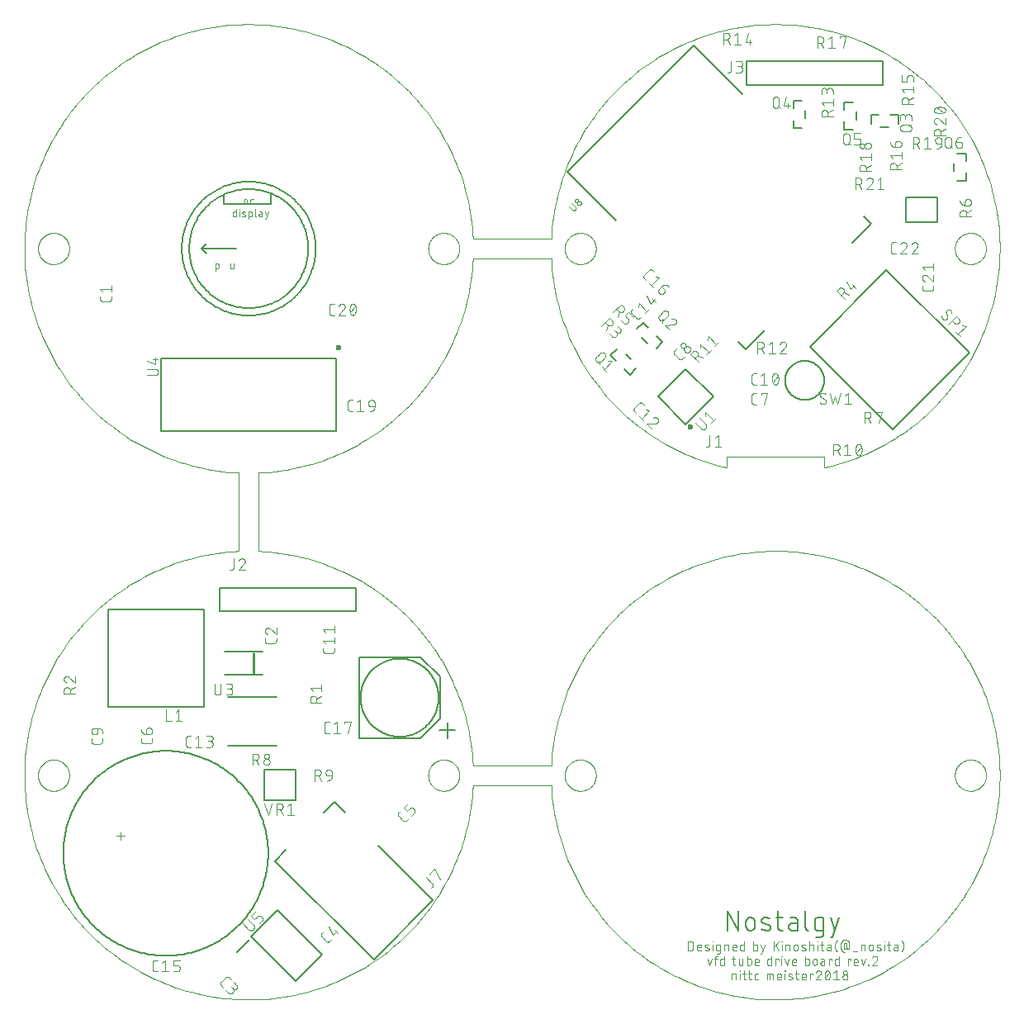
<source format=gto>
G75*
%MOIN*%
%OFA0B0*%
%FSLAX25Y25*%
%IPPOS*%
%LPD*%
%AMOC8*
5,1,8,0,0,1.08239X$1,22.5*
%
%ADD10C,0.00700*%
%ADD11C,0.00300*%
%ADD12C,0.00000*%
%ADD13C,0.02362*%
%ADD14C,0.00400*%
%ADD15C,0.00500*%
%ADD16C,0.00787*%
%ADD17C,0.00800*%
%ADD18C,0.01000*%
D10*
X0328652Y0029974D02*
X0328652Y0037874D01*
X0333041Y0029974D01*
X0333041Y0037874D01*
X0336147Y0033485D02*
X0336147Y0031730D01*
X0336146Y0031730D02*
X0336148Y0031648D01*
X0336154Y0031566D01*
X0336163Y0031484D01*
X0336177Y0031403D01*
X0336194Y0031322D01*
X0336215Y0031242D01*
X0336240Y0031164D01*
X0336268Y0031087D01*
X0336300Y0031011D01*
X0336336Y0030936D01*
X0336374Y0030864D01*
X0336417Y0030793D01*
X0336462Y0030725D01*
X0336511Y0030658D01*
X0336563Y0030594D01*
X0336617Y0030533D01*
X0336675Y0030474D01*
X0336735Y0030418D01*
X0336798Y0030364D01*
X0336863Y0030314D01*
X0336931Y0030267D01*
X0337000Y0030223D01*
X0337072Y0030183D01*
X0337145Y0030145D01*
X0337221Y0030112D01*
X0337297Y0030081D01*
X0337375Y0030055D01*
X0337454Y0030032D01*
X0337534Y0030013D01*
X0337615Y0029998D01*
X0337697Y0029986D01*
X0337779Y0029978D01*
X0337861Y0029974D01*
X0337943Y0029974D01*
X0338025Y0029978D01*
X0338107Y0029986D01*
X0338189Y0029998D01*
X0338270Y0030013D01*
X0338350Y0030032D01*
X0338429Y0030055D01*
X0338507Y0030081D01*
X0338583Y0030112D01*
X0338659Y0030145D01*
X0338732Y0030183D01*
X0338804Y0030223D01*
X0338873Y0030267D01*
X0338941Y0030314D01*
X0339006Y0030364D01*
X0339069Y0030418D01*
X0339129Y0030474D01*
X0339187Y0030533D01*
X0339241Y0030594D01*
X0339293Y0030658D01*
X0339342Y0030725D01*
X0339387Y0030793D01*
X0339430Y0030864D01*
X0339468Y0030936D01*
X0339504Y0031011D01*
X0339536Y0031087D01*
X0339564Y0031164D01*
X0339589Y0031242D01*
X0339610Y0031322D01*
X0339627Y0031403D01*
X0339641Y0031484D01*
X0339650Y0031566D01*
X0339656Y0031648D01*
X0339658Y0031730D01*
X0339658Y0033485D01*
X0339656Y0033567D01*
X0339650Y0033649D01*
X0339641Y0033731D01*
X0339627Y0033812D01*
X0339610Y0033893D01*
X0339589Y0033973D01*
X0339564Y0034051D01*
X0339536Y0034128D01*
X0339504Y0034204D01*
X0339468Y0034279D01*
X0339430Y0034351D01*
X0339387Y0034422D01*
X0339342Y0034490D01*
X0339293Y0034557D01*
X0339241Y0034621D01*
X0339187Y0034682D01*
X0339129Y0034741D01*
X0339069Y0034797D01*
X0339006Y0034851D01*
X0338941Y0034901D01*
X0338873Y0034948D01*
X0338804Y0034992D01*
X0338732Y0035032D01*
X0338659Y0035070D01*
X0338583Y0035103D01*
X0338507Y0035134D01*
X0338429Y0035160D01*
X0338350Y0035183D01*
X0338270Y0035202D01*
X0338189Y0035217D01*
X0338107Y0035229D01*
X0338025Y0035237D01*
X0337943Y0035241D01*
X0337861Y0035241D01*
X0337779Y0035237D01*
X0337697Y0035229D01*
X0337615Y0035217D01*
X0337534Y0035202D01*
X0337454Y0035183D01*
X0337375Y0035160D01*
X0337297Y0035134D01*
X0337221Y0035103D01*
X0337145Y0035070D01*
X0337072Y0035032D01*
X0337000Y0034992D01*
X0336931Y0034948D01*
X0336863Y0034901D01*
X0336798Y0034851D01*
X0336735Y0034797D01*
X0336675Y0034741D01*
X0336617Y0034682D01*
X0336563Y0034621D01*
X0336511Y0034557D01*
X0336462Y0034490D01*
X0336417Y0034422D01*
X0336374Y0034351D01*
X0336336Y0034279D01*
X0336300Y0034204D01*
X0336268Y0034128D01*
X0336240Y0034051D01*
X0336215Y0033973D01*
X0336194Y0033893D01*
X0336177Y0033812D01*
X0336163Y0033731D01*
X0336154Y0033649D01*
X0336148Y0033567D01*
X0336146Y0033485D01*
X0343130Y0033047D02*
X0345325Y0032169D01*
X0345386Y0032142D01*
X0345446Y0032111D01*
X0345504Y0032078D01*
X0345560Y0032040D01*
X0345614Y0032000D01*
X0345665Y0031956D01*
X0345713Y0031910D01*
X0345759Y0031861D01*
X0345802Y0031809D01*
X0345841Y0031754D01*
X0345878Y0031698D01*
X0345911Y0031639D01*
X0345940Y0031579D01*
X0345966Y0031517D01*
X0345988Y0031453D01*
X0346006Y0031389D01*
X0346020Y0031323D01*
X0346031Y0031257D01*
X0346037Y0031190D01*
X0346040Y0031123D01*
X0346039Y0031055D01*
X0346033Y0030988D01*
X0346024Y0030922D01*
X0346011Y0030856D01*
X0345994Y0030791D01*
X0345973Y0030727D01*
X0345948Y0030665D01*
X0345920Y0030604D01*
X0345888Y0030544D01*
X0345853Y0030487D01*
X0345815Y0030432D01*
X0345773Y0030379D01*
X0345728Y0030329D01*
X0345681Y0030282D01*
X0345630Y0030237D01*
X0345577Y0030196D01*
X0345522Y0030158D01*
X0345465Y0030123D01*
X0345405Y0030091D01*
X0345344Y0030063D01*
X0345282Y0030039D01*
X0345218Y0030019D01*
X0345152Y0030002D01*
X0345087Y0029989D01*
X0345020Y0029980D01*
X0344953Y0029975D01*
X0344886Y0029974D01*
X0345544Y0034803D02*
X0345420Y0034857D01*
X0345294Y0034907D01*
X0345166Y0034955D01*
X0345038Y0034998D01*
X0344908Y0035038D01*
X0344777Y0035075D01*
X0344645Y0035108D01*
X0344513Y0035138D01*
X0344379Y0035163D01*
X0344245Y0035186D01*
X0344111Y0035204D01*
X0343976Y0035219D01*
X0343841Y0035230D01*
X0343705Y0035238D01*
X0343569Y0035241D01*
X0343502Y0035240D01*
X0343435Y0035235D01*
X0343368Y0035226D01*
X0343303Y0035213D01*
X0343237Y0035196D01*
X0343173Y0035176D01*
X0343111Y0035152D01*
X0343050Y0035124D01*
X0342990Y0035092D01*
X0342933Y0035057D01*
X0342878Y0035019D01*
X0342825Y0034978D01*
X0342774Y0034933D01*
X0342727Y0034886D01*
X0342682Y0034836D01*
X0342640Y0034783D01*
X0342602Y0034728D01*
X0342567Y0034671D01*
X0342535Y0034611D01*
X0342507Y0034550D01*
X0342482Y0034488D01*
X0342461Y0034424D01*
X0342444Y0034359D01*
X0342431Y0034293D01*
X0342422Y0034227D01*
X0342416Y0034160D01*
X0342415Y0034092D01*
X0342418Y0034025D01*
X0342424Y0033958D01*
X0342435Y0033892D01*
X0342449Y0033826D01*
X0342467Y0033762D01*
X0342489Y0033698D01*
X0342515Y0033636D01*
X0342544Y0033576D01*
X0342577Y0033517D01*
X0342614Y0033461D01*
X0342653Y0033406D01*
X0342696Y0033354D01*
X0342742Y0033305D01*
X0342790Y0033259D01*
X0342841Y0033215D01*
X0342895Y0033175D01*
X0342951Y0033137D01*
X0343009Y0033104D01*
X0343069Y0033073D01*
X0343130Y0033046D01*
X0342472Y0030414D02*
X0342638Y0030356D01*
X0342806Y0030302D01*
X0342975Y0030253D01*
X0343145Y0030207D01*
X0343316Y0030165D01*
X0343488Y0030128D01*
X0343661Y0030094D01*
X0343834Y0030065D01*
X0344008Y0030039D01*
X0344183Y0030018D01*
X0344358Y0030001D01*
X0344534Y0029988D01*
X0344710Y0029979D01*
X0344886Y0029975D01*
X0349100Y0031291D02*
X0349100Y0037874D01*
X0348222Y0035241D02*
X0350855Y0035241D01*
X0353833Y0035241D02*
X0355589Y0035241D01*
X0355660Y0035239D01*
X0355731Y0035233D01*
X0355802Y0035224D01*
X0355872Y0035210D01*
X0355941Y0035193D01*
X0356010Y0035172D01*
X0356076Y0035147D01*
X0356142Y0035119D01*
X0356206Y0035088D01*
X0356268Y0035052D01*
X0356328Y0035014D01*
X0356386Y0034972D01*
X0356442Y0034928D01*
X0356495Y0034880D01*
X0356545Y0034830D01*
X0356593Y0034777D01*
X0356637Y0034721D01*
X0356679Y0034663D01*
X0356717Y0034603D01*
X0356753Y0034541D01*
X0356784Y0034477D01*
X0356812Y0034411D01*
X0356837Y0034345D01*
X0356858Y0034276D01*
X0356875Y0034207D01*
X0356889Y0034137D01*
X0356898Y0034066D01*
X0356904Y0033995D01*
X0356906Y0033924D01*
X0356905Y0033924D02*
X0356905Y0029974D01*
X0354930Y0029974D01*
X0354853Y0029976D01*
X0354777Y0029982D01*
X0354701Y0029991D01*
X0354626Y0030004D01*
X0354551Y0030021D01*
X0354477Y0030042D01*
X0354405Y0030067D01*
X0354333Y0030095D01*
X0354264Y0030126D01*
X0354195Y0030161D01*
X0354129Y0030199D01*
X0354065Y0030241D01*
X0354003Y0030286D01*
X0353943Y0030333D01*
X0353885Y0030384D01*
X0353830Y0030438D01*
X0353778Y0030494D01*
X0353729Y0030552D01*
X0353683Y0030613D01*
X0353640Y0030677D01*
X0353600Y0030742D01*
X0353563Y0030809D01*
X0353530Y0030878D01*
X0353500Y0030949D01*
X0353474Y0031021D01*
X0353451Y0031094D01*
X0353433Y0031168D01*
X0353417Y0031243D01*
X0353406Y0031319D01*
X0353398Y0031395D01*
X0353394Y0031472D01*
X0353394Y0031548D01*
X0353398Y0031625D01*
X0353406Y0031701D01*
X0353417Y0031777D01*
X0353433Y0031852D01*
X0353451Y0031926D01*
X0353474Y0031999D01*
X0353500Y0032071D01*
X0353530Y0032142D01*
X0353563Y0032211D01*
X0353600Y0032278D01*
X0353640Y0032343D01*
X0353683Y0032407D01*
X0353729Y0032468D01*
X0353778Y0032526D01*
X0353830Y0032582D01*
X0353885Y0032636D01*
X0353943Y0032687D01*
X0354003Y0032734D01*
X0354065Y0032779D01*
X0354129Y0032821D01*
X0354195Y0032859D01*
X0354264Y0032894D01*
X0354333Y0032925D01*
X0354405Y0032953D01*
X0354477Y0032978D01*
X0354551Y0032999D01*
X0354626Y0033016D01*
X0354701Y0033029D01*
X0354777Y0033038D01*
X0354853Y0033044D01*
X0354930Y0033046D01*
X0354930Y0033047D02*
X0356905Y0033047D01*
X0360135Y0031291D02*
X0360135Y0037874D01*
X0363856Y0033924D02*
X0363856Y0031291D01*
X0363855Y0031291D02*
X0363857Y0031220D01*
X0363863Y0031149D01*
X0363872Y0031078D01*
X0363886Y0031008D01*
X0363903Y0030939D01*
X0363924Y0030870D01*
X0363949Y0030804D01*
X0363977Y0030738D01*
X0364008Y0030674D01*
X0364044Y0030612D01*
X0364082Y0030552D01*
X0364124Y0030494D01*
X0364168Y0030438D01*
X0364216Y0030385D01*
X0364266Y0030335D01*
X0364319Y0030287D01*
X0364375Y0030243D01*
X0364433Y0030201D01*
X0364493Y0030163D01*
X0364555Y0030127D01*
X0364619Y0030096D01*
X0364685Y0030068D01*
X0364751Y0030043D01*
X0364820Y0030022D01*
X0364889Y0030005D01*
X0364959Y0029991D01*
X0365030Y0029982D01*
X0365101Y0029976D01*
X0365172Y0029974D01*
X0367367Y0029974D01*
X0367367Y0028658D02*
X0367367Y0035241D01*
X0365172Y0035241D01*
X0365101Y0035239D01*
X0365030Y0035233D01*
X0364959Y0035224D01*
X0364889Y0035210D01*
X0364820Y0035193D01*
X0364751Y0035172D01*
X0364685Y0035147D01*
X0364619Y0035119D01*
X0364555Y0035088D01*
X0364493Y0035052D01*
X0364433Y0035014D01*
X0364375Y0034972D01*
X0364319Y0034928D01*
X0364266Y0034880D01*
X0364216Y0034830D01*
X0364168Y0034777D01*
X0364124Y0034721D01*
X0364082Y0034663D01*
X0364044Y0034603D01*
X0364008Y0034541D01*
X0363977Y0034477D01*
X0363949Y0034411D01*
X0363924Y0034345D01*
X0363903Y0034276D01*
X0363886Y0034207D01*
X0363872Y0034137D01*
X0363863Y0034066D01*
X0363857Y0033995D01*
X0363855Y0033924D01*
X0360134Y0031291D02*
X0360136Y0031220D01*
X0360142Y0031149D01*
X0360151Y0031078D01*
X0360165Y0031008D01*
X0360182Y0030939D01*
X0360203Y0030870D01*
X0360228Y0030804D01*
X0360256Y0030738D01*
X0360287Y0030674D01*
X0360323Y0030612D01*
X0360361Y0030552D01*
X0360403Y0030494D01*
X0360447Y0030438D01*
X0360495Y0030385D01*
X0360545Y0030335D01*
X0360598Y0030287D01*
X0360654Y0030243D01*
X0360712Y0030201D01*
X0360772Y0030163D01*
X0360834Y0030127D01*
X0360898Y0030096D01*
X0360964Y0030068D01*
X0361030Y0030043D01*
X0361099Y0030022D01*
X0361168Y0030005D01*
X0361238Y0029991D01*
X0361309Y0029982D01*
X0361380Y0029976D01*
X0361451Y0029974D01*
X0364294Y0027341D02*
X0366050Y0027341D01*
X0366121Y0027343D01*
X0366192Y0027349D01*
X0366263Y0027358D01*
X0366333Y0027372D01*
X0366402Y0027389D01*
X0366471Y0027410D01*
X0366537Y0027435D01*
X0366603Y0027463D01*
X0366667Y0027494D01*
X0366729Y0027530D01*
X0366789Y0027568D01*
X0366847Y0027610D01*
X0366903Y0027654D01*
X0366956Y0027702D01*
X0367006Y0027752D01*
X0367054Y0027805D01*
X0367098Y0027861D01*
X0367140Y0027919D01*
X0367178Y0027979D01*
X0367214Y0028041D01*
X0367245Y0028105D01*
X0367273Y0028171D01*
X0367298Y0028237D01*
X0367319Y0028306D01*
X0367336Y0028375D01*
X0367350Y0028445D01*
X0367359Y0028516D01*
X0367365Y0028587D01*
X0367367Y0028658D01*
X0370207Y0027341D02*
X0371084Y0027341D01*
X0373718Y0035241D01*
X0370207Y0035241D02*
X0371962Y0029974D01*
X0350855Y0029974D02*
X0350416Y0029974D01*
X0350345Y0029976D01*
X0350274Y0029982D01*
X0350203Y0029991D01*
X0350133Y0030005D01*
X0350064Y0030022D01*
X0349995Y0030043D01*
X0349929Y0030068D01*
X0349863Y0030096D01*
X0349799Y0030127D01*
X0349737Y0030163D01*
X0349677Y0030201D01*
X0349619Y0030243D01*
X0349563Y0030287D01*
X0349510Y0030335D01*
X0349460Y0030385D01*
X0349412Y0030438D01*
X0349368Y0030494D01*
X0349326Y0030552D01*
X0349288Y0030612D01*
X0349252Y0030674D01*
X0349221Y0030738D01*
X0349193Y0030804D01*
X0349168Y0030870D01*
X0349147Y0030939D01*
X0349130Y0031008D01*
X0349116Y0031078D01*
X0349107Y0031149D01*
X0349101Y0031220D01*
X0349099Y0031291D01*
D11*
X0349251Y0025600D02*
X0347196Y0023339D01*
X0348018Y0024161D02*
X0349251Y0021900D01*
X0350572Y0021900D02*
X0350572Y0024367D01*
X0350675Y0025395D02*
X0350469Y0025395D01*
X0350469Y0025600D01*
X0350675Y0025600D01*
X0350675Y0025395D01*
X0352150Y0024367D02*
X0352150Y0021900D01*
X0353794Y0021900D02*
X0353794Y0023750D01*
X0353792Y0023798D01*
X0353786Y0023847D01*
X0353777Y0023894D01*
X0353764Y0023941D01*
X0353747Y0023986D01*
X0353727Y0024030D01*
X0353703Y0024072D01*
X0353676Y0024113D01*
X0353646Y0024151D01*
X0353613Y0024186D01*
X0353578Y0024219D01*
X0353540Y0024249D01*
X0353499Y0024276D01*
X0353457Y0024300D01*
X0353413Y0024320D01*
X0353368Y0024337D01*
X0353321Y0024350D01*
X0353274Y0024359D01*
X0353225Y0024365D01*
X0353177Y0024367D01*
X0352150Y0024367D01*
X0355390Y0023545D02*
X0355390Y0022723D01*
X0355392Y0022667D01*
X0355398Y0022611D01*
X0355407Y0022556D01*
X0355420Y0022501D01*
X0355437Y0022448D01*
X0355458Y0022396D01*
X0355482Y0022345D01*
X0355510Y0022296D01*
X0355540Y0022249D01*
X0355574Y0022204D01*
X0355611Y0022162D01*
X0355651Y0022122D01*
X0355693Y0022085D01*
X0355738Y0022051D01*
X0355785Y0022021D01*
X0355834Y0021993D01*
X0355885Y0021969D01*
X0355937Y0021948D01*
X0355990Y0021931D01*
X0356045Y0021918D01*
X0356100Y0021909D01*
X0356156Y0021903D01*
X0356212Y0021901D01*
X0356268Y0021903D01*
X0356324Y0021909D01*
X0356379Y0021918D01*
X0356434Y0021931D01*
X0356487Y0021948D01*
X0356539Y0021969D01*
X0356590Y0021993D01*
X0356639Y0022021D01*
X0356686Y0022051D01*
X0356731Y0022085D01*
X0356773Y0022122D01*
X0356813Y0022162D01*
X0356850Y0022204D01*
X0356884Y0022249D01*
X0356914Y0022296D01*
X0356942Y0022345D01*
X0356966Y0022396D01*
X0356987Y0022448D01*
X0357004Y0022501D01*
X0357017Y0022556D01*
X0357026Y0022611D01*
X0357032Y0022667D01*
X0357034Y0022723D01*
X0357034Y0023545D01*
X0357032Y0023601D01*
X0357026Y0023657D01*
X0357017Y0023712D01*
X0357004Y0023767D01*
X0356987Y0023820D01*
X0356966Y0023872D01*
X0356942Y0023923D01*
X0356914Y0023972D01*
X0356884Y0024019D01*
X0356850Y0024064D01*
X0356813Y0024106D01*
X0356773Y0024146D01*
X0356731Y0024183D01*
X0356686Y0024217D01*
X0356639Y0024247D01*
X0356590Y0024275D01*
X0356539Y0024299D01*
X0356487Y0024320D01*
X0356434Y0024337D01*
X0356379Y0024350D01*
X0356324Y0024359D01*
X0356268Y0024365D01*
X0356212Y0024367D01*
X0356156Y0024365D01*
X0356100Y0024359D01*
X0356045Y0024350D01*
X0355990Y0024337D01*
X0355937Y0024320D01*
X0355885Y0024299D01*
X0355834Y0024275D01*
X0355785Y0024247D01*
X0355738Y0024217D01*
X0355693Y0024183D01*
X0355651Y0024146D01*
X0355611Y0024106D01*
X0355574Y0024064D01*
X0355540Y0024019D01*
X0355510Y0023972D01*
X0355482Y0023923D01*
X0355458Y0023872D01*
X0355437Y0023820D01*
X0355420Y0023767D01*
X0355407Y0023712D01*
X0355398Y0023657D01*
X0355392Y0023601D01*
X0355390Y0023545D01*
X0358818Y0023339D02*
X0359846Y0022928D01*
X0359887Y0022909D01*
X0359926Y0022888D01*
X0359963Y0022863D01*
X0359998Y0022835D01*
X0360031Y0022804D01*
X0360061Y0022770D01*
X0360087Y0022735D01*
X0360111Y0022697D01*
X0360132Y0022657D01*
X0360149Y0022615D01*
X0360162Y0022573D01*
X0360172Y0022529D01*
X0360178Y0022485D01*
X0360181Y0022440D01*
X0360180Y0022395D01*
X0360175Y0022351D01*
X0360166Y0022307D01*
X0360153Y0022264D01*
X0360137Y0022222D01*
X0360118Y0022181D01*
X0360095Y0022143D01*
X0360069Y0022106D01*
X0360040Y0022072D01*
X0360008Y0022040D01*
X0359974Y0022011D01*
X0359938Y0021986D01*
X0359899Y0021963D01*
X0359859Y0021943D01*
X0359817Y0021927D01*
X0359774Y0021915D01*
X0359730Y0021906D01*
X0359685Y0021901D01*
X0359640Y0021900D01*
X0359948Y0024161D02*
X0359860Y0024199D01*
X0359771Y0024232D01*
X0359681Y0024262D01*
X0359589Y0024289D01*
X0359496Y0024311D01*
X0359403Y0024330D01*
X0359309Y0024345D01*
X0359214Y0024356D01*
X0359119Y0024363D01*
X0359023Y0024367D01*
X0359024Y0024367D02*
X0358979Y0024366D01*
X0358934Y0024361D01*
X0358890Y0024352D01*
X0358847Y0024340D01*
X0358805Y0024324D01*
X0358765Y0024304D01*
X0358726Y0024281D01*
X0358690Y0024256D01*
X0358656Y0024227D01*
X0358624Y0024195D01*
X0358595Y0024161D01*
X0358569Y0024124D01*
X0358546Y0024086D01*
X0358527Y0024045D01*
X0358511Y0024003D01*
X0358498Y0023960D01*
X0358489Y0023916D01*
X0358484Y0023872D01*
X0358483Y0023827D01*
X0358486Y0023782D01*
X0358492Y0023738D01*
X0358502Y0023694D01*
X0358515Y0023652D01*
X0358532Y0023610D01*
X0358553Y0023570D01*
X0358577Y0023532D01*
X0358603Y0023497D01*
X0358633Y0023463D01*
X0358666Y0023432D01*
X0358701Y0023404D01*
X0358738Y0023379D01*
X0358777Y0023358D01*
X0358818Y0023339D01*
X0358510Y0022106D02*
X0358619Y0022069D01*
X0358729Y0022035D01*
X0358841Y0022005D01*
X0358953Y0021979D01*
X0359066Y0021956D01*
X0359180Y0021937D01*
X0359295Y0021922D01*
X0359410Y0021911D01*
X0359525Y0021904D01*
X0359640Y0021900D01*
X0361750Y0021900D02*
X0361750Y0025600D01*
X0361750Y0024367D02*
X0362777Y0024367D01*
X0362825Y0024365D01*
X0362874Y0024359D01*
X0362921Y0024350D01*
X0362968Y0024337D01*
X0363013Y0024320D01*
X0363057Y0024300D01*
X0363099Y0024276D01*
X0363140Y0024249D01*
X0363178Y0024219D01*
X0363213Y0024186D01*
X0363246Y0024151D01*
X0363276Y0024113D01*
X0363303Y0024072D01*
X0363327Y0024030D01*
X0363347Y0023986D01*
X0363364Y0023941D01*
X0363377Y0023894D01*
X0363386Y0023847D01*
X0363392Y0023798D01*
X0363394Y0023750D01*
X0363394Y0021900D01*
X0364972Y0021900D02*
X0364972Y0024367D01*
X0365075Y0025395D02*
X0364869Y0025395D01*
X0364869Y0025600D01*
X0365075Y0025600D01*
X0365075Y0025395D01*
X0366127Y0024367D02*
X0367360Y0024367D01*
X0366538Y0025600D02*
X0366538Y0022517D01*
X0366540Y0022469D01*
X0366546Y0022420D01*
X0366555Y0022373D01*
X0366568Y0022326D01*
X0366585Y0022281D01*
X0366605Y0022237D01*
X0366629Y0022195D01*
X0366656Y0022154D01*
X0366686Y0022116D01*
X0366719Y0022081D01*
X0366754Y0022048D01*
X0366792Y0022018D01*
X0366833Y0021991D01*
X0366875Y0021967D01*
X0366919Y0021947D01*
X0366964Y0021930D01*
X0367011Y0021917D01*
X0367058Y0021908D01*
X0367107Y0021902D01*
X0367155Y0021900D01*
X0367360Y0021900D01*
X0369411Y0021900D02*
X0370336Y0021900D01*
X0370336Y0023750D01*
X0370336Y0023339D02*
X0369411Y0023339D01*
X0370336Y0023750D02*
X0370334Y0023798D01*
X0370328Y0023847D01*
X0370319Y0023894D01*
X0370306Y0023941D01*
X0370289Y0023986D01*
X0370269Y0024030D01*
X0370245Y0024072D01*
X0370218Y0024113D01*
X0370188Y0024151D01*
X0370155Y0024186D01*
X0370120Y0024219D01*
X0370082Y0024249D01*
X0370041Y0024276D01*
X0369999Y0024300D01*
X0369955Y0024320D01*
X0369910Y0024337D01*
X0369863Y0024350D01*
X0369816Y0024359D01*
X0369767Y0024365D01*
X0369719Y0024367D01*
X0368897Y0024367D01*
X0369411Y0023339D02*
X0369359Y0023337D01*
X0369306Y0023331D01*
X0369255Y0023322D01*
X0369204Y0023309D01*
X0369154Y0023292D01*
X0369106Y0023271D01*
X0369059Y0023247D01*
X0369014Y0023220D01*
X0368972Y0023189D01*
X0368931Y0023155D01*
X0368893Y0023119D01*
X0368858Y0023080D01*
X0368826Y0023038D01*
X0368797Y0022995D01*
X0368772Y0022949D01*
X0368749Y0022901D01*
X0368731Y0022852D01*
X0368715Y0022802D01*
X0368704Y0022751D01*
X0368696Y0022699D01*
X0368692Y0022646D01*
X0368692Y0022594D01*
X0368696Y0022541D01*
X0368704Y0022489D01*
X0368715Y0022438D01*
X0368731Y0022388D01*
X0368749Y0022339D01*
X0368772Y0022291D01*
X0368797Y0022245D01*
X0368826Y0022202D01*
X0368858Y0022160D01*
X0368893Y0022121D01*
X0368931Y0022085D01*
X0368972Y0022051D01*
X0369014Y0022020D01*
X0369059Y0021993D01*
X0369106Y0021969D01*
X0369154Y0021948D01*
X0369204Y0021931D01*
X0369255Y0021918D01*
X0369306Y0021909D01*
X0369359Y0021903D01*
X0369411Y0021901D01*
X0369558Y0018462D02*
X0370792Y0018462D01*
X0370792Y0018050D01*
X0371920Y0017845D02*
X0371920Y0016612D01*
X0371922Y0016564D01*
X0371928Y0016515D01*
X0371937Y0016468D01*
X0371950Y0016421D01*
X0371967Y0016376D01*
X0371987Y0016332D01*
X0372011Y0016290D01*
X0372038Y0016249D01*
X0372068Y0016211D01*
X0372101Y0016176D01*
X0372136Y0016143D01*
X0372174Y0016113D01*
X0372215Y0016086D01*
X0372257Y0016062D01*
X0372301Y0016042D01*
X0372346Y0016025D01*
X0372393Y0016012D01*
X0372440Y0016003D01*
X0372489Y0015997D01*
X0372537Y0015995D01*
X0373565Y0015995D01*
X0373565Y0019695D01*
X0373565Y0018462D02*
X0372537Y0018462D01*
X0372489Y0018460D01*
X0372440Y0018454D01*
X0372393Y0018445D01*
X0372346Y0018432D01*
X0372301Y0018415D01*
X0372257Y0018395D01*
X0372215Y0018371D01*
X0372174Y0018344D01*
X0372136Y0018314D01*
X0372101Y0018281D01*
X0372068Y0018246D01*
X0372038Y0018208D01*
X0372011Y0018167D01*
X0371987Y0018125D01*
X0371967Y0018081D01*
X0371950Y0018036D01*
X0371937Y0017989D01*
X0371928Y0017942D01*
X0371922Y0017893D01*
X0371920Y0017845D01*
X0369558Y0018462D02*
X0369558Y0015995D01*
X0367805Y0015995D02*
X0367805Y0017845D01*
X0367805Y0017434D02*
X0366880Y0017434D01*
X0367805Y0017845D02*
X0367803Y0017893D01*
X0367797Y0017942D01*
X0367788Y0017989D01*
X0367775Y0018036D01*
X0367758Y0018081D01*
X0367738Y0018125D01*
X0367714Y0018167D01*
X0367687Y0018208D01*
X0367657Y0018246D01*
X0367624Y0018281D01*
X0367589Y0018314D01*
X0367551Y0018344D01*
X0367510Y0018371D01*
X0367468Y0018395D01*
X0367424Y0018415D01*
X0367379Y0018432D01*
X0367332Y0018445D01*
X0367285Y0018454D01*
X0367236Y0018460D01*
X0367188Y0018462D01*
X0366366Y0018462D01*
X0366880Y0017433D02*
X0366828Y0017431D01*
X0366775Y0017425D01*
X0366724Y0017416D01*
X0366673Y0017403D01*
X0366623Y0017386D01*
X0366575Y0017365D01*
X0366528Y0017341D01*
X0366483Y0017314D01*
X0366441Y0017283D01*
X0366400Y0017249D01*
X0366362Y0017213D01*
X0366327Y0017174D01*
X0366295Y0017132D01*
X0366266Y0017089D01*
X0366241Y0017043D01*
X0366218Y0016995D01*
X0366200Y0016946D01*
X0366184Y0016896D01*
X0366173Y0016845D01*
X0366165Y0016793D01*
X0366161Y0016740D01*
X0366161Y0016688D01*
X0366165Y0016635D01*
X0366173Y0016583D01*
X0366184Y0016532D01*
X0366200Y0016482D01*
X0366218Y0016433D01*
X0366241Y0016385D01*
X0366266Y0016339D01*
X0366295Y0016296D01*
X0366327Y0016254D01*
X0366362Y0016215D01*
X0366400Y0016179D01*
X0366441Y0016145D01*
X0366483Y0016114D01*
X0366528Y0016087D01*
X0366575Y0016063D01*
X0366623Y0016042D01*
X0366673Y0016025D01*
X0366724Y0016012D01*
X0366775Y0016003D01*
X0366828Y0015997D01*
X0366880Y0015995D01*
X0367805Y0015995D01*
X0368923Y0013790D02*
X0368975Y0013788D01*
X0369028Y0013783D01*
X0369079Y0013774D01*
X0369130Y0013761D01*
X0369180Y0013745D01*
X0369229Y0013726D01*
X0369276Y0013703D01*
X0369322Y0013677D01*
X0369365Y0013648D01*
X0369407Y0013616D01*
X0369446Y0013582D01*
X0369483Y0013544D01*
X0369517Y0013504D01*
X0369549Y0013462D01*
X0369577Y0013418D01*
X0369602Y0013372D01*
X0369624Y0013325D01*
X0369643Y0013276D01*
X0369745Y0012967D02*
X0368101Y0010912D01*
X0368923Y0010089D02*
X0368975Y0010091D01*
X0369028Y0010096D01*
X0369079Y0010105D01*
X0369130Y0010118D01*
X0369180Y0010134D01*
X0369229Y0010153D01*
X0369276Y0010176D01*
X0369322Y0010202D01*
X0369365Y0010231D01*
X0369407Y0010263D01*
X0369446Y0010297D01*
X0369483Y0010335D01*
X0369517Y0010375D01*
X0369549Y0010417D01*
X0369577Y0010461D01*
X0369602Y0010507D01*
X0369624Y0010554D01*
X0369643Y0010603D01*
X0368923Y0010089D02*
X0368871Y0010091D01*
X0368818Y0010096D01*
X0368767Y0010105D01*
X0368716Y0010118D01*
X0368666Y0010134D01*
X0368617Y0010153D01*
X0368570Y0010176D01*
X0368524Y0010202D01*
X0368481Y0010231D01*
X0368439Y0010263D01*
X0368400Y0010297D01*
X0368363Y0010335D01*
X0368329Y0010375D01*
X0368297Y0010417D01*
X0368269Y0010461D01*
X0368244Y0010507D01*
X0368222Y0010554D01*
X0368203Y0010603D01*
X0369951Y0011939D02*
X0369949Y0012045D01*
X0369944Y0012152D01*
X0369934Y0012258D01*
X0369921Y0012363D01*
X0369905Y0012468D01*
X0369884Y0012573D01*
X0369861Y0012676D01*
X0369833Y0012779D01*
X0369802Y0012881D01*
X0369767Y0012981D01*
X0369729Y0013081D01*
X0369688Y0013179D01*
X0369643Y0013275D01*
X0368923Y0013790D02*
X0368871Y0013788D01*
X0368818Y0013783D01*
X0368767Y0013774D01*
X0368716Y0013761D01*
X0368666Y0013745D01*
X0368617Y0013726D01*
X0368570Y0013703D01*
X0368524Y0013677D01*
X0368481Y0013648D01*
X0368439Y0013616D01*
X0368400Y0013582D01*
X0368363Y0013544D01*
X0368329Y0013504D01*
X0368297Y0013462D01*
X0368269Y0013418D01*
X0368244Y0013372D01*
X0368222Y0013325D01*
X0368203Y0013276D01*
X0369951Y0011939D02*
X0369949Y0011833D01*
X0369944Y0011726D01*
X0369934Y0011620D01*
X0369921Y0011515D01*
X0369905Y0011410D01*
X0369884Y0011305D01*
X0369861Y0011202D01*
X0369833Y0011099D01*
X0369802Y0010997D01*
X0369767Y0010897D01*
X0369729Y0010797D01*
X0369688Y0010699D01*
X0369643Y0010603D01*
X0367895Y0011939D02*
X0367897Y0012045D01*
X0367902Y0012152D01*
X0367912Y0012258D01*
X0367925Y0012363D01*
X0367941Y0012468D01*
X0367962Y0012573D01*
X0367985Y0012676D01*
X0368013Y0012779D01*
X0368044Y0012881D01*
X0368079Y0012981D01*
X0368117Y0013081D01*
X0368158Y0013179D01*
X0368203Y0013275D01*
X0366042Y0012145D02*
X0364295Y0010089D01*
X0366351Y0010089D01*
X0364296Y0012967D02*
X0364319Y0013031D01*
X0364345Y0013094D01*
X0364375Y0013155D01*
X0364408Y0013214D01*
X0364445Y0013271D01*
X0364485Y0013326D01*
X0364528Y0013378D01*
X0364574Y0013428D01*
X0364622Y0013476D01*
X0364674Y0013520D01*
X0364727Y0013562D01*
X0364783Y0013600D01*
X0364841Y0013635D01*
X0364901Y0013667D01*
X0364963Y0013695D01*
X0365026Y0013720D01*
X0365091Y0013741D01*
X0365157Y0013758D01*
X0365223Y0013772D01*
X0365290Y0013781D01*
X0365358Y0013787D01*
X0365426Y0013789D01*
X0365484Y0013787D01*
X0365542Y0013782D01*
X0365599Y0013773D01*
X0365656Y0013760D01*
X0365712Y0013744D01*
X0365767Y0013724D01*
X0365820Y0013701D01*
X0365872Y0013675D01*
X0365922Y0013645D01*
X0365970Y0013612D01*
X0366016Y0013577D01*
X0366059Y0013538D01*
X0366100Y0013497D01*
X0366139Y0013454D01*
X0366174Y0013408D01*
X0366207Y0013360D01*
X0366237Y0013310D01*
X0366263Y0013258D01*
X0366286Y0013205D01*
X0366306Y0013150D01*
X0366322Y0013094D01*
X0366335Y0013037D01*
X0366344Y0012980D01*
X0366349Y0012922D01*
X0366351Y0012864D01*
X0366349Y0012802D01*
X0366343Y0012740D01*
X0366334Y0012679D01*
X0366320Y0012619D01*
X0366303Y0012559D01*
X0366282Y0012501D01*
X0366258Y0012444D01*
X0366230Y0012389D01*
X0366199Y0012335D01*
X0366164Y0012284D01*
X0366127Y0012235D01*
X0366086Y0012188D01*
X0366043Y0012144D01*
X0363114Y0012145D02*
X0363114Y0012556D01*
X0361881Y0012556D01*
X0361881Y0010089D01*
X0360265Y0010089D02*
X0359237Y0010089D01*
X0359189Y0010091D01*
X0359140Y0010097D01*
X0359093Y0010106D01*
X0359046Y0010119D01*
X0359001Y0010136D01*
X0358957Y0010156D01*
X0358915Y0010180D01*
X0358874Y0010207D01*
X0358836Y0010237D01*
X0358801Y0010270D01*
X0358768Y0010305D01*
X0358738Y0010343D01*
X0358711Y0010384D01*
X0358687Y0010426D01*
X0358667Y0010470D01*
X0358650Y0010515D01*
X0358637Y0010562D01*
X0358628Y0010609D01*
X0358622Y0010658D01*
X0358620Y0010706D01*
X0358621Y0010706D02*
X0358621Y0011734D01*
X0358621Y0011323D02*
X0360265Y0011323D01*
X0360265Y0011734D01*
X0360263Y0011790D01*
X0360257Y0011846D01*
X0360248Y0011901D01*
X0360235Y0011956D01*
X0360218Y0012009D01*
X0360197Y0012061D01*
X0360173Y0012112D01*
X0360145Y0012161D01*
X0360115Y0012208D01*
X0360081Y0012253D01*
X0360044Y0012295D01*
X0360004Y0012335D01*
X0359962Y0012372D01*
X0359917Y0012406D01*
X0359870Y0012436D01*
X0359821Y0012464D01*
X0359770Y0012488D01*
X0359718Y0012509D01*
X0359665Y0012526D01*
X0359610Y0012539D01*
X0359555Y0012548D01*
X0359499Y0012554D01*
X0359443Y0012556D01*
X0359387Y0012554D01*
X0359331Y0012548D01*
X0359276Y0012539D01*
X0359221Y0012526D01*
X0359168Y0012509D01*
X0359116Y0012488D01*
X0359065Y0012464D01*
X0359016Y0012436D01*
X0358969Y0012406D01*
X0358924Y0012372D01*
X0358882Y0012335D01*
X0358842Y0012295D01*
X0358805Y0012253D01*
X0358771Y0012208D01*
X0358741Y0012161D01*
X0358713Y0012112D01*
X0358689Y0012061D01*
X0358668Y0012009D01*
X0358651Y0011956D01*
X0358638Y0011901D01*
X0358629Y0011846D01*
X0358623Y0011790D01*
X0358621Y0011734D01*
X0357271Y0012556D02*
X0356038Y0012556D01*
X0356449Y0013789D02*
X0356449Y0010706D01*
X0356451Y0010658D01*
X0356457Y0010609D01*
X0356466Y0010562D01*
X0356479Y0010515D01*
X0356496Y0010470D01*
X0356516Y0010426D01*
X0356540Y0010384D01*
X0356567Y0010343D01*
X0356597Y0010305D01*
X0356630Y0010270D01*
X0356665Y0010237D01*
X0356703Y0010207D01*
X0356744Y0010180D01*
X0356786Y0010156D01*
X0356830Y0010136D01*
X0356875Y0010119D01*
X0356922Y0010106D01*
X0356969Y0010097D01*
X0357018Y0010091D01*
X0357066Y0010089D01*
X0357271Y0010089D01*
X0354557Y0011117D02*
X0353529Y0011528D01*
X0353488Y0011547D01*
X0353449Y0011568D01*
X0353412Y0011593D01*
X0353377Y0011621D01*
X0353344Y0011652D01*
X0353314Y0011686D01*
X0353288Y0011721D01*
X0353264Y0011759D01*
X0353243Y0011799D01*
X0353226Y0011841D01*
X0353213Y0011883D01*
X0353203Y0011927D01*
X0353197Y0011971D01*
X0353194Y0012016D01*
X0353195Y0012061D01*
X0353200Y0012105D01*
X0353209Y0012149D01*
X0353222Y0012192D01*
X0353238Y0012234D01*
X0353257Y0012275D01*
X0353280Y0012313D01*
X0353306Y0012350D01*
X0353335Y0012384D01*
X0353367Y0012416D01*
X0353401Y0012445D01*
X0353437Y0012470D01*
X0353476Y0012493D01*
X0353516Y0012513D01*
X0353558Y0012529D01*
X0353601Y0012541D01*
X0353645Y0012550D01*
X0353690Y0012555D01*
X0353735Y0012556D01*
X0353221Y0010295D02*
X0353330Y0010258D01*
X0353440Y0010224D01*
X0353552Y0010194D01*
X0353664Y0010168D01*
X0353777Y0010145D01*
X0353891Y0010126D01*
X0354006Y0010111D01*
X0354121Y0010100D01*
X0354236Y0010093D01*
X0354351Y0010089D01*
X0354396Y0010090D01*
X0354441Y0010095D01*
X0354485Y0010104D01*
X0354528Y0010116D01*
X0354570Y0010132D01*
X0354610Y0010152D01*
X0354649Y0010175D01*
X0354685Y0010200D01*
X0354719Y0010229D01*
X0354751Y0010261D01*
X0354780Y0010295D01*
X0354806Y0010332D01*
X0354829Y0010370D01*
X0354848Y0010411D01*
X0354864Y0010453D01*
X0354877Y0010496D01*
X0354886Y0010540D01*
X0354891Y0010584D01*
X0354892Y0010629D01*
X0354889Y0010674D01*
X0354883Y0010718D01*
X0354873Y0010762D01*
X0354860Y0010804D01*
X0354843Y0010846D01*
X0354822Y0010886D01*
X0354798Y0010924D01*
X0354772Y0010959D01*
X0354742Y0010993D01*
X0354709Y0011024D01*
X0354674Y0011052D01*
X0354637Y0011077D01*
X0354598Y0011098D01*
X0354557Y0011117D01*
X0354659Y0012350D02*
X0354571Y0012388D01*
X0354482Y0012421D01*
X0354392Y0012451D01*
X0354300Y0012478D01*
X0354207Y0012500D01*
X0354114Y0012519D01*
X0354020Y0012534D01*
X0353925Y0012545D01*
X0353830Y0012552D01*
X0353734Y0012556D01*
X0351763Y0012556D02*
X0351763Y0010089D01*
X0350305Y0010089D02*
X0349277Y0010089D01*
X0349229Y0010091D01*
X0349180Y0010097D01*
X0349133Y0010106D01*
X0349086Y0010119D01*
X0349041Y0010136D01*
X0348997Y0010156D01*
X0348955Y0010180D01*
X0348914Y0010207D01*
X0348876Y0010237D01*
X0348841Y0010270D01*
X0348808Y0010305D01*
X0348778Y0010343D01*
X0348751Y0010384D01*
X0348727Y0010426D01*
X0348707Y0010470D01*
X0348690Y0010515D01*
X0348677Y0010562D01*
X0348668Y0010609D01*
X0348662Y0010658D01*
X0348660Y0010706D01*
X0348661Y0010706D02*
X0348661Y0011734D01*
X0348661Y0011323D02*
X0350305Y0011323D01*
X0350305Y0011734D01*
X0350303Y0011790D01*
X0350297Y0011846D01*
X0350288Y0011901D01*
X0350275Y0011956D01*
X0350258Y0012009D01*
X0350237Y0012061D01*
X0350213Y0012112D01*
X0350185Y0012161D01*
X0350155Y0012208D01*
X0350121Y0012253D01*
X0350084Y0012295D01*
X0350044Y0012335D01*
X0350002Y0012372D01*
X0349957Y0012406D01*
X0349910Y0012436D01*
X0349861Y0012464D01*
X0349810Y0012488D01*
X0349758Y0012509D01*
X0349705Y0012526D01*
X0349650Y0012539D01*
X0349595Y0012548D01*
X0349539Y0012554D01*
X0349483Y0012556D01*
X0349427Y0012554D01*
X0349371Y0012548D01*
X0349316Y0012539D01*
X0349261Y0012526D01*
X0349208Y0012509D01*
X0349156Y0012488D01*
X0349105Y0012464D01*
X0349056Y0012436D01*
X0349009Y0012406D01*
X0348964Y0012372D01*
X0348922Y0012335D01*
X0348882Y0012295D01*
X0348845Y0012253D01*
X0348811Y0012208D01*
X0348781Y0012161D01*
X0348753Y0012112D01*
X0348729Y0012061D01*
X0348708Y0012009D01*
X0348691Y0011956D01*
X0348678Y0011901D01*
X0348669Y0011846D01*
X0348663Y0011790D01*
X0348661Y0011734D01*
X0346996Y0011939D02*
X0346996Y0010089D01*
X0345763Y0010089D02*
X0345763Y0012556D01*
X0346380Y0012556D02*
X0344530Y0012556D01*
X0344530Y0010089D01*
X0346997Y0011939D02*
X0346995Y0011987D01*
X0346989Y0012036D01*
X0346980Y0012083D01*
X0346967Y0012130D01*
X0346950Y0012175D01*
X0346930Y0012219D01*
X0346906Y0012261D01*
X0346879Y0012302D01*
X0346849Y0012340D01*
X0346816Y0012375D01*
X0346781Y0012408D01*
X0346743Y0012438D01*
X0346702Y0012465D01*
X0346660Y0012489D01*
X0346616Y0012509D01*
X0346571Y0012526D01*
X0346524Y0012539D01*
X0346477Y0012548D01*
X0346428Y0012554D01*
X0346380Y0012556D01*
X0346325Y0015995D02*
X0345297Y0015995D01*
X0345249Y0015997D01*
X0345200Y0016003D01*
X0345153Y0016012D01*
X0345106Y0016025D01*
X0345061Y0016042D01*
X0345017Y0016062D01*
X0344975Y0016086D01*
X0344934Y0016113D01*
X0344896Y0016143D01*
X0344861Y0016176D01*
X0344828Y0016211D01*
X0344798Y0016249D01*
X0344771Y0016290D01*
X0344747Y0016332D01*
X0344727Y0016376D01*
X0344710Y0016421D01*
X0344697Y0016468D01*
X0344688Y0016515D01*
X0344682Y0016564D01*
X0344680Y0016612D01*
X0344680Y0017845D01*
X0344682Y0017893D01*
X0344688Y0017942D01*
X0344697Y0017989D01*
X0344710Y0018036D01*
X0344727Y0018081D01*
X0344747Y0018125D01*
X0344771Y0018167D01*
X0344798Y0018208D01*
X0344828Y0018246D01*
X0344861Y0018281D01*
X0344896Y0018314D01*
X0344934Y0018344D01*
X0344975Y0018371D01*
X0345017Y0018395D01*
X0345061Y0018415D01*
X0345106Y0018432D01*
X0345153Y0018445D01*
X0345200Y0018454D01*
X0345249Y0018460D01*
X0345297Y0018462D01*
X0346325Y0018462D01*
X0346325Y0019695D02*
X0346325Y0015995D01*
X0348078Y0015995D02*
X0348078Y0018462D01*
X0349312Y0018462D01*
X0349312Y0018050D01*
X0350440Y0018462D02*
X0350440Y0015995D01*
X0352600Y0015995D02*
X0351778Y0018462D01*
X0350543Y0019489D02*
X0350338Y0019489D01*
X0350338Y0019695D01*
X0350543Y0019695D01*
X0350543Y0019489D01*
X0353423Y0018462D02*
X0352600Y0015995D01*
X0354778Y0016612D02*
X0354778Y0017639D01*
X0354778Y0017228D02*
X0356423Y0017228D01*
X0356423Y0017639D01*
X0356422Y0017639D02*
X0356420Y0017695D01*
X0356414Y0017751D01*
X0356405Y0017806D01*
X0356392Y0017861D01*
X0356375Y0017914D01*
X0356354Y0017966D01*
X0356330Y0018017D01*
X0356302Y0018066D01*
X0356272Y0018113D01*
X0356238Y0018158D01*
X0356201Y0018200D01*
X0356161Y0018240D01*
X0356119Y0018277D01*
X0356074Y0018311D01*
X0356027Y0018341D01*
X0355978Y0018369D01*
X0355927Y0018393D01*
X0355875Y0018414D01*
X0355822Y0018431D01*
X0355767Y0018444D01*
X0355712Y0018453D01*
X0355656Y0018459D01*
X0355600Y0018461D01*
X0355544Y0018459D01*
X0355488Y0018453D01*
X0355433Y0018444D01*
X0355378Y0018431D01*
X0355325Y0018414D01*
X0355273Y0018393D01*
X0355222Y0018369D01*
X0355173Y0018341D01*
X0355126Y0018311D01*
X0355081Y0018277D01*
X0355039Y0018240D01*
X0354999Y0018200D01*
X0354962Y0018158D01*
X0354928Y0018113D01*
X0354898Y0018066D01*
X0354870Y0018017D01*
X0354846Y0017966D01*
X0354825Y0017914D01*
X0354808Y0017861D01*
X0354795Y0017806D01*
X0354786Y0017751D01*
X0354780Y0017695D01*
X0354778Y0017639D01*
X0354778Y0016612D02*
X0354780Y0016564D01*
X0354786Y0016515D01*
X0354795Y0016468D01*
X0354808Y0016421D01*
X0354825Y0016376D01*
X0354845Y0016332D01*
X0354869Y0016290D01*
X0354896Y0016249D01*
X0354926Y0016211D01*
X0354959Y0016176D01*
X0354994Y0016143D01*
X0355032Y0016113D01*
X0355073Y0016086D01*
X0355115Y0016062D01*
X0355159Y0016042D01*
X0355204Y0016025D01*
X0355251Y0016012D01*
X0355298Y0016003D01*
X0355347Y0015997D01*
X0355395Y0015995D01*
X0356423Y0015995D01*
X0359956Y0015995D02*
X0360984Y0015995D01*
X0361032Y0015997D01*
X0361081Y0016003D01*
X0361128Y0016012D01*
X0361175Y0016025D01*
X0361220Y0016042D01*
X0361264Y0016062D01*
X0361306Y0016086D01*
X0361347Y0016113D01*
X0361385Y0016143D01*
X0361420Y0016176D01*
X0361453Y0016211D01*
X0361483Y0016249D01*
X0361510Y0016290D01*
X0361534Y0016332D01*
X0361554Y0016376D01*
X0361571Y0016421D01*
X0361584Y0016468D01*
X0361593Y0016515D01*
X0361599Y0016564D01*
X0361601Y0016612D01*
X0361601Y0017845D01*
X0361599Y0017893D01*
X0361593Y0017942D01*
X0361584Y0017989D01*
X0361571Y0018036D01*
X0361554Y0018081D01*
X0361534Y0018125D01*
X0361510Y0018167D01*
X0361483Y0018208D01*
X0361453Y0018246D01*
X0361420Y0018281D01*
X0361385Y0018314D01*
X0361347Y0018344D01*
X0361306Y0018371D01*
X0361264Y0018395D01*
X0361220Y0018415D01*
X0361175Y0018432D01*
X0361128Y0018445D01*
X0361081Y0018454D01*
X0361032Y0018460D01*
X0360984Y0018462D01*
X0359956Y0018462D01*
X0359956Y0019695D02*
X0359956Y0015995D01*
X0363058Y0016817D02*
X0363058Y0017639D01*
X0363060Y0017695D01*
X0363066Y0017751D01*
X0363075Y0017806D01*
X0363088Y0017861D01*
X0363105Y0017914D01*
X0363126Y0017966D01*
X0363150Y0018017D01*
X0363178Y0018066D01*
X0363208Y0018113D01*
X0363242Y0018158D01*
X0363279Y0018200D01*
X0363319Y0018240D01*
X0363361Y0018277D01*
X0363406Y0018311D01*
X0363453Y0018341D01*
X0363502Y0018369D01*
X0363553Y0018393D01*
X0363605Y0018414D01*
X0363658Y0018431D01*
X0363713Y0018444D01*
X0363768Y0018453D01*
X0363824Y0018459D01*
X0363880Y0018461D01*
X0363936Y0018459D01*
X0363992Y0018453D01*
X0364047Y0018444D01*
X0364102Y0018431D01*
X0364155Y0018414D01*
X0364207Y0018393D01*
X0364258Y0018369D01*
X0364307Y0018341D01*
X0364354Y0018311D01*
X0364399Y0018277D01*
X0364441Y0018240D01*
X0364481Y0018200D01*
X0364518Y0018158D01*
X0364552Y0018113D01*
X0364582Y0018066D01*
X0364610Y0018017D01*
X0364634Y0017966D01*
X0364655Y0017914D01*
X0364672Y0017861D01*
X0364685Y0017806D01*
X0364694Y0017751D01*
X0364700Y0017695D01*
X0364702Y0017639D01*
X0364703Y0017639D02*
X0364703Y0016817D01*
X0364702Y0016817D02*
X0364700Y0016761D01*
X0364694Y0016705D01*
X0364685Y0016650D01*
X0364672Y0016595D01*
X0364655Y0016542D01*
X0364634Y0016490D01*
X0364610Y0016439D01*
X0364582Y0016390D01*
X0364552Y0016343D01*
X0364518Y0016298D01*
X0364481Y0016256D01*
X0364441Y0016216D01*
X0364399Y0016179D01*
X0364354Y0016145D01*
X0364307Y0016115D01*
X0364258Y0016087D01*
X0364207Y0016063D01*
X0364155Y0016042D01*
X0364102Y0016025D01*
X0364047Y0016012D01*
X0363992Y0016003D01*
X0363936Y0015997D01*
X0363880Y0015995D01*
X0363824Y0015997D01*
X0363768Y0016003D01*
X0363713Y0016012D01*
X0363658Y0016025D01*
X0363605Y0016042D01*
X0363553Y0016063D01*
X0363502Y0016087D01*
X0363453Y0016115D01*
X0363406Y0016145D01*
X0363361Y0016179D01*
X0363319Y0016216D01*
X0363279Y0016256D01*
X0363242Y0016298D01*
X0363208Y0016343D01*
X0363178Y0016390D01*
X0363150Y0016439D01*
X0363126Y0016490D01*
X0363105Y0016542D01*
X0363088Y0016595D01*
X0363075Y0016650D01*
X0363066Y0016705D01*
X0363060Y0016761D01*
X0363058Y0016817D01*
X0367895Y0011939D02*
X0367897Y0011833D01*
X0367902Y0011726D01*
X0367912Y0011620D01*
X0367925Y0011515D01*
X0367941Y0011410D01*
X0367962Y0011305D01*
X0367985Y0011202D01*
X0368013Y0011099D01*
X0368044Y0010997D01*
X0368079Y0010897D01*
X0368117Y0010797D01*
X0368158Y0010699D01*
X0368203Y0010603D01*
X0371495Y0010089D02*
X0373551Y0010089D01*
X0372523Y0010089D02*
X0372523Y0013789D01*
X0371495Y0012967D01*
X0375301Y0012967D02*
X0375303Y0012911D01*
X0375309Y0012855D01*
X0375318Y0012800D01*
X0375331Y0012745D01*
X0375348Y0012692D01*
X0375369Y0012640D01*
X0375393Y0012589D01*
X0375421Y0012540D01*
X0375451Y0012493D01*
X0375485Y0012448D01*
X0375522Y0012406D01*
X0375562Y0012366D01*
X0375604Y0012329D01*
X0375649Y0012295D01*
X0375696Y0012265D01*
X0375745Y0012237D01*
X0375796Y0012213D01*
X0375848Y0012192D01*
X0375901Y0012175D01*
X0375956Y0012162D01*
X0376011Y0012153D01*
X0376067Y0012147D01*
X0376123Y0012145D01*
X0376179Y0012147D01*
X0376235Y0012153D01*
X0376290Y0012162D01*
X0376345Y0012175D01*
X0376398Y0012192D01*
X0376450Y0012213D01*
X0376501Y0012237D01*
X0376550Y0012265D01*
X0376597Y0012295D01*
X0376642Y0012329D01*
X0376684Y0012366D01*
X0376724Y0012406D01*
X0376761Y0012448D01*
X0376795Y0012493D01*
X0376825Y0012540D01*
X0376853Y0012589D01*
X0376877Y0012640D01*
X0376898Y0012692D01*
X0376915Y0012745D01*
X0376928Y0012800D01*
X0376937Y0012855D01*
X0376943Y0012911D01*
X0376945Y0012967D01*
X0376943Y0013023D01*
X0376937Y0013079D01*
X0376928Y0013134D01*
X0376915Y0013189D01*
X0376898Y0013242D01*
X0376877Y0013294D01*
X0376853Y0013345D01*
X0376825Y0013394D01*
X0376795Y0013441D01*
X0376761Y0013486D01*
X0376724Y0013528D01*
X0376684Y0013568D01*
X0376642Y0013605D01*
X0376597Y0013639D01*
X0376550Y0013669D01*
X0376501Y0013697D01*
X0376450Y0013721D01*
X0376398Y0013742D01*
X0376345Y0013759D01*
X0376290Y0013772D01*
X0376235Y0013781D01*
X0376179Y0013787D01*
X0376123Y0013789D01*
X0376067Y0013787D01*
X0376011Y0013781D01*
X0375956Y0013772D01*
X0375901Y0013759D01*
X0375848Y0013742D01*
X0375796Y0013721D01*
X0375745Y0013697D01*
X0375696Y0013669D01*
X0375649Y0013639D01*
X0375604Y0013605D01*
X0375562Y0013568D01*
X0375522Y0013528D01*
X0375485Y0013486D01*
X0375451Y0013441D01*
X0375421Y0013394D01*
X0375393Y0013345D01*
X0375369Y0013294D01*
X0375348Y0013242D01*
X0375331Y0013189D01*
X0375318Y0013134D01*
X0375309Y0013079D01*
X0375303Y0013023D01*
X0375301Y0012967D01*
X0375095Y0011117D02*
X0375097Y0011054D01*
X0375103Y0010991D01*
X0375113Y0010928D01*
X0375126Y0010866D01*
X0375143Y0010805D01*
X0375164Y0010746D01*
X0375189Y0010687D01*
X0375217Y0010631D01*
X0375249Y0010576D01*
X0375284Y0010523D01*
X0375322Y0010473D01*
X0375363Y0010424D01*
X0375407Y0010379D01*
X0375454Y0010336D01*
X0375503Y0010297D01*
X0375555Y0010260D01*
X0375609Y0010227D01*
X0375665Y0010197D01*
X0375722Y0010170D01*
X0375781Y0010147D01*
X0375842Y0010128D01*
X0375903Y0010113D01*
X0375965Y0010101D01*
X0376028Y0010093D01*
X0376091Y0010089D01*
X0376155Y0010089D01*
X0376218Y0010093D01*
X0376281Y0010101D01*
X0376343Y0010113D01*
X0376404Y0010128D01*
X0376465Y0010147D01*
X0376524Y0010170D01*
X0376581Y0010197D01*
X0376637Y0010227D01*
X0376691Y0010260D01*
X0376743Y0010297D01*
X0376792Y0010336D01*
X0376839Y0010379D01*
X0376883Y0010424D01*
X0376924Y0010473D01*
X0376962Y0010523D01*
X0376997Y0010576D01*
X0377029Y0010631D01*
X0377057Y0010687D01*
X0377082Y0010746D01*
X0377103Y0010805D01*
X0377120Y0010866D01*
X0377133Y0010928D01*
X0377143Y0010991D01*
X0377149Y0011054D01*
X0377151Y0011117D01*
X0377149Y0011180D01*
X0377143Y0011243D01*
X0377133Y0011306D01*
X0377120Y0011368D01*
X0377103Y0011429D01*
X0377082Y0011488D01*
X0377057Y0011547D01*
X0377029Y0011603D01*
X0376997Y0011658D01*
X0376962Y0011711D01*
X0376924Y0011761D01*
X0376883Y0011810D01*
X0376839Y0011855D01*
X0376792Y0011898D01*
X0376743Y0011937D01*
X0376691Y0011974D01*
X0376637Y0012007D01*
X0376581Y0012037D01*
X0376524Y0012064D01*
X0376465Y0012087D01*
X0376404Y0012106D01*
X0376343Y0012121D01*
X0376281Y0012133D01*
X0376218Y0012141D01*
X0376155Y0012145D01*
X0376091Y0012145D01*
X0376028Y0012141D01*
X0375965Y0012133D01*
X0375903Y0012121D01*
X0375842Y0012106D01*
X0375781Y0012087D01*
X0375722Y0012064D01*
X0375665Y0012037D01*
X0375609Y0012007D01*
X0375555Y0011974D01*
X0375503Y0011937D01*
X0375454Y0011898D01*
X0375407Y0011855D01*
X0375363Y0011810D01*
X0375322Y0011761D01*
X0375284Y0011711D01*
X0375249Y0011658D01*
X0375217Y0011603D01*
X0375189Y0011547D01*
X0375164Y0011488D01*
X0375143Y0011429D01*
X0375126Y0011368D01*
X0375113Y0011306D01*
X0375103Y0011243D01*
X0375097Y0011180D01*
X0375095Y0011117D01*
X0377238Y0015995D02*
X0377238Y0018462D01*
X0378472Y0018462D01*
X0378472Y0018050D01*
X0379618Y0017639D02*
X0379618Y0016612D01*
X0379618Y0017228D02*
X0381262Y0017228D01*
X0381262Y0017639D01*
X0381260Y0017695D01*
X0381254Y0017751D01*
X0381245Y0017806D01*
X0381232Y0017861D01*
X0381215Y0017914D01*
X0381194Y0017966D01*
X0381170Y0018017D01*
X0381142Y0018066D01*
X0381112Y0018113D01*
X0381078Y0018158D01*
X0381041Y0018200D01*
X0381001Y0018240D01*
X0380959Y0018277D01*
X0380914Y0018311D01*
X0380867Y0018341D01*
X0380818Y0018369D01*
X0380767Y0018393D01*
X0380715Y0018414D01*
X0380662Y0018431D01*
X0380607Y0018444D01*
X0380552Y0018453D01*
X0380496Y0018459D01*
X0380440Y0018461D01*
X0380384Y0018459D01*
X0380328Y0018453D01*
X0380273Y0018444D01*
X0380218Y0018431D01*
X0380165Y0018414D01*
X0380113Y0018393D01*
X0380062Y0018369D01*
X0380013Y0018341D01*
X0379966Y0018311D01*
X0379921Y0018277D01*
X0379879Y0018240D01*
X0379839Y0018200D01*
X0379802Y0018158D01*
X0379768Y0018113D01*
X0379738Y0018066D01*
X0379710Y0018017D01*
X0379686Y0017966D01*
X0379665Y0017914D01*
X0379648Y0017861D01*
X0379635Y0017806D01*
X0379626Y0017751D01*
X0379620Y0017695D01*
X0379618Y0017639D01*
X0379618Y0016612D02*
X0379620Y0016564D01*
X0379626Y0016515D01*
X0379635Y0016468D01*
X0379648Y0016421D01*
X0379665Y0016376D01*
X0379685Y0016332D01*
X0379709Y0016290D01*
X0379736Y0016249D01*
X0379766Y0016211D01*
X0379799Y0016176D01*
X0379834Y0016143D01*
X0379872Y0016113D01*
X0379913Y0016086D01*
X0379955Y0016062D01*
X0379999Y0016042D01*
X0380044Y0016025D01*
X0380091Y0016012D01*
X0380138Y0016003D01*
X0380187Y0015997D01*
X0380235Y0015995D01*
X0381262Y0015995D01*
X0383440Y0015995D02*
X0382618Y0018462D01*
X0384262Y0018462D02*
X0383440Y0015995D01*
X0385497Y0015995D02*
X0385703Y0015995D01*
X0385703Y0016200D01*
X0385497Y0016200D01*
X0385497Y0015995D01*
X0387092Y0015995D02*
X0389148Y0015995D01*
X0387092Y0015995D02*
X0388840Y0018050D01*
X0388223Y0019694D02*
X0388155Y0019692D01*
X0388087Y0019686D01*
X0388020Y0019677D01*
X0387954Y0019663D01*
X0387888Y0019646D01*
X0387823Y0019625D01*
X0387760Y0019600D01*
X0387698Y0019572D01*
X0387638Y0019540D01*
X0387580Y0019505D01*
X0387524Y0019467D01*
X0387471Y0019425D01*
X0387419Y0019381D01*
X0387371Y0019333D01*
X0387325Y0019283D01*
X0387282Y0019231D01*
X0387242Y0019176D01*
X0387205Y0019119D01*
X0387172Y0019060D01*
X0387142Y0018999D01*
X0387116Y0018936D01*
X0387093Y0018872D01*
X0388840Y0018050D02*
X0388883Y0018094D01*
X0388924Y0018141D01*
X0388961Y0018190D01*
X0388996Y0018241D01*
X0389027Y0018295D01*
X0389055Y0018350D01*
X0389079Y0018407D01*
X0389100Y0018465D01*
X0389117Y0018525D01*
X0389131Y0018585D01*
X0389140Y0018646D01*
X0389146Y0018708D01*
X0389148Y0018770D01*
X0389146Y0018828D01*
X0389141Y0018886D01*
X0389132Y0018943D01*
X0389119Y0019000D01*
X0389103Y0019056D01*
X0389083Y0019111D01*
X0389060Y0019164D01*
X0389034Y0019216D01*
X0389004Y0019266D01*
X0388971Y0019314D01*
X0388936Y0019360D01*
X0388897Y0019403D01*
X0388856Y0019444D01*
X0388813Y0019483D01*
X0388767Y0019518D01*
X0388719Y0019551D01*
X0388669Y0019581D01*
X0388617Y0019607D01*
X0388564Y0019630D01*
X0388509Y0019650D01*
X0388453Y0019666D01*
X0388396Y0019679D01*
X0388339Y0019688D01*
X0388281Y0019693D01*
X0388223Y0019695D01*
X0389383Y0024367D02*
X0389479Y0024363D01*
X0389574Y0024356D01*
X0389669Y0024345D01*
X0389763Y0024330D01*
X0389856Y0024311D01*
X0389949Y0024289D01*
X0390041Y0024262D01*
X0390131Y0024232D01*
X0390220Y0024199D01*
X0390308Y0024161D01*
X0389384Y0024367D02*
X0389339Y0024366D01*
X0389294Y0024361D01*
X0389250Y0024352D01*
X0389207Y0024340D01*
X0389165Y0024324D01*
X0389125Y0024304D01*
X0389086Y0024281D01*
X0389050Y0024256D01*
X0389016Y0024227D01*
X0388984Y0024195D01*
X0388955Y0024161D01*
X0388929Y0024124D01*
X0388906Y0024086D01*
X0388887Y0024045D01*
X0388871Y0024003D01*
X0388858Y0023960D01*
X0388849Y0023916D01*
X0388844Y0023872D01*
X0388843Y0023827D01*
X0388846Y0023782D01*
X0388852Y0023738D01*
X0388862Y0023694D01*
X0388875Y0023652D01*
X0388892Y0023610D01*
X0388913Y0023570D01*
X0388937Y0023532D01*
X0388963Y0023497D01*
X0388993Y0023463D01*
X0389026Y0023432D01*
X0389061Y0023404D01*
X0389098Y0023379D01*
X0389137Y0023358D01*
X0389178Y0023339D01*
X0390206Y0022928D01*
X0390247Y0022909D01*
X0390286Y0022888D01*
X0390323Y0022863D01*
X0390358Y0022835D01*
X0390391Y0022804D01*
X0390421Y0022770D01*
X0390447Y0022735D01*
X0390471Y0022697D01*
X0390492Y0022657D01*
X0390509Y0022615D01*
X0390522Y0022573D01*
X0390532Y0022529D01*
X0390538Y0022485D01*
X0390541Y0022440D01*
X0390540Y0022395D01*
X0390535Y0022351D01*
X0390526Y0022307D01*
X0390513Y0022264D01*
X0390497Y0022222D01*
X0390478Y0022181D01*
X0390455Y0022143D01*
X0390429Y0022106D01*
X0390400Y0022072D01*
X0390368Y0022040D01*
X0390334Y0022011D01*
X0390298Y0021986D01*
X0390259Y0021963D01*
X0390219Y0021943D01*
X0390177Y0021927D01*
X0390134Y0021915D01*
X0390090Y0021906D01*
X0390045Y0021901D01*
X0390000Y0021900D01*
X0391972Y0021900D02*
X0391972Y0024367D01*
X0392074Y0025395D02*
X0391869Y0025395D01*
X0391869Y0025600D01*
X0392074Y0025600D01*
X0392074Y0025395D01*
X0393127Y0024367D02*
X0394360Y0024367D01*
X0393538Y0025600D02*
X0393538Y0022517D01*
X0393540Y0022469D01*
X0393546Y0022420D01*
X0393555Y0022373D01*
X0393568Y0022326D01*
X0393585Y0022281D01*
X0393605Y0022237D01*
X0393629Y0022195D01*
X0393656Y0022154D01*
X0393686Y0022116D01*
X0393719Y0022081D01*
X0393754Y0022048D01*
X0393792Y0022018D01*
X0393833Y0021991D01*
X0393875Y0021967D01*
X0393919Y0021947D01*
X0393964Y0021930D01*
X0394011Y0021917D01*
X0394058Y0021908D01*
X0394107Y0021902D01*
X0394155Y0021900D01*
X0394360Y0021900D01*
X0396411Y0021900D02*
X0397336Y0021900D01*
X0397336Y0023750D01*
X0397336Y0023339D02*
X0396411Y0023339D01*
X0399694Y0023750D02*
X0399692Y0023867D01*
X0399686Y0023984D01*
X0399677Y0024100D01*
X0399663Y0024216D01*
X0399646Y0024332D01*
X0399624Y0024447D01*
X0399599Y0024561D01*
X0399570Y0024674D01*
X0399538Y0024787D01*
X0399502Y0024898D01*
X0399462Y0025008D01*
X0399418Y0025116D01*
X0399371Y0025223D01*
X0399320Y0025329D01*
X0399266Y0025432D01*
X0399208Y0025534D01*
X0399148Y0025634D01*
X0399083Y0025731D01*
X0399016Y0025827D01*
X0398945Y0025920D01*
X0398872Y0026011D01*
X0396719Y0024367D02*
X0395897Y0024367D01*
X0399694Y0023750D02*
X0399692Y0023633D01*
X0399686Y0023516D01*
X0399677Y0023400D01*
X0399663Y0023284D01*
X0399646Y0023168D01*
X0399624Y0023053D01*
X0399599Y0022939D01*
X0399570Y0022826D01*
X0399538Y0022713D01*
X0399502Y0022602D01*
X0399462Y0022492D01*
X0399418Y0022384D01*
X0399371Y0022277D01*
X0399320Y0022171D01*
X0399266Y0022068D01*
X0399208Y0021966D01*
X0399148Y0021866D01*
X0399083Y0021769D01*
X0399016Y0021673D01*
X0398945Y0021580D01*
X0398872Y0021489D01*
X0396411Y0021901D02*
X0396359Y0021903D01*
X0396306Y0021909D01*
X0396255Y0021918D01*
X0396204Y0021931D01*
X0396154Y0021948D01*
X0396106Y0021969D01*
X0396059Y0021993D01*
X0396014Y0022020D01*
X0395972Y0022051D01*
X0395931Y0022085D01*
X0395893Y0022121D01*
X0395858Y0022160D01*
X0395826Y0022202D01*
X0395797Y0022245D01*
X0395772Y0022291D01*
X0395749Y0022339D01*
X0395731Y0022388D01*
X0395715Y0022438D01*
X0395704Y0022489D01*
X0395696Y0022541D01*
X0395692Y0022594D01*
X0395692Y0022646D01*
X0395696Y0022699D01*
X0395704Y0022751D01*
X0395715Y0022802D01*
X0395731Y0022852D01*
X0395749Y0022901D01*
X0395772Y0022949D01*
X0395797Y0022995D01*
X0395826Y0023038D01*
X0395858Y0023080D01*
X0395893Y0023119D01*
X0395931Y0023155D01*
X0395972Y0023189D01*
X0396014Y0023220D01*
X0396059Y0023247D01*
X0396106Y0023271D01*
X0396154Y0023292D01*
X0396204Y0023309D01*
X0396255Y0023322D01*
X0396306Y0023331D01*
X0396359Y0023337D01*
X0396411Y0023339D01*
X0397336Y0023750D02*
X0397334Y0023798D01*
X0397328Y0023847D01*
X0397319Y0023894D01*
X0397306Y0023941D01*
X0397289Y0023986D01*
X0397269Y0024030D01*
X0397245Y0024072D01*
X0397218Y0024113D01*
X0397188Y0024151D01*
X0397155Y0024186D01*
X0397120Y0024219D01*
X0397082Y0024249D01*
X0397041Y0024276D01*
X0396999Y0024300D01*
X0396955Y0024320D01*
X0396910Y0024337D01*
X0396863Y0024350D01*
X0396816Y0024359D01*
X0396767Y0024365D01*
X0396719Y0024367D01*
X0390000Y0021900D02*
X0389885Y0021904D01*
X0389770Y0021911D01*
X0389655Y0021922D01*
X0389540Y0021937D01*
X0389426Y0021956D01*
X0389313Y0021979D01*
X0389201Y0022005D01*
X0389089Y0022035D01*
X0388979Y0022069D01*
X0388870Y0022106D01*
X0387394Y0022723D02*
X0387394Y0023545D01*
X0387392Y0023601D01*
X0387386Y0023657D01*
X0387377Y0023712D01*
X0387364Y0023767D01*
X0387347Y0023820D01*
X0387326Y0023872D01*
X0387302Y0023923D01*
X0387274Y0023972D01*
X0387244Y0024019D01*
X0387210Y0024064D01*
X0387173Y0024106D01*
X0387133Y0024146D01*
X0387091Y0024183D01*
X0387046Y0024217D01*
X0386999Y0024247D01*
X0386950Y0024275D01*
X0386899Y0024299D01*
X0386847Y0024320D01*
X0386794Y0024337D01*
X0386739Y0024350D01*
X0386684Y0024359D01*
X0386628Y0024365D01*
X0386572Y0024367D01*
X0386516Y0024365D01*
X0386460Y0024359D01*
X0386405Y0024350D01*
X0386350Y0024337D01*
X0386297Y0024320D01*
X0386245Y0024299D01*
X0386194Y0024275D01*
X0386145Y0024247D01*
X0386098Y0024217D01*
X0386053Y0024183D01*
X0386011Y0024146D01*
X0385971Y0024106D01*
X0385934Y0024064D01*
X0385900Y0024019D01*
X0385870Y0023972D01*
X0385842Y0023923D01*
X0385818Y0023872D01*
X0385797Y0023820D01*
X0385780Y0023767D01*
X0385767Y0023712D01*
X0385758Y0023657D01*
X0385752Y0023601D01*
X0385750Y0023545D01*
X0385750Y0022723D01*
X0385752Y0022667D01*
X0385758Y0022611D01*
X0385767Y0022556D01*
X0385780Y0022501D01*
X0385797Y0022448D01*
X0385818Y0022396D01*
X0385842Y0022345D01*
X0385870Y0022296D01*
X0385900Y0022249D01*
X0385934Y0022204D01*
X0385971Y0022162D01*
X0386011Y0022122D01*
X0386053Y0022085D01*
X0386098Y0022051D01*
X0386145Y0022021D01*
X0386194Y0021993D01*
X0386245Y0021969D01*
X0386297Y0021948D01*
X0386350Y0021931D01*
X0386405Y0021918D01*
X0386460Y0021909D01*
X0386516Y0021903D01*
X0386572Y0021901D01*
X0386628Y0021903D01*
X0386684Y0021909D01*
X0386739Y0021918D01*
X0386794Y0021931D01*
X0386847Y0021948D01*
X0386899Y0021969D01*
X0386950Y0021993D01*
X0386999Y0022021D01*
X0387046Y0022051D01*
X0387091Y0022085D01*
X0387133Y0022122D01*
X0387173Y0022162D01*
X0387210Y0022204D01*
X0387244Y0022249D01*
X0387274Y0022296D01*
X0387302Y0022345D01*
X0387326Y0022396D01*
X0387347Y0022448D01*
X0387364Y0022501D01*
X0387377Y0022556D01*
X0387386Y0022611D01*
X0387392Y0022667D01*
X0387394Y0022723D01*
X0384154Y0021900D02*
X0384154Y0023750D01*
X0384152Y0023798D01*
X0384146Y0023847D01*
X0384137Y0023894D01*
X0384124Y0023941D01*
X0384107Y0023986D01*
X0384087Y0024030D01*
X0384063Y0024072D01*
X0384036Y0024113D01*
X0384006Y0024151D01*
X0383973Y0024186D01*
X0383938Y0024219D01*
X0383900Y0024249D01*
X0383859Y0024276D01*
X0383817Y0024300D01*
X0383773Y0024320D01*
X0383728Y0024337D01*
X0383681Y0024350D01*
X0383634Y0024359D01*
X0383585Y0024365D01*
X0383537Y0024367D01*
X0382510Y0024367D01*
X0382510Y0021900D01*
X0381034Y0021489D02*
X0379390Y0021489D01*
X0377776Y0023031D02*
X0377776Y0024573D01*
X0376748Y0024984D02*
X0376748Y0023031D01*
X0376750Y0022987D01*
X0376755Y0022944D01*
X0376765Y0022901D01*
X0376777Y0022860D01*
X0376794Y0022819D01*
X0376813Y0022780D01*
X0376836Y0022743D01*
X0376862Y0022708D01*
X0376891Y0022675D01*
X0376922Y0022645D01*
X0376956Y0022618D01*
X0376993Y0022593D01*
X0377031Y0022572D01*
X0377070Y0022554D01*
X0377111Y0022540D01*
X0377154Y0022529D01*
X0377197Y0022521D01*
X0377240Y0022517D01*
X0377284Y0022517D01*
X0377327Y0022521D01*
X0377370Y0022529D01*
X0377413Y0022540D01*
X0377454Y0022554D01*
X0377493Y0022572D01*
X0377531Y0022593D01*
X0377568Y0022618D01*
X0377602Y0022645D01*
X0377633Y0022675D01*
X0377662Y0022708D01*
X0377688Y0022743D01*
X0377711Y0022780D01*
X0377730Y0022819D01*
X0377747Y0022860D01*
X0377759Y0022901D01*
X0377769Y0022944D01*
X0377774Y0022987D01*
X0377776Y0023031D01*
X0376749Y0023134D02*
X0376747Y0023086D01*
X0376741Y0023037D01*
X0376732Y0022990D01*
X0376719Y0022943D01*
X0376702Y0022898D01*
X0376682Y0022854D01*
X0376658Y0022812D01*
X0376631Y0022771D01*
X0376601Y0022733D01*
X0376568Y0022698D01*
X0376533Y0022665D01*
X0376495Y0022635D01*
X0376454Y0022608D01*
X0376412Y0022584D01*
X0376368Y0022564D01*
X0376323Y0022547D01*
X0376276Y0022534D01*
X0376229Y0022525D01*
X0376180Y0022519D01*
X0376132Y0022517D01*
X0376084Y0022519D01*
X0376035Y0022525D01*
X0375988Y0022534D01*
X0375941Y0022547D01*
X0375896Y0022564D01*
X0375852Y0022584D01*
X0375810Y0022608D01*
X0375769Y0022635D01*
X0375731Y0022665D01*
X0375696Y0022698D01*
X0375663Y0022733D01*
X0375633Y0022771D01*
X0375606Y0022812D01*
X0375582Y0022854D01*
X0375562Y0022898D01*
X0375545Y0022943D01*
X0375532Y0022990D01*
X0375523Y0023037D01*
X0375517Y0023086D01*
X0375515Y0023134D01*
X0375515Y0024367D01*
X0375517Y0024415D01*
X0375523Y0024464D01*
X0375532Y0024511D01*
X0375545Y0024558D01*
X0375562Y0024603D01*
X0375582Y0024647D01*
X0375606Y0024689D01*
X0375633Y0024730D01*
X0375663Y0024768D01*
X0375696Y0024803D01*
X0375731Y0024836D01*
X0375769Y0024866D01*
X0375810Y0024893D01*
X0375852Y0024917D01*
X0375896Y0024937D01*
X0375941Y0024954D01*
X0375988Y0024967D01*
X0376035Y0024976D01*
X0376084Y0024982D01*
X0376132Y0024984D01*
X0376748Y0024984D01*
X0377776Y0024573D02*
X0377774Y0024652D01*
X0377768Y0024732D01*
X0377759Y0024811D01*
X0377745Y0024889D01*
X0377728Y0024966D01*
X0377707Y0025043D01*
X0377683Y0025119D01*
X0377655Y0025193D01*
X0377623Y0025266D01*
X0377588Y0025337D01*
X0377549Y0025406D01*
X0377507Y0025474D01*
X0377462Y0025539D01*
X0377414Y0025602D01*
X0377363Y0025663D01*
X0377308Y0025721D01*
X0377252Y0025777D01*
X0377192Y0025830D01*
X0377130Y0025879D01*
X0377066Y0025926D01*
X0376999Y0025970D01*
X0376931Y0026010D01*
X0376861Y0026047D01*
X0376789Y0026080D01*
X0376715Y0026110D01*
X0376640Y0026137D01*
X0376564Y0026159D01*
X0376487Y0026178D01*
X0376409Y0026194D01*
X0376330Y0026205D01*
X0376251Y0026213D01*
X0376172Y0026217D01*
X0376092Y0026217D01*
X0376013Y0026213D01*
X0375934Y0026205D01*
X0375855Y0026194D01*
X0375777Y0026178D01*
X0375700Y0026159D01*
X0375624Y0026137D01*
X0375549Y0026110D01*
X0375475Y0026080D01*
X0375403Y0026047D01*
X0375333Y0026010D01*
X0375265Y0025970D01*
X0375198Y0025926D01*
X0375134Y0025879D01*
X0375072Y0025830D01*
X0375012Y0025777D01*
X0374956Y0025721D01*
X0374901Y0025663D01*
X0374850Y0025602D01*
X0374802Y0025539D01*
X0374757Y0025474D01*
X0374715Y0025406D01*
X0374676Y0025337D01*
X0374641Y0025266D01*
X0374609Y0025193D01*
X0374581Y0025119D01*
X0374557Y0025043D01*
X0374536Y0024966D01*
X0374519Y0024889D01*
X0374505Y0024811D01*
X0374496Y0024732D01*
X0374490Y0024652D01*
X0374488Y0024573D01*
X0374487Y0024573D02*
X0374487Y0022825D01*
X0372010Y0023750D02*
X0372012Y0023867D01*
X0372018Y0023984D01*
X0372027Y0024100D01*
X0372041Y0024216D01*
X0372058Y0024332D01*
X0372080Y0024447D01*
X0372105Y0024561D01*
X0372134Y0024674D01*
X0372166Y0024787D01*
X0372202Y0024898D01*
X0372242Y0025008D01*
X0372286Y0025116D01*
X0372333Y0025223D01*
X0372384Y0025329D01*
X0372438Y0025432D01*
X0372496Y0025534D01*
X0372556Y0025634D01*
X0372621Y0025731D01*
X0372688Y0025827D01*
X0372759Y0025920D01*
X0372832Y0026011D01*
X0372010Y0023750D02*
X0372012Y0023633D01*
X0372018Y0023516D01*
X0372027Y0023400D01*
X0372041Y0023284D01*
X0372058Y0023168D01*
X0372080Y0023053D01*
X0372105Y0022939D01*
X0372134Y0022826D01*
X0372166Y0022713D01*
X0372202Y0022602D01*
X0372242Y0022492D01*
X0372286Y0022384D01*
X0372333Y0022277D01*
X0372384Y0022171D01*
X0372438Y0022068D01*
X0372496Y0021966D01*
X0372556Y0021866D01*
X0372621Y0021769D01*
X0372688Y0021673D01*
X0372759Y0021580D01*
X0372832Y0021489D01*
X0374488Y0022825D02*
X0374490Y0022748D01*
X0374496Y0022671D01*
X0374505Y0022594D01*
X0374519Y0022518D01*
X0374536Y0022442D01*
X0374557Y0022368D01*
X0374582Y0022295D01*
X0374610Y0022223D01*
X0374642Y0022152D01*
X0374678Y0022083D01*
X0374716Y0022017D01*
X0374759Y0021952D01*
X0374804Y0021889D01*
X0374852Y0021829D01*
X0374904Y0021771D01*
X0374958Y0021716D01*
X0375015Y0021663D01*
X0375074Y0021614D01*
X0375136Y0021567D01*
X0375200Y0021524D01*
X0375266Y0021484D01*
X0375334Y0021447D01*
X0375404Y0021414D01*
X0375475Y0021384D01*
X0375548Y0021358D01*
X0375622Y0021336D01*
X0375697Y0021317D01*
X0375773Y0021302D01*
X0375850Y0021291D01*
X0375927Y0021284D01*
X0351866Y0013789D02*
X0351866Y0013584D01*
X0351660Y0013584D01*
X0351660Y0013789D01*
X0351866Y0013789D01*
X0347196Y0021900D02*
X0347196Y0025600D01*
X0343714Y0024367D02*
X0342481Y0020667D01*
X0342070Y0020667D01*
X0342892Y0021900D02*
X0342070Y0024367D01*
X0340732Y0023750D02*
X0340732Y0022517D01*
X0340733Y0022517D02*
X0340731Y0022469D01*
X0340725Y0022420D01*
X0340716Y0022373D01*
X0340703Y0022326D01*
X0340686Y0022281D01*
X0340666Y0022237D01*
X0340642Y0022195D01*
X0340615Y0022154D01*
X0340585Y0022116D01*
X0340552Y0022081D01*
X0340517Y0022048D01*
X0340479Y0022018D01*
X0340438Y0021991D01*
X0340396Y0021967D01*
X0340352Y0021947D01*
X0340307Y0021930D01*
X0340260Y0021917D01*
X0340213Y0021908D01*
X0340164Y0021902D01*
X0340116Y0021900D01*
X0339088Y0021900D01*
X0339088Y0025600D01*
X0339088Y0024367D02*
X0340116Y0024367D01*
X0340164Y0024365D01*
X0340213Y0024359D01*
X0340260Y0024350D01*
X0340307Y0024337D01*
X0340352Y0024320D01*
X0340396Y0024300D01*
X0340438Y0024276D01*
X0340479Y0024249D01*
X0340517Y0024219D01*
X0340552Y0024186D01*
X0340585Y0024151D01*
X0340615Y0024113D01*
X0340642Y0024072D01*
X0340666Y0024030D01*
X0340686Y0023986D01*
X0340703Y0023941D01*
X0340716Y0023894D01*
X0340725Y0023847D01*
X0340731Y0023798D01*
X0340733Y0023750D01*
X0335416Y0024367D02*
X0334389Y0024367D01*
X0334341Y0024365D01*
X0334292Y0024359D01*
X0334245Y0024350D01*
X0334198Y0024337D01*
X0334153Y0024320D01*
X0334109Y0024300D01*
X0334067Y0024276D01*
X0334026Y0024249D01*
X0333988Y0024219D01*
X0333953Y0024186D01*
X0333920Y0024151D01*
X0333890Y0024113D01*
X0333863Y0024072D01*
X0333839Y0024030D01*
X0333819Y0023986D01*
X0333802Y0023941D01*
X0333789Y0023894D01*
X0333780Y0023847D01*
X0333774Y0023798D01*
X0333772Y0023750D01*
X0333772Y0022517D01*
X0333774Y0022469D01*
X0333780Y0022420D01*
X0333789Y0022373D01*
X0333802Y0022326D01*
X0333819Y0022281D01*
X0333839Y0022237D01*
X0333863Y0022195D01*
X0333890Y0022154D01*
X0333920Y0022116D01*
X0333953Y0022081D01*
X0333988Y0022048D01*
X0334026Y0022018D01*
X0334067Y0021991D01*
X0334109Y0021967D01*
X0334153Y0021947D01*
X0334198Y0021930D01*
X0334245Y0021917D01*
X0334292Y0021908D01*
X0334341Y0021902D01*
X0334389Y0021900D01*
X0335416Y0021900D01*
X0335416Y0025600D01*
X0332314Y0023545D02*
X0332314Y0023134D01*
X0330670Y0023134D01*
X0330670Y0023545D02*
X0330670Y0022517D01*
X0330672Y0022469D01*
X0330678Y0022420D01*
X0330687Y0022373D01*
X0330700Y0022326D01*
X0330717Y0022281D01*
X0330737Y0022237D01*
X0330761Y0022195D01*
X0330788Y0022154D01*
X0330818Y0022116D01*
X0330851Y0022081D01*
X0330886Y0022048D01*
X0330924Y0022018D01*
X0330965Y0021991D01*
X0331007Y0021967D01*
X0331051Y0021947D01*
X0331096Y0021930D01*
X0331143Y0021917D01*
X0331190Y0021908D01*
X0331239Y0021902D01*
X0331287Y0021900D01*
X0332314Y0021900D01*
X0332314Y0023545D02*
X0332312Y0023601D01*
X0332306Y0023657D01*
X0332297Y0023712D01*
X0332284Y0023767D01*
X0332267Y0023820D01*
X0332246Y0023872D01*
X0332222Y0023923D01*
X0332194Y0023972D01*
X0332164Y0024019D01*
X0332130Y0024064D01*
X0332093Y0024106D01*
X0332053Y0024146D01*
X0332011Y0024183D01*
X0331966Y0024217D01*
X0331919Y0024247D01*
X0331870Y0024275D01*
X0331819Y0024299D01*
X0331767Y0024320D01*
X0331714Y0024337D01*
X0331659Y0024350D01*
X0331604Y0024359D01*
X0331548Y0024365D01*
X0331492Y0024367D01*
X0331436Y0024365D01*
X0331380Y0024359D01*
X0331325Y0024350D01*
X0331270Y0024337D01*
X0331217Y0024320D01*
X0331165Y0024299D01*
X0331114Y0024275D01*
X0331065Y0024247D01*
X0331018Y0024217D01*
X0330973Y0024183D01*
X0330931Y0024146D01*
X0330891Y0024106D01*
X0330854Y0024064D01*
X0330820Y0024019D01*
X0330790Y0023972D01*
X0330762Y0023923D01*
X0330738Y0023872D01*
X0330717Y0023820D01*
X0330700Y0023767D01*
X0330687Y0023712D01*
X0330678Y0023657D01*
X0330672Y0023601D01*
X0330670Y0023545D01*
X0329074Y0023750D02*
X0329074Y0021900D01*
X0327430Y0021900D02*
X0327430Y0024367D01*
X0328458Y0024367D01*
X0328506Y0024365D01*
X0328555Y0024359D01*
X0328602Y0024350D01*
X0328649Y0024337D01*
X0328694Y0024320D01*
X0328738Y0024300D01*
X0328780Y0024276D01*
X0328821Y0024249D01*
X0328859Y0024219D01*
X0328894Y0024186D01*
X0328927Y0024151D01*
X0328957Y0024113D01*
X0328984Y0024072D01*
X0329008Y0024030D01*
X0329028Y0023986D01*
X0329045Y0023941D01*
X0329058Y0023894D01*
X0329067Y0023847D01*
X0329073Y0023798D01*
X0329075Y0023750D01*
X0325696Y0024367D02*
X0325696Y0021284D01*
X0325697Y0021284D02*
X0325695Y0021236D01*
X0325689Y0021187D01*
X0325680Y0021140D01*
X0325667Y0021093D01*
X0325650Y0021048D01*
X0325630Y0021004D01*
X0325606Y0020962D01*
X0325579Y0020921D01*
X0325549Y0020883D01*
X0325516Y0020848D01*
X0325481Y0020815D01*
X0325443Y0020785D01*
X0325402Y0020758D01*
X0325360Y0020734D01*
X0325316Y0020714D01*
X0325271Y0020697D01*
X0325224Y0020684D01*
X0325177Y0020675D01*
X0325128Y0020669D01*
X0325080Y0020667D01*
X0324257Y0020667D01*
X0324394Y0019695D02*
X0324599Y0019695D01*
X0324394Y0019695D02*
X0324346Y0019693D01*
X0324297Y0019687D01*
X0324250Y0019678D01*
X0324203Y0019665D01*
X0324158Y0019648D01*
X0324114Y0019628D01*
X0324072Y0019604D01*
X0324031Y0019577D01*
X0323993Y0019547D01*
X0323958Y0019514D01*
X0323925Y0019479D01*
X0323895Y0019441D01*
X0323868Y0019400D01*
X0323844Y0019358D01*
X0323824Y0019314D01*
X0323807Y0019269D01*
X0323794Y0019222D01*
X0323785Y0019175D01*
X0323779Y0019126D01*
X0323777Y0019078D01*
X0323777Y0015995D01*
X0325600Y0016612D02*
X0325600Y0017845D01*
X0325602Y0017893D01*
X0325608Y0017942D01*
X0325617Y0017989D01*
X0325630Y0018036D01*
X0325647Y0018081D01*
X0325667Y0018125D01*
X0325691Y0018167D01*
X0325718Y0018208D01*
X0325748Y0018246D01*
X0325781Y0018281D01*
X0325816Y0018314D01*
X0325854Y0018344D01*
X0325895Y0018371D01*
X0325937Y0018395D01*
X0325981Y0018415D01*
X0326026Y0018432D01*
X0326073Y0018445D01*
X0326120Y0018454D01*
X0326169Y0018460D01*
X0326217Y0018462D01*
X0327245Y0018462D01*
X0327245Y0019695D02*
X0327245Y0015995D01*
X0326217Y0015995D01*
X0326169Y0015997D01*
X0326120Y0016003D01*
X0326073Y0016012D01*
X0326026Y0016025D01*
X0325981Y0016042D01*
X0325937Y0016062D01*
X0325895Y0016086D01*
X0325854Y0016113D01*
X0325816Y0016143D01*
X0325781Y0016176D01*
X0325748Y0016211D01*
X0325718Y0016249D01*
X0325691Y0016290D01*
X0325667Y0016332D01*
X0325647Y0016376D01*
X0325630Y0016421D01*
X0325617Y0016468D01*
X0325608Y0016515D01*
X0325602Y0016564D01*
X0325600Y0016612D01*
X0324599Y0018462D02*
X0323366Y0018462D01*
X0322223Y0018462D02*
X0321401Y0015995D01*
X0320578Y0018462D01*
X0320949Y0024161D02*
X0320861Y0024199D01*
X0320772Y0024232D01*
X0320682Y0024262D01*
X0320590Y0024289D01*
X0320497Y0024311D01*
X0320404Y0024330D01*
X0320310Y0024345D01*
X0320215Y0024356D01*
X0320120Y0024363D01*
X0320024Y0024367D01*
X0319979Y0024366D01*
X0319934Y0024361D01*
X0319890Y0024352D01*
X0319847Y0024340D01*
X0319805Y0024324D01*
X0319765Y0024304D01*
X0319726Y0024281D01*
X0319690Y0024256D01*
X0319656Y0024227D01*
X0319624Y0024195D01*
X0319595Y0024161D01*
X0319569Y0024124D01*
X0319546Y0024086D01*
X0319527Y0024045D01*
X0319511Y0024003D01*
X0319498Y0023960D01*
X0319489Y0023916D01*
X0319484Y0023872D01*
X0319483Y0023827D01*
X0319486Y0023782D01*
X0319492Y0023738D01*
X0319502Y0023694D01*
X0319515Y0023652D01*
X0319532Y0023610D01*
X0319553Y0023570D01*
X0319577Y0023532D01*
X0319603Y0023497D01*
X0319633Y0023463D01*
X0319666Y0023432D01*
X0319701Y0023404D01*
X0319738Y0023379D01*
X0319777Y0023358D01*
X0319818Y0023339D01*
X0320846Y0022928D01*
X0320887Y0022909D01*
X0320926Y0022888D01*
X0320963Y0022863D01*
X0320998Y0022835D01*
X0321031Y0022804D01*
X0321061Y0022770D01*
X0321087Y0022735D01*
X0321111Y0022697D01*
X0321132Y0022657D01*
X0321149Y0022615D01*
X0321162Y0022573D01*
X0321172Y0022529D01*
X0321178Y0022485D01*
X0321181Y0022440D01*
X0321180Y0022395D01*
X0321175Y0022351D01*
X0321166Y0022307D01*
X0321153Y0022264D01*
X0321137Y0022222D01*
X0321118Y0022181D01*
X0321095Y0022143D01*
X0321069Y0022106D01*
X0321040Y0022072D01*
X0321008Y0022040D01*
X0320974Y0022011D01*
X0320938Y0021986D01*
X0320899Y0021963D01*
X0320859Y0021943D01*
X0320817Y0021927D01*
X0320774Y0021915D01*
X0320730Y0021906D01*
X0320685Y0021901D01*
X0320640Y0021900D01*
X0322612Y0021900D02*
X0322612Y0024367D01*
X0322715Y0025395D02*
X0322509Y0025395D01*
X0322509Y0025600D01*
X0322715Y0025600D01*
X0322715Y0025395D01*
X0320640Y0021900D02*
X0320525Y0021904D01*
X0320410Y0021911D01*
X0320295Y0021922D01*
X0320180Y0021937D01*
X0320066Y0021956D01*
X0319953Y0021979D01*
X0319841Y0022005D01*
X0319729Y0022035D01*
X0319619Y0022069D01*
X0319510Y0022106D01*
X0318034Y0021900D02*
X0317007Y0021900D01*
X0316959Y0021902D01*
X0316910Y0021908D01*
X0316863Y0021917D01*
X0316816Y0021930D01*
X0316771Y0021947D01*
X0316727Y0021967D01*
X0316685Y0021991D01*
X0316644Y0022018D01*
X0316606Y0022048D01*
X0316571Y0022081D01*
X0316538Y0022116D01*
X0316508Y0022154D01*
X0316481Y0022195D01*
X0316457Y0022237D01*
X0316437Y0022281D01*
X0316420Y0022326D01*
X0316407Y0022373D01*
X0316398Y0022420D01*
X0316392Y0022469D01*
X0316390Y0022517D01*
X0316390Y0023545D01*
X0316390Y0023134D02*
X0318034Y0023134D01*
X0318034Y0023545D01*
X0318032Y0023601D01*
X0318026Y0023657D01*
X0318017Y0023712D01*
X0318004Y0023767D01*
X0317987Y0023820D01*
X0317966Y0023872D01*
X0317942Y0023923D01*
X0317914Y0023972D01*
X0317884Y0024019D01*
X0317850Y0024064D01*
X0317813Y0024106D01*
X0317773Y0024146D01*
X0317731Y0024183D01*
X0317686Y0024217D01*
X0317639Y0024247D01*
X0317590Y0024275D01*
X0317539Y0024299D01*
X0317487Y0024320D01*
X0317434Y0024337D01*
X0317379Y0024350D01*
X0317324Y0024359D01*
X0317268Y0024365D01*
X0317212Y0024367D01*
X0317156Y0024365D01*
X0317100Y0024359D01*
X0317045Y0024350D01*
X0316990Y0024337D01*
X0316937Y0024320D01*
X0316885Y0024299D01*
X0316834Y0024275D01*
X0316785Y0024247D01*
X0316738Y0024217D01*
X0316693Y0024183D01*
X0316651Y0024146D01*
X0316611Y0024106D01*
X0316574Y0024064D01*
X0316540Y0024019D01*
X0316510Y0023972D01*
X0316482Y0023923D01*
X0316458Y0023872D01*
X0316437Y0023820D01*
X0316420Y0023767D01*
X0316407Y0023712D01*
X0316398Y0023657D01*
X0316392Y0023601D01*
X0316390Y0023545D01*
X0314760Y0022928D02*
X0314760Y0024573D01*
X0314758Y0024635D01*
X0314753Y0024697D01*
X0314743Y0024758D01*
X0314730Y0024819D01*
X0314713Y0024879D01*
X0314693Y0024938D01*
X0314669Y0024995D01*
X0314642Y0025051D01*
X0314612Y0025105D01*
X0314578Y0025157D01*
X0314541Y0025207D01*
X0314501Y0025255D01*
X0314459Y0025300D01*
X0314414Y0025342D01*
X0314366Y0025382D01*
X0314316Y0025419D01*
X0314264Y0025453D01*
X0314210Y0025483D01*
X0314154Y0025510D01*
X0314097Y0025534D01*
X0314038Y0025554D01*
X0313978Y0025571D01*
X0313917Y0025584D01*
X0313856Y0025594D01*
X0313794Y0025599D01*
X0313732Y0025601D01*
X0313732Y0025600D02*
X0312704Y0025600D01*
X0312704Y0021900D01*
X0313732Y0021900D01*
X0313794Y0021902D01*
X0313856Y0021907D01*
X0313917Y0021917D01*
X0313978Y0021930D01*
X0314038Y0021947D01*
X0314097Y0021967D01*
X0314154Y0021991D01*
X0314210Y0022018D01*
X0314264Y0022048D01*
X0314316Y0022082D01*
X0314366Y0022119D01*
X0314414Y0022159D01*
X0314459Y0022201D01*
X0314501Y0022246D01*
X0314541Y0022294D01*
X0314578Y0022344D01*
X0314612Y0022396D01*
X0314642Y0022450D01*
X0314669Y0022506D01*
X0314693Y0022563D01*
X0314713Y0022622D01*
X0314730Y0022682D01*
X0314743Y0022743D01*
X0314753Y0022804D01*
X0314758Y0022866D01*
X0314760Y0022928D01*
X0324052Y0022517D02*
X0324052Y0023750D01*
X0324054Y0023798D01*
X0324060Y0023847D01*
X0324069Y0023894D01*
X0324082Y0023941D01*
X0324099Y0023986D01*
X0324119Y0024030D01*
X0324143Y0024072D01*
X0324170Y0024113D01*
X0324200Y0024151D01*
X0324233Y0024186D01*
X0324268Y0024219D01*
X0324306Y0024249D01*
X0324347Y0024276D01*
X0324389Y0024300D01*
X0324433Y0024320D01*
X0324478Y0024337D01*
X0324525Y0024350D01*
X0324572Y0024359D01*
X0324621Y0024365D01*
X0324669Y0024367D01*
X0325696Y0024367D01*
X0324052Y0022517D02*
X0324054Y0022469D01*
X0324060Y0022420D01*
X0324069Y0022373D01*
X0324082Y0022326D01*
X0324099Y0022281D01*
X0324119Y0022237D01*
X0324143Y0022195D01*
X0324170Y0022154D01*
X0324200Y0022116D01*
X0324233Y0022081D01*
X0324268Y0022048D01*
X0324306Y0022018D01*
X0324347Y0021991D01*
X0324389Y0021967D01*
X0324433Y0021947D01*
X0324478Y0021930D01*
X0324525Y0021917D01*
X0324572Y0021908D01*
X0324621Y0021902D01*
X0324669Y0021900D01*
X0325696Y0021900D01*
X0330887Y0019695D02*
X0330887Y0016612D01*
X0330886Y0016612D02*
X0330888Y0016564D01*
X0330894Y0016515D01*
X0330903Y0016468D01*
X0330916Y0016421D01*
X0330933Y0016376D01*
X0330953Y0016332D01*
X0330977Y0016290D01*
X0331004Y0016249D01*
X0331034Y0016211D01*
X0331067Y0016176D01*
X0331102Y0016143D01*
X0331140Y0016113D01*
X0331181Y0016086D01*
X0331223Y0016062D01*
X0331267Y0016042D01*
X0331312Y0016025D01*
X0331359Y0016012D01*
X0331406Y0016003D01*
X0331455Y0015997D01*
X0331503Y0015995D01*
X0331709Y0015995D01*
X0333178Y0016612D02*
X0333178Y0018462D01*
X0331709Y0018462D02*
X0330476Y0018462D01*
X0333178Y0016612D02*
X0333180Y0016564D01*
X0333186Y0016515D01*
X0333195Y0016468D01*
X0333208Y0016421D01*
X0333225Y0016376D01*
X0333245Y0016332D01*
X0333269Y0016290D01*
X0333296Y0016249D01*
X0333326Y0016211D01*
X0333359Y0016176D01*
X0333394Y0016143D01*
X0333432Y0016113D01*
X0333473Y0016086D01*
X0333515Y0016062D01*
X0333559Y0016042D01*
X0333604Y0016025D01*
X0333651Y0016012D01*
X0333698Y0016003D01*
X0333747Y0015997D01*
X0333795Y0015995D01*
X0334823Y0015995D01*
X0334823Y0018462D01*
X0336556Y0018462D02*
X0337584Y0018462D01*
X0337632Y0018460D01*
X0337681Y0018454D01*
X0337728Y0018445D01*
X0337775Y0018432D01*
X0337820Y0018415D01*
X0337864Y0018395D01*
X0337906Y0018371D01*
X0337947Y0018344D01*
X0337985Y0018314D01*
X0338020Y0018281D01*
X0338053Y0018246D01*
X0338083Y0018208D01*
X0338110Y0018167D01*
X0338134Y0018125D01*
X0338154Y0018081D01*
X0338171Y0018036D01*
X0338184Y0017989D01*
X0338193Y0017942D01*
X0338199Y0017893D01*
X0338201Y0017845D01*
X0338201Y0016612D01*
X0338199Y0016564D01*
X0338193Y0016515D01*
X0338184Y0016468D01*
X0338171Y0016421D01*
X0338154Y0016376D01*
X0338134Y0016332D01*
X0338110Y0016290D01*
X0338083Y0016249D01*
X0338053Y0016211D01*
X0338020Y0016176D01*
X0337985Y0016143D01*
X0337947Y0016113D01*
X0337906Y0016086D01*
X0337864Y0016062D01*
X0337820Y0016042D01*
X0337775Y0016025D01*
X0337728Y0016012D01*
X0337681Y0016003D01*
X0337632Y0015997D01*
X0337584Y0015995D01*
X0336556Y0015995D01*
X0336556Y0019695D01*
X0339658Y0017639D02*
X0339658Y0016612D01*
X0339658Y0017228D02*
X0341303Y0017228D01*
X0341303Y0017639D01*
X0341302Y0017639D02*
X0341300Y0017695D01*
X0341294Y0017751D01*
X0341285Y0017806D01*
X0341272Y0017861D01*
X0341255Y0017914D01*
X0341234Y0017966D01*
X0341210Y0018017D01*
X0341182Y0018066D01*
X0341152Y0018113D01*
X0341118Y0018158D01*
X0341081Y0018200D01*
X0341041Y0018240D01*
X0340999Y0018277D01*
X0340954Y0018311D01*
X0340907Y0018341D01*
X0340858Y0018369D01*
X0340807Y0018393D01*
X0340755Y0018414D01*
X0340702Y0018431D01*
X0340647Y0018444D01*
X0340592Y0018453D01*
X0340536Y0018459D01*
X0340480Y0018461D01*
X0340424Y0018459D01*
X0340368Y0018453D01*
X0340313Y0018444D01*
X0340258Y0018431D01*
X0340205Y0018414D01*
X0340153Y0018393D01*
X0340102Y0018369D01*
X0340053Y0018341D01*
X0340006Y0018311D01*
X0339961Y0018277D01*
X0339919Y0018240D01*
X0339879Y0018200D01*
X0339842Y0018158D01*
X0339808Y0018113D01*
X0339778Y0018066D01*
X0339750Y0018017D01*
X0339726Y0017966D01*
X0339705Y0017914D01*
X0339688Y0017861D01*
X0339675Y0017806D01*
X0339666Y0017751D01*
X0339660Y0017695D01*
X0339658Y0017639D01*
X0339658Y0016612D02*
X0339660Y0016564D01*
X0339666Y0016515D01*
X0339675Y0016468D01*
X0339688Y0016421D01*
X0339705Y0016376D01*
X0339725Y0016332D01*
X0339749Y0016290D01*
X0339776Y0016249D01*
X0339806Y0016211D01*
X0339839Y0016176D01*
X0339874Y0016143D01*
X0339912Y0016113D01*
X0339953Y0016086D01*
X0339995Y0016062D01*
X0340039Y0016042D01*
X0340084Y0016025D01*
X0340131Y0016012D01*
X0340178Y0016003D01*
X0340227Y0015997D01*
X0340275Y0015995D01*
X0341303Y0015995D01*
X0341104Y0012556D02*
X0340282Y0012556D01*
X0340234Y0012554D01*
X0340185Y0012548D01*
X0340138Y0012539D01*
X0340091Y0012526D01*
X0340046Y0012509D01*
X0340002Y0012489D01*
X0339960Y0012465D01*
X0339919Y0012438D01*
X0339881Y0012408D01*
X0339846Y0012375D01*
X0339813Y0012340D01*
X0339783Y0012302D01*
X0339756Y0012261D01*
X0339732Y0012219D01*
X0339712Y0012175D01*
X0339695Y0012130D01*
X0339682Y0012083D01*
X0339673Y0012036D01*
X0339667Y0011987D01*
X0339665Y0011939D01*
X0339665Y0010706D01*
X0339667Y0010658D01*
X0339673Y0010609D01*
X0339682Y0010562D01*
X0339695Y0010515D01*
X0339712Y0010470D01*
X0339732Y0010426D01*
X0339756Y0010384D01*
X0339783Y0010343D01*
X0339813Y0010305D01*
X0339846Y0010270D01*
X0339881Y0010237D01*
X0339919Y0010207D01*
X0339960Y0010180D01*
X0340002Y0010156D01*
X0340046Y0010136D01*
X0340091Y0010119D01*
X0340138Y0010106D01*
X0340185Y0010097D01*
X0340234Y0010091D01*
X0340282Y0010089D01*
X0341104Y0010089D01*
X0338312Y0010089D02*
X0338106Y0010089D01*
X0338058Y0010091D01*
X0338009Y0010097D01*
X0337962Y0010106D01*
X0337915Y0010119D01*
X0337870Y0010136D01*
X0337826Y0010156D01*
X0337784Y0010180D01*
X0337743Y0010207D01*
X0337705Y0010237D01*
X0337670Y0010270D01*
X0337637Y0010305D01*
X0337607Y0010343D01*
X0337580Y0010384D01*
X0337556Y0010426D01*
X0337536Y0010470D01*
X0337519Y0010515D01*
X0337506Y0010562D01*
X0337497Y0010609D01*
X0337491Y0010658D01*
X0337489Y0010706D01*
X0337489Y0013789D01*
X0337078Y0012556D02*
X0338312Y0012556D01*
X0336032Y0012556D02*
X0334798Y0012556D01*
X0333643Y0012556D02*
X0333643Y0010089D01*
X0332065Y0010089D02*
X0332065Y0011939D01*
X0332066Y0011939D02*
X0332064Y0011987D01*
X0332058Y0012036D01*
X0332049Y0012083D01*
X0332036Y0012130D01*
X0332019Y0012175D01*
X0331999Y0012219D01*
X0331975Y0012261D01*
X0331948Y0012302D01*
X0331918Y0012340D01*
X0331885Y0012375D01*
X0331850Y0012408D01*
X0331812Y0012438D01*
X0331771Y0012465D01*
X0331729Y0012489D01*
X0331685Y0012509D01*
X0331640Y0012526D01*
X0331593Y0012539D01*
X0331546Y0012548D01*
X0331497Y0012554D01*
X0331449Y0012556D01*
X0330421Y0012556D01*
X0330421Y0010089D01*
X0333540Y0013584D02*
X0333746Y0013584D01*
X0333746Y0013789D01*
X0333540Y0013789D01*
X0333540Y0013584D01*
X0335209Y0013789D02*
X0335209Y0010706D01*
X0335211Y0010658D01*
X0335217Y0010609D01*
X0335226Y0010562D01*
X0335239Y0010515D01*
X0335256Y0010470D01*
X0335276Y0010426D01*
X0335300Y0010384D01*
X0335327Y0010343D01*
X0335357Y0010305D01*
X0335390Y0010270D01*
X0335425Y0010237D01*
X0335463Y0010207D01*
X0335504Y0010180D01*
X0335546Y0010156D01*
X0335590Y0010136D01*
X0335635Y0010119D01*
X0335682Y0010106D01*
X0335729Y0010097D01*
X0335778Y0010091D01*
X0335826Y0010089D01*
X0336032Y0010089D01*
X0121950Y0296198D02*
X0121950Y0299098D01*
X0122756Y0299098D01*
X0122798Y0299096D01*
X0122840Y0299091D01*
X0122881Y0299082D01*
X0122921Y0299069D01*
X0122960Y0299053D01*
X0122998Y0299033D01*
X0123033Y0299011D01*
X0123066Y0298985D01*
X0123098Y0298957D01*
X0123126Y0298925D01*
X0123152Y0298892D01*
X0123174Y0298857D01*
X0123194Y0298819D01*
X0123210Y0298780D01*
X0123223Y0298740D01*
X0123232Y0298699D01*
X0123237Y0298657D01*
X0123239Y0298615D01*
X0123239Y0297648D01*
X0123237Y0297606D01*
X0123232Y0297564D01*
X0123223Y0297523D01*
X0123210Y0297483D01*
X0123194Y0297444D01*
X0123174Y0297407D01*
X0123152Y0297371D01*
X0123126Y0297338D01*
X0123098Y0297306D01*
X0123066Y0297278D01*
X0123033Y0297252D01*
X0122998Y0297230D01*
X0122960Y0297210D01*
X0122921Y0297194D01*
X0122881Y0297181D01*
X0122840Y0297172D01*
X0122798Y0297167D01*
X0122756Y0297165D01*
X0121950Y0297165D01*
X0127950Y0297648D02*
X0127950Y0299098D01*
X0129239Y0299098D02*
X0129239Y0297165D01*
X0128434Y0297165D01*
X0128392Y0297167D01*
X0128350Y0297172D01*
X0128309Y0297181D01*
X0128269Y0297194D01*
X0128230Y0297210D01*
X0128193Y0297230D01*
X0128157Y0297252D01*
X0128124Y0297278D01*
X0128092Y0297306D01*
X0128064Y0297338D01*
X0128038Y0297371D01*
X0128016Y0297407D01*
X0127996Y0297444D01*
X0127980Y0297483D01*
X0127967Y0297523D01*
X0127958Y0297564D01*
X0127953Y0297606D01*
X0127951Y0297648D01*
X0135438Y0317198D02*
X0135438Y0320098D01*
X0136244Y0320098D01*
X0136286Y0320096D01*
X0136328Y0320091D01*
X0136369Y0320082D01*
X0136409Y0320069D01*
X0136448Y0320053D01*
X0136486Y0320033D01*
X0136521Y0320011D01*
X0136554Y0319985D01*
X0136586Y0319957D01*
X0136614Y0319925D01*
X0136640Y0319892D01*
X0136662Y0319857D01*
X0136682Y0319819D01*
X0136698Y0319780D01*
X0136711Y0319740D01*
X0136720Y0319699D01*
X0136725Y0319657D01*
X0136727Y0319615D01*
X0136727Y0318648D01*
X0136725Y0318606D01*
X0136720Y0318564D01*
X0136711Y0318523D01*
X0136698Y0318483D01*
X0136682Y0318444D01*
X0136662Y0318407D01*
X0136640Y0318371D01*
X0136614Y0318338D01*
X0136586Y0318306D01*
X0136554Y0318278D01*
X0136521Y0318252D01*
X0136486Y0318230D01*
X0136448Y0318210D01*
X0136409Y0318194D01*
X0136369Y0318181D01*
X0136328Y0318172D01*
X0136286Y0318167D01*
X0136244Y0318165D01*
X0135438Y0318165D01*
X0133877Y0318970D02*
X0133072Y0319293D01*
X0133035Y0319310D01*
X0133001Y0319330D01*
X0132968Y0319353D01*
X0132938Y0319379D01*
X0132910Y0319408D01*
X0132886Y0319439D01*
X0132864Y0319473D01*
X0132846Y0319509D01*
X0132831Y0319546D01*
X0132820Y0319584D01*
X0132813Y0319624D01*
X0132809Y0319664D01*
X0132810Y0319703D01*
X0132814Y0319743D01*
X0132822Y0319782D01*
X0132833Y0319821D01*
X0132848Y0319858D01*
X0132867Y0319893D01*
X0132889Y0319927D01*
X0132914Y0319958D01*
X0132942Y0319986D01*
X0132972Y0320012D01*
X0133005Y0320035D01*
X0133040Y0320055D01*
X0133076Y0320071D01*
X0133114Y0320084D01*
X0133153Y0320092D01*
X0133193Y0320098D01*
X0133233Y0320099D01*
X0132830Y0318326D02*
X0132925Y0318294D01*
X0133021Y0318265D01*
X0133119Y0318240D01*
X0133217Y0318219D01*
X0133316Y0318201D01*
X0133415Y0318186D01*
X0133515Y0318176D01*
X0133616Y0318169D01*
X0133716Y0318165D01*
X0133756Y0318166D01*
X0133796Y0318172D01*
X0133835Y0318180D01*
X0133873Y0318193D01*
X0133909Y0318209D01*
X0133944Y0318229D01*
X0133977Y0318252D01*
X0134007Y0318278D01*
X0134035Y0318306D01*
X0134060Y0318337D01*
X0134082Y0318371D01*
X0134101Y0318406D01*
X0134116Y0318443D01*
X0134127Y0318482D01*
X0134135Y0318521D01*
X0134139Y0318561D01*
X0134140Y0318600D01*
X0134136Y0318640D01*
X0134129Y0318680D01*
X0134118Y0318718D01*
X0134103Y0318755D01*
X0134085Y0318791D01*
X0134063Y0318825D01*
X0134039Y0318856D01*
X0134011Y0318885D01*
X0133981Y0318911D01*
X0133948Y0318934D01*
X0133914Y0318954D01*
X0133877Y0318971D01*
X0133958Y0319938D02*
X0133882Y0319970D01*
X0133804Y0319999D01*
X0133725Y0320024D01*
X0133644Y0320046D01*
X0133563Y0320064D01*
X0133481Y0320078D01*
X0133399Y0320089D01*
X0133316Y0320096D01*
X0133233Y0320099D01*
X0131651Y0320098D02*
X0131651Y0318165D01*
X0130359Y0318165D02*
X0129553Y0318165D01*
X0129511Y0318167D01*
X0129469Y0318172D01*
X0129428Y0318181D01*
X0129388Y0318194D01*
X0129349Y0318210D01*
X0129312Y0318230D01*
X0129276Y0318252D01*
X0129243Y0318278D01*
X0129211Y0318306D01*
X0129183Y0318338D01*
X0129157Y0318371D01*
X0129135Y0318407D01*
X0129115Y0318444D01*
X0129099Y0318483D01*
X0129086Y0318523D01*
X0129077Y0318564D01*
X0129072Y0318606D01*
X0129070Y0318648D01*
X0129070Y0319615D01*
X0129072Y0319657D01*
X0129077Y0319699D01*
X0129086Y0319740D01*
X0129099Y0319780D01*
X0129115Y0319819D01*
X0129135Y0319857D01*
X0129157Y0319892D01*
X0129183Y0319925D01*
X0129211Y0319957D01*
X0129243Y0319985D01*
X0129276Y0320011D01*
X0129312Y0320033D01*
X0129349Y0320053D01*
X0129388Y0320069D01*
X0129428Y0320082D01*
X0129469Y0320091D01*
X0129511Y0320096D01*
X0129553Y0320098D01*
X0130359Y0320098D01*
X0130359Y0321065D02*
X0130359Y0318165D01*
X0131570Y0320904D02*
X0131731Y0320904D01*
X0131731Y0321065D01*
X0131570Y0321065D01*
X0131570Y0320904D01*
X0133516Y0323165D02*
X0133516Y0325098D01*
X0134321Y0325098D01*
X0134363Y0325096D01*
X0134405Y0325091D01*
X0134446Y0325082D01*
X0134486Y0325069D01*
X0134525Y0325053D01*
X0134563Y0325033D01*
X0134598Y0325011D01*
X0134631Y0324985D01*
X0134663Y0324957D01*
X0134691Y0324925D01*
X0134717Y0324892D01*
X0134739Y0324857D01*
X0134759Y0324819D01*
X0134775Y0324780D01*
X0134788Y0324740D01*
X0134797Y0324699D01*
X0134802Y0324657D01*
X0134804Y0324615D01*
X0134805Y0324615D02*
X0134805Y0323165D01*
X0136111Y0323648D02*
X0136111Y0324615D01*
X0136112Y0324615D02*
X0136114Y0324657D01*
X0136119Y0324699D01*
X0136128Y0324740D01*
X0136141Y0324780D01*
X0136157Y0324819D01*
X0136177Y0324857D01*
X0136199Y0324892D01*
X0136225Y0324925D01*
X0136253Y0324957D01*
X0136285Y0324985D01*
X0136318Y0325011D01*
X0136354Y0325033D01*
X0136391Y0325053D01*
X0136430Y0325069D01*
X0136470Y0325082D01*
X0136511Y0325091D01*
X0136553Y0325096D01*
X0136595Y0325098D01*
X0137239Y0325098D01*
X0136112Y0323648D02*
X0136114Y0323606D01*
X0136119Y0323564D01*
X0136128Y0323523D01*
X0136141Y0323483D01*
X0136157Y0323444D01*
X0136177Y0323407D01*
X0136199Y0323371D01*
X0136225Y0323338D01*
X0136253Y0323306D01*
X0136285Y0323278D01*
X0136318Y0323252D01*
X0136354Y0323230D01*
X0136391Y0323210D01*
X0136430Y0323194D01*
X0136470Y0323181D01*
X0136511Y0323172D01*
X0136553Y0323167D01*
X0136595Y0323165D01*
X0137239Y0323165D01*
X0137951Y0321065D02*
X0137951Y0318648D01*
X0137953Y0318606D01*
X0137958Y0318564D01*
X0137967Y0318523D01*
X0137980Y0318483D01*
X0137996Y0318444D01*
X0138016Y0318407D01*
X0138038Y0318371D01*
X0138064Y0318338D01*
X0138092Y0318306D01*
X0138124Y0318278D01*
X0138157Y0318252D01*
X0138193Y0318230D01*
X0138230Y0318210D01*
X0138269Y0318194D01*
X0138309Y0318181D01*
X0138350Y0318172D01*
X0138392Y0318167D01*
X0138434Y0318165D01*
X0140002Y0318165D02*
X0140727Y0318165D01*
X0140727Y0319615D01*
X0140727Y0319293D02*
X0140002Y0319293D01*
X0140727Y0319615D02*
X0140725Y0319657D01*
X0140720Y0319699D01*
X0140711Y0319740D01*
X0140698Y0319780D01*
X0140682Y0319819D01*
X0140662Y0319857D01*
X0140640Y0319892D01*
X0140614Y0319925D01*
X0140586Y0319957D01*
X0140554Y0319985D01*
X0140521Y0320011D01*
X0140486Y0320033D01*
X0140448Y0320053D01*
X0140409Y0320069D01*
X0140369Y0320082D01*
X0140328Y0320091D01*
X0140286Y0320096D01*
X0140244Y0320098D01*
X0139599Y0320098D01*
X0140002Y0319293D02*
X0139955Y0319291D01*
X0139909Y0319285D01*
X0139864Y0319276D01*
X0139819Y0319262D01*
X0139775Y0319245D01*
X0139734Y0319225D01*
X0139694Y0319201D01*
X0139656Y0319174D01*
X0139620Y0319144D01*
X0139587Y0319111D01*
X0139557Y0319075D01*
X0139530Y0319037D01*
X0139506Y0318997D01*
X0139486Y0318956D01*
X0139469Y0318912D01*
X0139455Y0318867D01*
X0139446Y0318822D01*
X0139440Y0318776D01*
X0139438Y0318729D01*
X0139440Y0318682D01*
X0139446Y0318636D01*
X0139455Y0318591D01*
X0139469Y0318546D01*
X0139486Y0318502D01*
X0139506Y0318461D01*
X0139530Y0318421D01*
X0139557Y0318383D01*
X0139587Y0318347D01*
X0139620Y0318314D01*
X0139656Y0318284D01*
X0139694Y0318257D01*
X0139734Y0318233D01*
X0139775Y0318213D01*
X0139819Y0318196D01*
X0139864Y0318182D01*
X0139909Y0318173D01*
X0139955Y0318167D01*
X0140002Y0318165D01*
X0141950Y0317198D02*
X0142272Y0317198D01*
X0143239Y0320098D01*
X0141950Y0320098D02*
X0142595Y0318165D01*
X0264581Y0322386D02*
X0266062Y0320905D01*
X0266062Y0320904D02*
X0266102Y0320867D01*
X0266145Y0320832D01*
X0266190Y0320800D01*
X0266237Y0320771D01*
X0266286Y0320746D01*
X0266336Y0320724D01*
X0266388Y0320706D01*
X0266441Y0320691D01*
X0266495Y0320680D01*
X0266550Y0320672D01*
X0266604Y0320668D01*
X0266660Y0320668D01*
X0266714Y0320672D01*
X0266769Y0320680D01*
X0266823Y0320691D01*
X0266876Y0320706D01*
X0266928Y0320724D01*
X0266978Y0320746D01*
X0267027Y0320771D01*
X0267074Y0320800D01*
X0267119Y0320832D01*
X0267162Y0320867D01*
X0267202Y0320904D01*
X0267239Y0320944D01*
X0267274Y0320987D01*
X0267306Y0321032D01*
X0267335Y0321079D01*
X0267360Y0321128D01*
X0267382Y0321178D01*
X0267400Y0321230D01*
X0267415Y0321283D01*
X0267426Y0321337D01*
X0267434Y0321392D01*
X0267438Y0321446D01*
X0267438Y0321502D01*
X0267434Y0321556D01*
X0267426Y0321611D01*
X0267415Y0321665D01*
X0267400Y0321718D01*
X0267382Y0321770D01*
X0267360Y0321820D01*
X0267335Y0321869D01*
X0267306Y0321916D01*
X0267274Y0321961D01*
X0267239Y0322004D01*
X0267202Y0322044D01*
X0267201Y0322044D02*
X0265720Y0323525D01*
X0267256Y0324149D02*
X0267293Y0324114D01*
X0267332Y0324083D01*
X0267375Y0324055D01*
X0267419Y0324030D01*
X0267465Y0324009D01*
X0267512Y0323992D01*
X0267561Y0323978D01*
X0267610Y0323968D01*
X0267660Y0323962D01*
X0267711Y0323960D01*
X0267762Y0323962D01*
X0267812Y0323968D01*
X0267861Y0323978D01*
X0267910Y0323992D01*
X0267957Y0324009D01*
X0268003Y0324030D01*
X0268047Y0324055D01*
X0268090Y0324083D01*
X0268129Y0324114D01*
X0268166Y0324149D01*
X0268201Y0324186D01*
X0268232Y0324225D01*
X0268260Y0324268D01*
X0268285Y0324312D01*
X0268306Y0324358D01*
X0268323Y0324405D01*
X0268337Y0324454D01*
X0268347Y0324503D01*
X0268353Y0324553D01*
X0268355Y0324604D01*
X0268353Y0324655D01*
X0268347Y0324705D01*
X0268337Y0324754D01*
X0268323Y0324803D01*
X0268306Y0324850D01*
X0268285Y0324896D01*
X0268260Y0324940D01*
X0268232Y0324983D01*
X0268201Y0325022D01*
X0268166Y0325059D01*
X0268130Y0325093D01*
X0268092Y0325124D01*
X0268051Y0325151D01*
X0268008Y0325176D01*
X0267963Y0325197D01*
X0267917Y0325214D01*
X0267870Y0325228D01*
X0267821Y0325238D01*
X0267773Y0325245D01*
X0267723Y0325248D01*
X0267674Y0325247D01*
X0267625Y0325242D01*
X0267576Y0325234D01*
X0267528Y0325222D01*
X0267482Y0325206D01*
X0267436Y0325187D01*
X0267393Y0325164D01*
X0267351Y0325138D01*
X0267311Y0325109D01*
X0267273Y0325076D01*
X0267239Y0325042D01*
X0267206Y0325004D01*
X0267177Y0324964D01*
X0267151Y0324922D01*
X0267129Y0324879D01*
X0267109Y0324833D01*
X0267093Y0324787D01*
X0267081Y0324739D01*
X0267073Y0324690D01*
X0267068Y0324641D01*
X0267067Y0324592D01*
X0267070Y0324542D01*
X0267077Y0324494D01*
X0267087Y0324445D01*
X0267101Y0324398D01*
X0267118Y0324352D01*
X0267139Y0324307D01*
X0267164Y0324264D01*
X0267191Y0324223D01*
X0267222Y0324185D01*
X0267256Y0324149D01*
X0268166Y0323008D02*
X0268206Y0322971D01*
X0268249Y0322936D01*
X0268294Y0322904D01*
X0268341Y0322875D01*
X0268390Y0322850D01*
X0268440Y0322828D01*
X0268492Y0322810D01*
X0268545Y0322795D01*
X0268599Y0322784D01*
X0268654Y0322776D01*
X0268708Y0322772D01*
X0268764Y0322772D01*
X0268818Y0322776D01*
X0268873Y0322784D01*
X0268927Y0322795D01*
X0268980Y0322810D01*
X0269032Y0322828D01*
X0269082Y0322850D01*
X0269131Y0322875D01*
X0269178Y0322904D01*
X0269223Y0322936D01*
X0269266Y0322971D01*
X0269306Y0323008D01*
X0269343Y0323048D01*
X0269378Y0323091D01*
X0269410Y0323136D01*
X0269439Y0323183D01*
X0269464Y0323232D01*
X0269486Y0323282D01*
X0269504Y0323334D01*
X0269519Y0323387D01*
X0269530Y0323441D01*
X0269538Y0323496D01*
X0269542Y0323550D01*
X0269542Y0323606D01*
X0269538Y0323660D01*
X0269530Y0323715D01*
X0269519Y0323769D01*
X0269504Y0323822D01*
X0269486Y0323874D01*
X0269464Y0323924D01*
X0269439Y0323973D01*
X0269410Y0324020D01*
X0269378Y0324065D01*
X0269343Y0324108D01*
X0269306Y0324148D01*
X0269265Y0324186D01*
X0269221Y0324222D01*
X0269175Y0324254D01*
X0269127Y0324283D01*
X0269077Y0324308D01*
X0269025Y0324330D01*
X0268972Y0324349D01*
X0268917Y0324363D01*
X0268862Y0324374D01*
X0268806Y0324381D01*
X0268750Y0324384D01*
X0268694Y0324383D01*
X0268638Y0324378D01*
X0268582Y0324369D01*
X0268527Y0324357D01*
X0268474Y0324340D01*
X0268421Y0324320D01*
X0268370Y0324296D01*
X0268321Y0324269D01*
X0268274Y0324238D01*
X0268229Y0324204D01*
X0268186Y0324167D01*
X0268147Y0324128D01*
X0268110Y0324085D01*
X0268076Y0324040D01*
X0268045Y0323993D01*
X0268018Y0323944D01*
X0267994Y0323893D01*
X0267974Y0323840D01*
X0267957Y0323787D01*
X0267945Y0323732D01*
X0267936Y0323676D01*
X0267931Y0323620D01*
X0267930Y0323564D01*
X0267933Y0323508D01*
X0267940Y0323452D01*
X0267951Y0323397D01*
X0267965Y0323342D01*
X0267984Y0323289D01*
X0268006Y0323237D01*
X0268031Y0323187D01*
X0268060Y0323139D01*
X0268092Y0323093D01*
X0268128Y0323049D01*
X0268166Y0323008D01*
D12*
X0257522Y0309152D02*
X0225855Y0309152D01*
X0225855Y0301278D02*
X0257522Y0301278D01*
X0262948Y0305215D02*
X0262950Y0305373D01*
X0262956Y0305531D01*
X0262966Y0305689D01*
X0262980Y0305847D01*
X0262998Y0306004D01*
X0263019Y0306161D01*
X0263045Y0306317D01*
X0263075Y0306473D01*
X0263108Y0306628D01*
X0263146Y0306781D01*
X0263187Y0306934D01*
X0263232Y0307086D01*
X0263281Y0307237D01*
X0263334Y0307386D01*
X0263390Y0307534D01*
X0263450Y0307680D01*
X0263514Y0307825D01*
X0263582Y0307968D01*
X0263653Y0308110D01*
X0263727Y0308250D01*
X0263805Y0308387D01*
X0263887Y0308523D01*
X0263971Y0308657D01*
X0264060Y0308788D01*
X0264151Y0308917D01*
X0264246Y0309044D01*
X0264343Y0309169D01*
X0264444Y0309291D01*
X0264548Y0309410D01*
X0264655Y0309527D01*
X0264765Y0309641D01*
X0264878Y0309752D01*
X0264993Y0309861D01*
X0265111Y0309966D01*
X0265232Y0310068D01*
X0265355Y0310168D01*
X0265481Y0310264D01*
X0265609Y0310357D01*
X0265739Y0310447D01*
X0265872Y0310533D01*
X0266007Y0310617D01*
X0266143Y0310696D01*
X0266282Y0310773D01*
X0266423Y0310845D01*
X0266565Y0310915D01*
X0266709Y0310980D01*
X0266855Y0311042D01*
X0267002Y0311100D01*
X0267151Y0311155D01*
X0267301Y0311206D01*
X0267452Y0311253D01*
X0267604Y0311296D01*
X0267757Y0311335D01*
X0267912Y0311371D01*
X0268067Y0311402D01*
X0268223Y0311430D01*
X0268379Y0311454D01*
X0268536Y0311474D01*
X0268694Y0311490D01*
X0268851Y0311502D01*
X0269010Y0311510D01*
X0269168Y0311514D01*
X0269326Y0311514D01*
X0269484Y0311510D01*
X0269643Y0311502D01*
X0269800Y0311490D01*
X0269958Y0311474D01*
X0270115Y0311454D01*
X0270271Y0311430D01*
X0270427Y0311402D01*
X0270582Y0311371D01*
X0270737Y0311335D01*
X0270890Y0311296D01*
X0271042Y0311253D01*
X0271193Y0311206D01*
X0271343Y0311155D01*
X0271492Y0311100D01*
X0271639Y0311042D01*
X0271785Y0310980D01*
X0271929Y0310915D01*
X0272071Y0310845D01*
X0272212Y0310773D01*
X0272351Y0310696D01*
X0272487Y0310617D01*
X0272622Y0310533D01*
X0272755Y0310447D01*
X0272885Y0310357D01*
X0273013Y0310264D01*
X0273139Y0310168D01*
X0273262Y0310068D01*
X0273383Y0309966D01*
X0273501Y0309861D01*
X0273616Y0309752D01*
X0273729Y0309641D01*
X0273839Y0309527D01*
X0273946Y0309410D01*
X0274050Y0309291D01*
X0274151Y0309169D01*
X0274248Y0309044D01*
X0274343Y0308917D01*
X0274434Y0308788D01*
X0274523Y0308657D01*
X0274607Y0308523D01*
X0274689Y0308387D01*
X0274767Y0308250D01*
X0274841Y0308110D01*
X0274912Y0307968D01*
X0274980Y0307825D01*
X0275044Y0307680D01*
X0275104Y0307534D01*
X0275160Y0307386D01*
X0275213Y0307237D01*
X0275262Y0307086D01*
X0275307Y0306934D01*
X0275348Y0306781D01*
X0275386Y0306628D01*
X0275419Y0306473D01*
X0275449Y0306317D01*
X0275475Y0306161D01*
X0275496Y0306004D01*
X0275514Y0305847D01*
X0275528Y0305689D01*
X0275538Y0305531D01*
X0275544Y0305373D01*
X0275546Y0305215D01*
X0275544Y0305057D01*
X0275538Y0304899D01*
X0275528Y0304741D01*
X0275514Y0304583D01*
X0275496Y0304426D01*
X0275475Y0304269D01*
X0275449Y0304113D01*
X0275419Y0303957D01*
X0275386Y0303802D01*
X0275348Y0303649D01*
X0275307Y0303496D01*
X0275262Y0303344D01*
X0275213Y0303193D01*
X0275160Y0303044D01*
X0275104Y0302896D01*
X0275044Y0302750D01*
X0274980Y0302605D01*
X0274912Y0302462D01*
X0274841Y0302320D01*
X0274767Y0302180D01*
X0274689Y0302043D01*
X0274607Y0301907D01*
X0274523Y0301773D01*
X0274434Y0301642D01*
X0274343Y0301513D01*
X0274248Y0301386D01*
X0274151Y0301261D01*
X0274050Y0301139D01*
X0273946Y0301020D01*
X0273839Y0300903D01*
X0273729Y0300789D01*
X0273616Y0300678D01*
X0273501Y0300569D01*
X0273383Y0300464D01*
X0273262Y0300362D01*
X0273139Y0300262D01*
X0273013Y0300166D01*
X0272885Y0300073D01*
X0272755Y0299983D01*
X0272622Y0299897D01*
X0272487Y0299813D01*
X0272351Y0299734D01*
X0272212Y0299657D01*
X0272071Y0299585D01*
X0271929Y0299515D01*
X0271785Y0299450D01*
X0271639Y0299388D01*
X0271492Y0299330D01*
X0271343Y0299275D01*
X0271193Y0299224D01*
X0271042Y0299177D01*
X0270890Y0299134D01*
X0270737Y0299095D01*
X0270582Y0299059D01*
X0270427Y0299028D01*
X0270271Y0299000D01*
X0270115Y0298976D01*
X0269958Y0298956D01*
X0269800Y0298940D01*
X0269643Y0298928D01*
X0269484Y0298920D01*
X0269326Y0298916D01*
X0269168Y0298916D01*
X0269010Y0298920D01*
X0268851Y0298928D01*
X0268694Y0298940D01*
X0268536Y0298956D01*
X0268379Y0298976D01*
X0268223Y0299000D01*
X0268067Y0299028D01*
X0267912Y0299059D01*
X0267757Y0299095D01*
X0267604Y0299134D01*
X0267452Y0299177D01*
X0267301Y0299224D01*
X0267151Y0299275D01*
X0267002Y0299330D01*
X0266855Y0299388D01*
X0266709Y0299450D01*
X0266565Y0299515D01*
X0266423Y0299585D01*
X0266282Y0299657D01*
X0266143Y0299734D01*
X0266007Y0299813D01*
X0265872Y0299897D01*
X0265739Y0299983D01*
X0265609Y0300073D01*
X0265481Y0300166D01*
X0265355Y0300262D01*
X0265232Y0300362D01*
X0265111Y0300464D01*
X0264993Y0300569D01*
X0264878Y0300678D01*
X0264765Y0300789D01*
X0264655Y0300903D01*
X0264548Y0301020D01*
X0264444Y0301139D01*
X0264343Y0301261D01*
X0264246Y0301386D01*
X0264151Y0301513D01*
X0264060Y0301642D01*
X0263971Y0301773D01*
X0263887Y0301907D01*
X0263805Y0302043D01*
X0263727Y0302180D01*
X0263653Y0302320D01*
X0263582Y0302462D01*
X0263514Y0302605D01*
X0263450Y0302750D01*
X0263390Y0302896D01*
X0263334Y0303044D01*
X0263281Y0303193D01*
X0263232Y0303344D01*
X0263187Y0303496D01*
X0263146Y0303649D01*
X0263108Y0303802D01*
X0263075Y0303957D01*
X0263045Y0304113D01*
X0263019Y0304269D01*
X0262998Y0304426D01*
X0262980Y0304583D01*
X0262966Y0304741D01*
X0262956Y0304899D01*
X0262950Y0305057D01*
X0262948Y0305215D01*
X0207830Y0305215D02*
X0207832Y0305373D01*
X0207838Y0305531D01*
X0207848Y0305689D01*
X0207862Y0305847D01*
X0207880Y0306004D01*
X0207901Y0306161D01*
X0207927Y0306317D01*
X0207957Y0306473D01*
X0207990Y0306628D01*
X0208028Y0306781D01*
X0208069Y0306934D01*
X0208114Y0307086D01*
X0208163Y0307237D01*
X0208216Y0307386D01*
X0208272Y0307534D01*
X0208332Y0307680D01*
X0208396Y0307825D01*
X0208464Y0307968D01*
X0208535Y0308110D01*
X0208609Y0308250D01*
X0208687Y0308387D01*
X0208769Y0308523D01*
X0208853Y0308657D01*
X0208942Y0308788D01*
X0209033Y0308917D01*
X0209128Y0309044D01*
X0209225Y0309169D01*
X0209326Y0309291D01*
X0209430Y0309410D01*
X0209537Y0309527D01*
X0209647Y0309641D01*
X0209760Y0309752D01*
X0209875Y0309861D01*
X0209993Y0309966D01*
X0210114Y0310068D01*
X0210237Y0310168D01*
X0210363Y0310264D01*
X0210491Y0310357D01*
X0210621Y0310447D01*
X0210754Y0310533D01*
X0210889Y0310617D01*
X0211025Y0310696D01*
X0211164Y0310773D01*
X0211305Y0310845D01*
X0211447Y0310915D01*
X0211591Y0310980D01*
X0211737Y0311042D01*
X0211884Y0311100D01*
X0212033Y0311155D01*
X0212183Y0311206D01*
X0212334Y0311253D01*
X0212486Y0311296D01*
X0212639Y0311335D01*
X0212794Y0311371D01*
X0212949Y0311402D01*
X0213105Y0311430D01*
X0213261Y0311454D01*
X0213418Y0311474D01*
X0213576Y0311490D01*
X0213733Y0311502D01*
X0213892Y0311510D01*
X0214050Y0311514D01*
X0214208Y0311514D01*
X0214366Y0311510D01*
X0214525Y0311502D01*
X0214682Y0311490D01*
X0214840Y0311474D01*
X0214997Y0311454D01*
X0215153Y0311430D01*
X0215309Y0311402D01*
X0215464Y0311371D01*
X0215619Y0311335D01*
X0215772Y0311296D01*
X0215924Y0311253D01*
X0216075Y0311206D01*
X0216225Y0311155D01*
X0216374Y0311100D01*
X0216521Y0311042D01*
X0216667Y0310980D01*
X0216811Y0310915D01*
X0216953Y0310845D01*
X0217094Y0310773D01*
X0217233Y0310696D01*
X0217369Y0310617D01*
X0217504Y0310533D01*
X0217637Y0310447D01*
X0217767Y0310357D01*
X0217895Y0310264D01*
X0218021Y0310168D01*
X0218144Y0310068D01*
X0218265Y0309966D01*
X0218383Y0309861D01*
X0218498Y0309752D01*
X0218611Y0309641D01*
X0218721Y0309527D01*
X0218828Y0309410D01*
X0218932Y0309291D01*
X0219033Y0309169D01*
X0219130Y0309044D01*
X0219225Y0308917D01*
X0219316Y0308788D01*
X0219405Y0308657D01*
X0219489Y0308523D01*
X0219571Y0308387D01*
X0219649Y0308250D01*
X0219723Y0308110D01*
X0219794Y0307968D01*
X0219862Y0307825D01*
X0219926Y0307680D01*
X0219986Y0307534D01*
X0220042Y0307386D01*
X0220095Y0307237D01*
X0220144Y0307086D01*
X0220189Y0306934D01*
X0220230Y0306781D01*
X0220268Y0306628D01*
X0220301Y0306473D01*
X0220331Y0306317D01*
X0220357Y0306161D01*
X0220378Y0306004D01*
X0220396Y0305847D01*
X0220410Y0305689D01*
X0220420Y0305531D01*
X0220426Y0305373D01*
X0220428Y0305215D01*
X0220426Y0305057D01*
X0220420Y0304899D01*
X0220410Y0304741D01*
X0220396Y0304583D01*
X0220378Y0304426D01*
X0220357Y0304269D01*
X0220331Y0304113D01*
X0220301Y0303957D01*
X0220268Y0303802D01*
X0220230Y0303649D01*
X0220189Y0303496D01*
X0220144Y0303344D01*
X0220095Y0303193D01*
X0220042Y0303044D01*
X0219986Y0302896D01*
X0219926Y0302750D01*
X0219862Y0302605D01*
X0219794Y0302462D01*
X0219723Y0302320D01*
X0219649Y0302180D01*
X0219571Y0302043D01*
X0219489Y0301907D01*
X0219405Y0301773D01*
X0219316Y0301642D01*
X0219225Y0301513D01*
X0219130Y0301386D01*
X0219033Y0301261D01*
X0218932Y0301139D01*
X0218828Y0301020D01*
X0218721Y0300903D01*
X0218611Y0300789D01*
X0218498Y0300678D01*
X0218383Y0300569D01*
X0218265Y0300464D01*
X0218144Y0300362D01*
X0218021Y0300262D01*
X0217895Y0300166D01*
X0217767Y0300073D01*
X0217637Y0299983D01*
X0217504Y0299897D01*
X0217369Y0299813D01*
X0217233Y0299734D01*
X0217094Y0299657D01*
X0216953Y0299585D01*
X0216811Y0299515D01*
X0216667Y0299450D01*
X0216521Y0299388D01*
X0216374Y0299330D01*
X0216225Y0299275D01*
X0216075Y0299224D01*
X0215924Y0299177D01*
X0215772Y0299134D01*
X0215619Y0299095D01*
X0215464Y0299059D01*
X0215309Y0299028D01*
X0215153Y0299000D01*
X0214997Y0298976D01*
X0214840Y0298956D01*
X0214682Y0298940D01*
X0214525Y0298928D01*
X0214366Y0298920D01*
X0214208Y0298916D01*
X0214050Y0298916D01*
X0213892Y0298920D01*
X0213733Y0298928D01*
X0213576Y0298940D01*
X0213418Y0298956D01*
X0213261Y0298976D01*
X0213105Y0299000D01*
X0212949Y0299028D01*
X0212794Y0299059D01*
X0212639Y0299095D01*
X0212486Y0299134D01*
X0212334Y0299177D01*
X0212183Y0299224D01*
X0212033Y0299275D01*
X0211884Y0299330D01*
X0211737Y0299388D01*
X0211591Y0299450D01*
X0211447Y0299515D01*
X0211305Y0299585D01*
X0211164Y0299657D01*
X0211025Y0299734D01*
X0210889Y0299813D01*
X0210754Y0299897D01*
X0210621Y0299983D01*
X0210491Y0300073D01*
X0210363Y0300166D01*
X0210237Y0300262D01*
X0210114Y0300362D01*
X0209993Y0300464D01*
X0209875Y0300569D01*
X0209760Y0300678D01*
X0209647Y0300789D01*
X0209537Y0300903D01*
X0209430Y0301020D01*
X0209326Y0301139D01*
X0209225Y0301261D01*
X0209128Y0301386D01*
X0209033Y0301513D01*
X0208942Y0301642D01*
X0208853Y0301773D01*
X0208769Y0301907D01*
X0208687Y0302043D01*
X0208609Y0302180D01*
X0208535Y0302320D01*
X0208464Y0302462D01*
X0208396Y0302605D01*
X0208332Y0302750D01*
X0208272Y0302896D01*
X0208216Y0303044D01*
X0208163Y0303193D01*
X0208114Y0303344D01*
X0208069Y0303496D01*
X0208028Y0303649D01*
X0207990Y0303802D01*
X0207957Y0303957D01*
X0207927Y0304113D01*
X0207901Y0304269D01*
X0207880Y0304426D01*
X0207862Y0304583D01*
X0207848Y0304741D01*
X0207838Y0304899D01*
X0207832Y0305057D01*
X0207830Y0305215D01*
X0225854Y0301278D02*
X0225732Y0299079D01*
X0225556Y0296883D01*
X0225327Y0294692D01*
X0225044Y0292508D01*
X0224708Y0290331D01*
X0224320Y0288163D01*
X0223879Y0286005D01*
X0223386Y0283859D01*
X0222840Y0281725D01*
X0222243Y0279605D01*
X0221594Y0277500D01*
X0220895Y0275411D01*
X0220144Y0273340D01*
X0219344Y0271288D01*
X0218494Y0269256D01*
X0217595Y0267246D01*
X0216647Y0265257D01*
X0215651Y0263293D01*
X0214608Y0261353D01*
X0213517Y0259439D01*
X0212381Y0257552D01*
X0211199Y0255694D01*
X0209972Y0253865D01*
X0208701Y0252066D01*
X0207387Y0250298D01*
X0206030Y0248564D01*
X0204631Y0246862D01*
X0203191Y0245195D01*
X0201711Y0243564D01*
X0200192Y0241969D01*
X0198635Y0240412D01*
X0197040Y0238893D01*
X0195408Y0237413D01*
X0193741Y0235973D01*
X0192040Y0234574D01*
X0190305Y0233217D01*
X0188538Y0231903D01*
X0186739Y0230632D01*
X0184910Y0229405D01*
X0183051Y0228223D01*
X0181164Y0227086D01*
X0179251Y0225996D01*
X0177311Y0224953D01*
X0175346Y0223957D01*
X0173358Y0223009D01*
X0171347Y0222110D01*
X0169315Y0221260D01*
X0167263Y0220459D01*
X0165192Y0219709D01*
X0163104Y0219010D01*
X0160999Y0218361D01*
X0158879Y0217764D01*
X0156745Y0217218D01*
X0154598Y0216725D01*
X0152440Y0216284D01*
X0150272Y0215896D01*
X0148095Y0215560D01*
X0145911Y0215277D01*
X0143721Y0215048D01*
X0141525Y0214872D01*
X0139326Y0214750D01*
X0139326Y0183082D01*
X0131452Y0183082D02*
X0131452Y0214750D01*
X0129239Y0214873D01*
X0127030Y0215051D01*
X0124826Y0215282D01*
X0122629Y0215568D01*
X0120439Y0215907D01*
X0118258Y0216299D01*
X0116087Y0216745D01*
X0113928Y0217244D01*
X0111782Y0217795D01*
X0109650Y0218399D01*
X0107533Y0219055D01*
X0105433Y0219763D01*
X0103351Y0220521D01*
X0101288Y0221331D01*
X0099246Y0222190D01*
X0097225Y0223099D01*
X0095227Y0224058D01*
X0093253Y0225065D01*
X0091304Y0226120D01*
X0089382Y0227223D01*
X0087487Y0228372D01*
X0085621Y0229567D01*
X0083785Y0230807D01*
X0081979Y0232093D01*
X0080206Y0233421D01*
X0078466Y0234793D01*
X0076760Y0236207D01*
X0075088Y0237663D01*
X0073453Y0239158D01*
X0071856Y0240694D01*
X0070296Y0242268D01*
X0068775Y0243880D01*
X0067294Y0245528D01*
X0065854Y0247212D01*
X0064455Y0248931D01*
X0063099Y0250684D01*
X0061786Y0252469D01*
X0060518Y0254286D01*
X0059294Y0256133D01*
X0058116Y0258010D01*
X0056984Y0259915D01*
X0055898Y0261847D01*
X0054861Y0263806D01*
X0053872Y0265789D01*
X0052931Y0267795D01*
X0052040Y0269824D01*
X0051199Y0271874D01*
X0050409Y0273945D01*
X0049669Y0276033D01*
X0048981Y0278140D01*
X0048344Y0280262D01*
X0047759Y0282400D01*
X0047227Y0284551D01*
X0046748Y0286715D01*
X0046322Y0288889D01*
X0045949Y0291074D01*
X0045630Y0293267D01*
X0045364Y0295467D01*
X0045153Y0297672D01*
X0044995Y0299883D01*
X0044892Y0302096D01*
X0044843Y0304312D01*
X0044848Y0306528D01*
X0044907Y0308743D01*
X0045020Y0310956D01*
X0045188Y0313166D01*
X0045409Y0315371D01*
X0045685Y0317570D01*
X0046014Y0319761D01*
X0046397Y0321944D01*
X0046833Y0324116D01*
X0047322Y0326278D01*
X0047864Y0328426D01*
X0048458Y0330561D01*
X0049104Y0332681D01*
X0049802Y0334784D01*
X0050551Y0336870D01*
X0051351Y0338936D01*
X0052202Y0340983D01*
X0053102Y0343008D01*
X0054051Y0345010D01*
X0055049Y0346988D01*
X0056096Y0348942D01*
X0057189Y0350869D01*
X0058330Y0352769D01*
X0059517Y0354640D01*
X0060749Y0356482D01*
X0062026Y0358293D01*
X0063347Y0360073D01*
X0064711Y0361819D01*
X0066117Y0363532D01*
X0067565Y0365210D01*
X0069053Y0366851D01*
X0070581Y0368456D01*
X0072148Y0370023D01*
X0073753Y0371551D01*
X0075395Y0373040D01*
X0077072Y0374487D01*
X0078785Y0375894D01*
X0080532Y0377258D01*
X0082311Y0378578D01*
X0084122Y0379855D01*
X0085964Y0381088D01*
X0087835Y0382274D01*
X0089735Y0383415D01*
X0091663Y0384509D01*
X0093616Y0385555D01*
X0095594Y0386553D01*
X0097597Y0387502D01*
X0099622Y0388403D01*
X0101668Y0389253D01*
X0103735Y0390053D01*
X0105820Y0390802D01*
X0107923Y0391500D01*
X0110043Y0392146D01*
X0112178Y0392741D01*
X0114327Y0393282D01*
X0116488Y0393771D01*
X0118661Y0394207D01*
X0120843Y0394590D01*
X0123035Y0394919D01*
X0125234Y0395195D01*
X0127439Y0395416D01*
X0129648Y0395584D01*
X0131861Y0395697D01*
X0134076Y0395756D01*
X0136292Y0395761D01*
X0138508Y0395712D01*
X0140722Y0395609D01*
X0142932Y0395451D01*
X0145138Y0395240D01*
X0147338Y0394974D01*
X0149531Y0394655D01*
X0151715Y0394282D01*
X0153890Y0393856D01*
X0156053Y0393377D01*
X0158205Y0392845D01*
X0160342Y0392260D01*
X0162465Y0391623D01*
X0164571Y0390935D01*
X0166660Y0390195D01*
X0168730Y0389404D01*
X0170780Y0388563D01*
X0172809Y0387672D01*
X0174816Y0386732D01*
X0176799Y0385743D01*
X0178757Y0384705D01*
X0180689Y0383620D01*
X0182594Y0382488D01*
X0184471Y0381310D01*
X0186318Y0380086D01*
X0188135Y0378817D01*
X0189920Y0377505D01*
X0191673Y0376149D01*
X0193392Y0374750D01*
X0195076Y0373310D01*
X0196725Y0371829D01*
X0198336Y0370308D01*
X0199910Y0368748D01*
X0201446Y0367150D01*
X0202942Y0365515D01*
X0204397Y0363844D01*
X0205811Y0362138D01*
X0207183Y0360398D01*
X0208512Y0358624D01*
X0209797Y0356819D01*
X0211037Y0354983D01*
X0212232Y0353117D01*
X0213382Y0351222D01*
X0214484Y0349300D01*
X0215539Y0347351D01*
X0216546Y0345377D01*
X0217505Y0343379D01*
X0218414Y0341358D01*
X0219274Y0339316D01*
X0220083Y0337253D01*
X0220842Y0335171D01*
X0221549Y0333071D01*
X0222205Y0330954D01*
X0222809Y0328822D01*
X0223360Y0326675D01*
X0223859Y0324516D01*
X0224305Y0322346D01*
X0224697Y0320165D01*
X0225036Y0317975D01*
X0225322Y0315777D01*
X0225553Y0313573D01*
X0225731Y0311364D01*
X0225854Y0309152D01*
X0328302Y0221357D02*
X0328302Y0216829D01*
X0328302Y0221357D02*
X0367673Y0221357D01*
X0367673Y0216829D01*
X0328302Y0216830D02*
X0326167Y0217332D01*
X0324044Y0217887D01*
X0321936Y0218492D01*
X0319843Y0219149D01*
X0317767Y0219856D01*
X0315708Y0220613D01*
X0313668Y0221419D01*
X0311648Y0222275D01*
X0309650Y0223180D01*
X0307674Y0224133D01*
X0305722Y0225133D01*
X0303794Y0226180D01*
X0301893Y0227274D01*
X0300018Y0228413D01*
X0298172Y0229598D01*
X0296355Y0230827D01*
X0294568Y0232099D01*
X0292813Y0233415D01*
X0291090Y0234772D01*
X0289400Y0236171D01*
X0287745Y0237610D01*
X0286125Y0239089D01*
X0284542Y0240607D01*
X0282995Y0242163D01*
X0281487Y0243756D01*
X0280018Y0245385D01*
X0278588Y0247049D01*
X0277200Y0248747D01*
X0275853Y0250478D01*
X0274548Y0252241D01*
X0273286Y0254036D01*
X0272069Y0255860D01*
X0270895Y0257714D01*
X0269767Y0259595D01*
X0268685Y0261503D01*
X0267650Y0263437D01*
X0266661Y0265395D01*
X0265721Y0267377D01*
X0264828Y0269381D01*
X0263985Y0271405D01*
X0263190Y0273450D01*
X0262446Y0275514D01*
X0261751Y0277594D01*
X0261108Y0279691D01*
X0260515Y0281803D01*
X0259973Y0283929D01*
X0259484Y0286067D01*
X0259046Y0288217D01*
X0258660Y0290376D01*
X0258327Y0292544D01*
X0258046Y0294720D01*
X0257818Y0296901D01*
X0257644Y0299088D01*
X0257522Y0301278D01*
X0257522Y0309152D02*
X0257645Y0311362D01*
X0257822Y0313569D01*
X0258053Y0315771D01*
X0258338Y0317966D01*
X0258677Y0320154D01*
X0259069Y0322333D01*
X0259514Y0324502D01*
X0260012Y0326659D01*
X0260562Y0328803D01*
X0261165Y0330933D01*
X0261820Y0333048D01*
X0262526Y0335146D01*
X0263283Y0337227D01*
X0264091Y0339288D01*
X0264949Y0341329D01*
X0265857Y0343348D01*
X0266814Y0345344D01*
X0267819Y0347317D01*
X0268872Y0349264D01*
X0269973Y0351185D01*
X0271120Y0353078D01*
X0272313Y0354943D01*
X0273551Y0356778D01*
X0274834Y0358583D01*
X0276160Y0360355D01*
X0277530Y0362094D01*
X0278941Y0363800D01*
X0280394Y0365470D01*
X0281888Y0367105D01*
X0283420Y0368702D01*
X0284992Y0370262D01*
X0286601Y0371782D01*
X0288246Y0373263D01*
X0289928Y0374703D01*
X0291644Y0376102D01*
X0293394Y0377458D01*
X0295176Y0378771D01*
X0296990Y0380040D01*
X0298835Y0381264D01*
X0300708Y0382443D01*
X0302611Y0383576D01*
X0304540Y0384662D01*
X0306495Y0385700D01*
X0308475Y0386691D01*
X0310479Y0387632D01*
X0312505Y0388525D01*
X0314552Y0389367D01*
X0316619Y0390159D01*
X0318705Y0390901D01*
X0320809Y0391591D01*
X0322928Y0392230D01*
X0325063Y0392816D01*
X0327212Y0393350D01*
X0329372Y0393832D01*
X0331544Y0394261D01*
X0333726Y0394636D01*
X0335916Y0394958D01*
X0338114Y0395226D01*
X0340317Y0395441D01*
X0342525Y0395601D01*
X0344737Y0395708D01*
X0346950Y0395760D01*
X0349164Y0395758D01*
X0351377Y0395703D01*
X0353588Y0395593D01*
X0355796Y0395429D01*
X0357999Y0395211D01*
X0360196Y0394939D01*
X0362386Y0394614D01*
X0364567Y0394235D01*
X0366738Y0393803D01*
X0368898Y0393318D01*
X0371046Y0392781D01*
X0373180Y0392191D01*
X0375299Y0391549D01*
X0377401Y0390856D01*
X0379486Y0390111D01*
X0381552Y0389315D01*
X0383598Y0388470D01*
X0385622Y0387574D01*
X0387625Y0386630D01*
X0389603Y0385636D01*
X0391557Y0384595D01*
X0393484Y0383506D01*
X0395385Y0382370D01*
X0397257Y0381189D01*
X0399099Y0379961D01*
X0400911Y0378690D01*
X0402692Y0377374D01*
X0404439Y0376015D01*
X0406153Y0374614D01*
X0407833Y0373171D01*
X0409476Y0371688D01*
X0411083Y0370164D01*
X0412652Y0368603D01*
X0414182Y0367003D01*
X0415673Y0365366D01*
X0417123Y0363693D01*
X0418532Y0361986D01*
X0419899Y0360244D01*
X0421222Y0358470D01*
X0422502Y0356663D01*
X0423738Y0354826D01*
X0424928Y0352960D01*
X0426072Y0351064D01*
X0427170Y0349142D01*
X0428220Y0347193D01*
X0429222Y0345219D01*
X0430176Y0343221D01*
X0431080Y0341200D01*
X0431935Y0339158D01*
X0432740Y0337096D01*
X0433494Y0335014D01*
X0434197Y0332915D01*
X0434849Y0330799D01*
X0435448Y0328668D01*
X0435995Y0326523D01*
X0436490Y0324365D01*
X0436932Y0322196D01*
X0437320Y0320016D01*
X0437655Y0317828D01*
X0437937Y0315632D01*
X0438165Y0313430D01*
X0438338Y0311223D01*
X0438458Y0309012D01*
X0438524Y0306800D01*
X0438536Y0304586D01*
X0438493Y0302372D01*
X0438397Y0300161D01*
X0438246Y0297952D01*
X0438042Y0295748D01*
X0437783Y0293549D01*
X0437471Y0291357D01*
X0437106Y0289174D01*
X0436687Y0287000D01*
X0436215Y0284837D01*
X0435691Y0282686D01*
X0435114Y0280549D01*
X0434485Y0278426D01*
X0433804Y0276319D01*
X0433072Y0274230D01*
X0432289Y0272159D01*
X0431456Y0270108D01*
X0430572Y0268078D01*
X0429640Y0266070D01*
X0428658Y0264086D01*
X0427629Y0262126D01*
X0426552Y0260192D01*
X0425428Y0258285D01*
X0424257Y0256406D01*
X0423041Y0254556D01*
X0421780Y0252736D01*
X0420475Y0250948D01*
X0419127Y0249192D01*
X0417736Y0247469D01*
X0416303Y0245781D01*
X0414830Y0244129D01*
X0413317Y0242513D01*
X0411764Y0240935D01*
X0410174Y0239395D01*
X0408546Y0237894D01*
X0406882Y0236434D01*
X0405183Y0235015D01*
X0403450Y0233638D01*
X0401684Y0232303D01*
X0399885Y0231012D01*
X0398056Y0229766D01*
X0396196Y0228564D01*
X0394308Y0227408D01*
X0392392Y0226299D01*
X0390449Y0225237D01*
X0388481Y0224223D01*
X0386489Y0223257D01*
X0384474Y0222341D01*
X0382437Y0221473D01*
X0380380Y0220656D01*
X0378303Y0219890D01*
X0376208Y0219174D01*
X0374096Y0218510D01*
X0371969Y0217897D01*
X0369827Y0217337D01*
X0367672Y0216830D01*
X0420429Y0305215D02*
X0420431Y0305373D01*
X0420437Y0305531D01*
X0420447Y0305689D01*
X0420461Y0305847D01*
X0420479Y0306004D01*
X0420500Y0306161D01*
X0420526Y0306317D01*
X0420556Y0306473D01*
X0420589Y0306628D01*
X0420627Y0306781D01*
X0420668Y0306934D01*
X0420713Y0307086D01*
X0420762Y0307237D01*
X0420815Y0307386D01*
X0420871Y0307534D01*
X0420931Y0307680D01*
X0420995Y0307825D01*
X0421063Y0307968D01*
X0421134Y0308110D01*
X0421208Y0308250D01*
X0421286Y0308387D01*
X0421368Y0308523D01*
X0421452Y0308657D01*
X0421541Y0308788D01*
X0421632Y0308917D01*
X0421727Y0309044D01*
X0421824Y0309169D01*
X0421925Y0309291D01*
X0422029Y0309410D01*
X0422136Y0309527D01*
X0422246Y0309641D01*
X0422359Y0309752D01*
X0422474Y0309861D01*
X0422592Y0309966D01*
X0422713Y0310068D01*
X0422836Y0310168D01*
X0422962Y0310264D01*
X0423090Y0310357D01*
X0423220Y0310447D01*
X0423353Y0310533D01*
X0423488Y0310617D01*
X0423624Y0310696D01*
X0423763Y0310773D01*
X0423904Y0310845D01*
X0424046Y0310915D01*
X0424190Y0310980D01*
X0424336Y0311042D01*
X0424483Y0311100D01*
X0424632Y0311155D01*
X0424782Y0311206D01*
X0424933Y0311253D01*
X0425085Y0311296D01*
X0425238Y0311335D01*
X0425393Y0311371D01*
X0425548Y0311402D01*
X0425704Y0311430D01*
X0425860Y0311454D01*
X0426017Y0311474D01*
X0426175Y0311490D01*
X0426332Y0311502D01*
X0426491Y0311510D01*
X0426649Y0311514D01*
X0426807Y0311514D01*
X0426965Y0311510D01*
X0427124Y0311502D01*
X0427281Y0311490D01*
X0427439Y0311474D01*
X0427596Y0311454D01*
X0427752Y0311430D01*
X0427908Y0311402D01*
X0428063Y0311371D01*
X0428218Y0311335D01*
X0428371Y0311296D01*
X0428523Y0311253D01*
X0428674Y0311206D01*
X0428824Y0311155D01*
X0428973Y0311100D01*
X0429120Y0311042D01*
X0429266Y0310980D01*
X0429410Y0310915D01*
X0429552Y0310845D01*
X0429693Y0310773D01*
X0429832Y0310696D01*
X0429968Y0310617D01*
X0430103Y0310533D01*
X0430236Y0310447D01*
X0430366Y0310357D01*
X0430494Y0310264D01*
X0430620Y0310168D01*
X0430743Y0310068D01*
X0430864Y0309966D01*
X0430982Y0309861D01*
X0431097Y0309752D01*
X0431210Y0309641D01*
X0431320Y0309527D01*
X0431427Y0309410D01*
X0431531Y0309291D01*
X0431632Y0309169D01*
X0431729Y0309044D01*
X0431824Y0308917D01*
X0431915Y0308788D01*
X0432004Y0308657D01*
X0432088Y0308523D01*
X0432170Y0308387D01*
X0432248Y0308250D01*
X0432322Y0308110D01*
X0432393Y0307968D01*
X0432461Y0307825D01*
X0432525Y0307680D01*
X0432585Y0307534D01*
X0432641Y0307386D01*
X0432694Y0307237D01*
X0432743Y0307086D01*
X0432788Y0306934D01*
X0432829Y0306781D01*
X0432867Y0306628D01*
X0432900Y0306473D01*
X0432930Y0306317D01*
X0432956Y0306161D01*
X0432977Y0306004D01*
X0432995Y0305847D01*
X0433009Y0305689D01*
X0433019Y0305531D01*
X0433025Y0305373D01*
X0433027Y0305215D01*
X0433025Y0305057D01*
X0433019Y0304899D01*
X0433009Y0304741D01*
X0432995Y0304583D01*
X0432977Y0304426D01*
X0432956Y0304269D01*
X0432930Y0304113D01*
X0432900Y0303957D01*
X0432867Y0303802D01*
X0432829Y0303649D01*
X0432788Y0303496D01*
X0432743Y0303344D01*
X0432694Y0303193D01*
X0432641Y0303044D01*
X0432585Y0302896D01*
X0432525Y0302750D01*
X0432461Y0302605D01*
X0432393Y0302462D01*
X0432322Y0302320D01*
X0432248Y0302180D01*
X0432170Y0302043D01*
X0432088Y0301907D01*
X0432004Y0301773D01*
X0431915Y0301642D01*
X0431824Y0301513D01*
X0431729Y0301386D01*
X0431632Y0301261D01*
X0431531Y0301139D01*
X0431427Y0301020D01*
X0431320Y0300903D01*
X0431210Y0300789D01*
X0431097Y0300678D01*
X0430982Y0300569D01*
X0430864Y0300464D01*
X0430743Y0300362D01*
X0430620Y0300262D01*
X0430494Y0300166D01*
X0430366Y0300073D01*
X0430236Y0299983D01*
X0430103Y0299897D01*
X0429968Y0299813D01*
X0429832Y0299734D01*
X0429693Y0299657D01*
X0429552Y0299585D01*
X0429410Y0299515D01*
X0429266Y0299450D01*
X0429120Y0299388D01*
X0428973Y0299330D01*
X0428824Y0299275D01*
X0428674Y0299224D01*
X0428523Y0299177D01*
X0428371Y0299134D01*
X0428218Y0299095D01*
X0428063Y0299059D01*
X0427908Y0299028D01*
X0427752Y0299000D01*
X0427596Y0298976D01*
X0427439Y0298956D01*
X0427281Y0298940D01*
X0427124Y0298928D01*
X0426965Y0298920D01*
X0426807Y0298916D01*
X0426649Y0298916D01*
X0426491Y0298920D01*
X0426332Y0298928D01*
X0426175Y0298940D01*
X0426017Y0298956D01*
X0425860Y0298976D01*
X0425704Y0299000D01*
X0425548Y0299028D01*
X0425393Y0299059D01*
X0425238Y0299095D01*
X0425085Y0299134D01*
X0424933Y0299177D01*
X0424782Y0299224D01*
X0424632Y0299275D01*
X0424483Y0299330D01*
X0424336Y0299388D01*
X0424190Y0299450D01*
X0424046Y0299515D01*
X0423904Y0299585D01*
X0423763Y0299657D01*
X0423624Y0299734D01*
X0423488Y0299813D01*
X0423353Y0299897D01*
X0423220Y0299983D01*
X0423090Y0300073D01*
X0422962Y0300166D01*
X0422836Y0300262D01*
X0422713Y0300362D01*
X0422592Y0300464D01*
X0422474Y0300569D01*
X0422359Y0300678D01*
X0422246Y0300789D01*
X0422136Y0300903D01*
X0422029Y0301020D01*
X0421925Y0301139D01*
X0421824Y0301261D01*
X0421727Y0301386D01*
X0421632Y0301513D01*
X0421541Y0301642D01*
X0421452Y0301773D01*
X0421368Y0301907D01*
X0421286Y0302043D01*
X0421208Y0302180D01*
X0421134Y0302320D01*
X0421063Y0302462D01*
X0420995Y0302605D01*
X0420931Y0302750D01*
X0420871Y0302896D01*
X0420815Y0303044D01*
X0420762Y0303193D01*
X0420713Y0303344D01*
X0420668Y0303496D01*
X0420627Y0303649D01*
X0420589Y0303802D01*
X0420556Y0303957D01*
X0420526Y0304113D01*
X0420500Y0304269D01*
X0420479Y0304426D01*
X0420461Y0304583D01*
X0420447Y0304741D01*
X0420437Y0304899D01*
X0420431Y0305057D01*
X0420429Y0305215D01*
X0257522Y0096554D02*
X0225855Y0096554D01*
X0225855Y0088679D02*
X0257522Y0088679D01*
X0262948Y0092616D02*
X0262950Y0092774D01*
X0262956Y0092932D01*
X0262966Y0093090D01*
X0262980Y0093248D01*
X0262998Y0093405D01*
X0263019Y0093562D01*
X0263045Y0093718D01*
X0263075Y0093874D01*
X0263108Y0094029D01*
X0263146Y0094182D01*
X0263187Y0094335D01*
X0263232Y0094487D01*
X0263281Y0094638D01*
X0263334Y0094787D01*
X0263390Y0094935D01*
X0263450Y0095081D01*
X0263514Y0095226D01*
X0263582Y0095369D01*
X0263653Y0095511D01*
X0263727Y0095651D01*
X0263805Y0095788D01*
X0263887Y0095924D01*
X0263971Y0096058D01*
X0264060Y0096189D01*
X0264151Y0096318D01*
X0264246Y0096445D01*
X0264343Y0096570D01*
X0264444Y0096692D01*
X0264548Y0096811D01*
X0264655Y0096928D01*
X0264765Y0097042D01*
X0264878Y0097153D01*
X0264993Y0097262D01*
X0265111Y0097367D01*
X0265232Y0097469D01*
X0265355Y0097569D01*
X0265481Y0097665D01*
X0265609Y0097758D01*
X0265739Y0097848D01*
X0265872Y0097934D01*
X0266007Y0098018D01*
X0266143Y0098097D01*
X0266282Y0098174D01*
X0266423Y0098246D01*
X0266565Y0098316D01*
X0266709Y0098381D01*
X0266855Y0098443D01*
X0267002Y0098501D01*
X0267151Y0098556D01*
X0267301Y0098607D01*
X0267452Y0098654D01*
X0267604Y0098697D01*
X0267757Y0098736D01*
X0267912Y0098772D01*
X0268067Y0098803D01*
X0268223Y0098831D01*
X0268379Y0098855D01*
X0268536Y0098875D01*
X0268694Y0098891D01*
X0268851Y0098903D01*
X0269010Y0098911D01*
X0269168Y0098915D01*
X0269326Y0098915D01*
X0269484Y0098911D01*
X0269643Y0098903D01*
X0269800Y0098891D01*
X0269958Y0098875D01*
X0270115Y0098855D01*
X0270271Y0098831D01*
X0270427Y0098803D01*
X0270582Y0098772D01*
X0270737Y0098736D01*
X0270890Y0098697D01*
X0271042Y0098654D01*
X0271193Y0098607D01*
X0271343Y0098556D01*
X0271492Y0098501D01*
X0271639Y0098443D01*
X0271785Y0098381D01*
X0271929Y0098316D01*
X0272071Y0098246D01*
X0272212Y0098174D01*
X0272351Y0098097D01*
X0272487Y0098018D01*
X0272622Y0097934D01*
X0272755Y0097848D01*
X0272885Y0097758D01*
X0273013Y0097665D01*
X0273139Y0097569D01*
X0273262Y0097469D01*
X0273383Y0097367D01*
X0273501Y0097262D01*
X0273616Y0097153D01*
X0273729Y0097042D01*
X0273839Y0096928D01*
X0273946Y0096811D01*
X0274050Y0096692D01*
X0274151Y0096570D01*
X0274248Y0096445D01*
X0274343Y0096318D01*
X0274434Y0096189D01*
X0274523Y0096058D01*
X0274607Y0095924D01*
X0274689Y0095788D01*
X0274767Y0095651D01*
X0274841Y0095511D01*
X0274912Y0095369D01*
X0274980Y0095226D01*
X0275044Y0095081D01*
X0275104Y0094935D01*
X0275160Y0094787D01*
X0275213Y0094638D01*
X0275262Y0094487D01*
X0275307Y0094335D01*
X0275348Y0094182D01*
X0275386Y0094029D01*
X0275419Y0093874D01*
X0275449Y0093718D01*
X0275475Y0093562D01*
X0275496Y0093405D01*
X0275514Y0093248D01*
X0275528Y0093090D01*
X0275538Y0092932D01*
X0275544Y0092774D01*
X0275546Y0092616D01*
X0275544Y0092458D01*
X0275538Y0092300D01*
X0275528Y0092142D01*
X0275514Y0091984D01*
X0275496Y0091827D01*
X0275475Y0091670D01*
X0275449Y0091514D01*
X0275419Y0091358D01*
X0275386Y0091203D01*
X0275348Y0091050D01*
X0275307Y0090897D01*
X0275262Y0090745D01*
X0275213Y0090594D01*
X0275160Y0090445D01*
X0275104Y0090297D01*
X0275044Y0090151D01*
X0274980Y0090006D01*
X0274912Y0089863D01*
X0274841Y0089721D01*
X0274767Y0089581D01*
X0274689Y0089444D01*
X0274607Y0089308D01*
X0274523Y0089174D01*
X0274434Y0089043D01*
X0274343Y0088914D01*
X0274248Y0088787D01*
X0274151Y0088662D01*
X0274050Y0088540D01*
X0273946Y0088421D01*
X0273839Y0088304D01*
X0273729Y0088190D01*
X0273616Y0088079D01*
X0273501Y0087970D01*
X0273383Y0087865D01*
X0273262Y0087763D01*
X0273139Y0087663D01*
X0273013Y0087567D01*
X0272885Y0087474D01*
X0272755Y0087384D01*
X0272622Y0087298D01*
X0272487Y0087214D01*
X0272351Y0087135D01*
X0272212Y0087058D01*
X0272071Y0086986D01*
X0271929Y0086916D01*
X0271785Y0086851D01*
X0271639Y0086789D01*
X0271492Y0086731D01*
X0271343Y0086676D01*
X0271193Y0086625D01*
X0271042Y0086578D01*
X0270890Y0086535D01*
X0270737Y0086496D01*
X0270582Y0086460D01*
X0270427Y0086429D01*
X0270271Y0086401D01*
X0270115Y0086377D01*
X0269958Y0086357D01*
X0269800Y0086341D01*
X0269643Y0086329D01*
X0269484Y0086321D01*
X0269326Y0086317D01*
X0269168Y0086317D01*
X0269010Y0086321D01*
X0268851Y0086329D01*
X0268694Y0086341D01*
X0268536Y0086357D01*
X0268379Y0086377D01*
X0268223Y0086401D01*
X0268067Y0086429D01*
X0267912Y0086460D01*
X0267757Y0086496D01*
X0267604Y0086535D01*
X0267452Y0086578D01*
X0267301Y0086625D01*
X0267151Y0086676D01*
X0267002Y0086731D01*
X0266855Y0086789D01*
X0266709Y0086851D01*
X0266565Y0086916D01*
X0266423Y0086986D01*
X0266282Y0087058D01*
X0266143Y0087135D01*
X0266007Y0087214D01*
X0265872Y0087298D01*
X0265739Y0087384D01*
X0265609Y0087474D01*
X0265481Y0087567D01*
X0265355Y0087663D01*
X0265232Y0087763D01*
X0265111Y0087865D01*
X0264993Y0087970D01*
X0264878Y0088079D01*
X0264765Y0088190D01*
X0264655Y0088304D01*
X0264548Y0088421D01*
X0264444Y0088540D01*
X0264343Y0088662D01*
X0264246Y0088787D01*
X0264151Y0088914D01*
X0264060Y0089043D01*
X0263971Y0089174D01*
X0263887Y0089308D01*
X0263805Y0089444D01*
X0263727Y0089581D01*
X0263653Y0089721D01*
X0263582Y0089863D01*
X0263514Y0090006D01*
X0263450Y0090151D01*
X0263390Y0090297D01*
X0263334Y0090445D01*
X0263281Y0090594D01*
X0263232Y0090745D01*
X0263187Y0090897D01*
X0263146Y0091050D01*
X0263108Y0091203D01*
X0263075Y0091358D01*
X0263045Y0091514D01*
X0263019Y0091670D01*
X0262998Y0091827D01*
X0262980Y0091984D01*
X0262966Y0092142D01*
X0262956Y0092300D01*
X0262950Y0092458D01*
X0262948Y0092616D01*
X0207830Y0092616D02*
X0207832Y0092774D01*
X0207838Y0092932D01*
X0207848Y0093090D01*
X0207862Y0093248D01*
X0207880Y0093405D01*
X0207901Y0093562D01*
X0207927Y0093718D01*
X0207957Y0093874D01*
X0207990Y0094029D01*
X0208028Y0094182D01*
X0208069Y0094335D01*
X0208114Y0094487D01*
X0208163Y0094638D01*
X0208216Y0094787D01*
X0208272Y0094935D01*
X0208332Y0095081D01*
X0208396Y0095226D01*
X0208464Y0095369D01*
X0208535Y0095511D01*
X0208609Y0095651D01*
X0208687Y0095788D01*
X0208769Y0095924D01*
X0208853Y0096058D01*
X0208942Y0096189D01*
X0209033Y0096318D01*
X0209128Y0096445D01*
X0209225Y0096570D01*
X0209326Y0096692D01*
X0209430Y0096811D01*
X0209537Y0096928D01*
X0209647Y0097042D01*
X0209760Y0097153D01*
X0209875Y0097262D01*
X0209993Y0097367D01*
X0210114Y0097469D01*
X0210237Y0097569D01*
X0210363Y0097665D01*
X0210491Y0097758D01*
X0210621Y0097848D01*
X0210754Y0097934D01*
X0210889Y0098018D01*
X0211025Y0098097D01*
X0211164Y0098174D01*
X0211305Y0098246D01*
X0211447Y0098316D01*
X0211591Y0098381D01*
X0211737Y0098443D01*
X0211884Y0098501D01*
X0212033Y0098556D01*
X0212183Y0098607D01*
X0212334Y0098654D01*
X0212486Y0098697D01*
X0212639Y0098736D01*
X0212794Y0098772D01*
X0212949Y0098803D01*
X0213105Y0098831D01*
X0213261Y0098855D01*
X0213418Y0098875D01*
X0213576Y0098891D01*
X0213733Y0098903D01*
X0213892Y0098911D01*
X0214050Y0098915D01*
X0214208Y0098915D01*
X0214366Y0098911D01*
X0214525Y0098903D01*
X0214682Y0098891D01*
X0214840Y0098875D01*
X0214997Y0098855D01*
X0215153Y0098831D01*
X0215309Y0098803D01*
X0215464Y0098772D01*
X0215619Y0098736D01*
X0215772Y0098697D01*
X0215924Y0098654D01*
X0216075Y0098607D01*
X0216225Y0098556D01*
X0216374Y0098501D01*
X0216521Y0098443D01*
X0216667Y0098381D01*
X0216811Y0098316D01*
X0216953Y0098246D01*
X0217094Y0098174D01*
X0217233Y0098097D01*
X0217369Y0098018D01*
X0217504Y0097934D01*
X0217637Y0097848D01*
X0217767Y0097758D01*
X0217895Y0097665D01*
X0218021Y0097569D01*
X0218144Y0097469D01*
X0218265Y0097367D01*
X0218383Y0097262D01*
X0218498Y0097153D01*
X0218611Y0097042D01*
X0218721Y0096928D01*
X0218828Y0096811D01*
X0218932Y0096692D01*
X0219033Y0096570D01*
X0219130Y0096445D01*
X0219225Y0096318D01*
X0219316Y0096189D01*
X0219405Y0096058D01*
X0219489Y0095924D01*
X0219571Y0095788D01*
X0219649Y0095651D01*
X0219723Y0095511D01*
X0219794Y0095369D01*
X0219862Y0095226D01*
X0219926Y0095081D01*
X0219986Y0094935D01*
X0220042Y0094787D01*
X0220095Y0094638D01*
X0220144Y0094487D01*
X0220189Y0094335D01*
X0220230Y0094182D01*
X0220268Y0094029D01*
X0220301Y0093874D01*
X0220331Y0093718D01*
X0220357Y0093562D01*
X0220378Y0093405D01*
X0220396Y0093248D01*
X0220410Y0093090D01*
X0220420Y0092932D01*
X0220426Y0092774D01*
X0220428Y0092616D01*
X0220426Y0092458D01*
X0220420Y0092300D01*
X0220410Y0092142D01*
X0220396Y0091984D01*
X0220378Y0091827D01*
X0220357Y0091670D01*
X0220331Y0091514D01*
X0220301Y0091358D01*
X0220268Y0091203D01*
X0220230Y0091050D01*
X0220189Y0090897D01*
X0220144Y0090745D01*
X0220095Y0090594D01*
X0220042Y0090445D01*
X0219986Y0090297D01*
X0219926Y0090151D01*
X0219862Y0090006D01*
X0219794Y0089863D01*
X0219723Y0089721D01*
X0219649Y0089581D01*
X0219571Y0089444D01*
X0219489Y0089308D01*
X0219405Y0089174D01*
X0219316Y0089043D01*
X0219225Y0088914D01*
X0219130Y0088787D01*
X0219033Y0088662D01*
X0218932Y0088540D01*
X0218828Y0088421D01*
X0218721Y0088304D01*
X0218611Y0088190D01*
X0218498Y0088079D01*
X0218383Y0087970D01*
X0218265Y0087865D01*
X0218144Y0087763D01*
X0218021Y0087663D01*
X0217895Y0087567D01*
X0217767Y0087474D01*
X0217637Y0087384D01*
X0217504Y0087298D01*
X0217369Y0087214D01*
X0217233Y0087135D01*
X0217094Y0087058D01*
X0216953Y0086986D01*
X0216811Y0086916D01*
X0216667Y0086851D01*
X0216521Y0086789D01*
X0216374Y0086731D01*
X0216225Y0086676D01*
X0216075Y0086625D01*
X0215924Y0086578D01*
X0215772Y0086535D01*
X0215619Y0086496D01*
X0215464Y0086460D01*
X0215309Y0086429D01*
X0215153Y0086401D01*
X0214997Y0086377D01*
X0214840Y0086357D01*
X0214682Y0086341D01*
X0214525Y0086329D01*
X0214366Y0086321D01*
X0214208Y0086317D01*
X0214050Y0086317D01*
X0213892Y0086321D01*
X0213733Y0086329D01*
X0213576Y0086341D01*
X0213418Y0086357D01*
X0213261Y0086377D01*
X0213105Y0086401D01*
X0212949Y0086429D01*
X0212794Y0086460D01*
X0212639Y0086496D01*
X0212486Y0086535D01*
X0212334Y0086578D01*
X0212183Y0086625D01*
X0212033Y0086676D01*
X0211884Y0086731D01*
X0211737Y0086789D01*
X0211591Y0086851D01*
X0211447Y0086916D01*
X0211305Y0086986D01*
X0211164Y0087058D01*
X0211025Y0087135D01*
X0210889Y0087214D01*
X0210754Y0087298D01*
X0210621Y0087384D01*
X0210491Y0087474D01*
X0210363Y0087567D01*
X0210237Y0087663D01*
X0210114Y0087763D01*
X0209993Y0087865D01*
X0209875Y0087970D01*
X0209760Y0088079D01*
X0209647Y0088190D01*
X0209537Y0088304D01*
X0209430Y0088421D01*
X0209326Y0088540D01*
X0209225Y0088662D01*
X0209128Y0088787D01*
X0209033Y0088914D01*
X0208942Y0089043D01*
X0208853Y0089174D01*
X0208769Y0089308D01*
X0208687Y0089444D01*
X0208609Y0089581D01*
X0208535Y0089721D01*
X0208464Y0089863D01*
X0208396Y0090006D01*
X0208332Y0090151D01*
X0208272Y0090297D01*
X0208216Y0090445D01*
X0208163Y0090594D01*
X0208114Y0090745D01*
X0208069Y0090897D01*
X0208028Y0091050D01*
X0207990Y0091203D01*
X0207957Y0091358D01*
X0207927Y0091514D01*
X0207901Y0091670D01*
X0207880Y0091827D01*
X0207862Y0091984D01*
X0207848Y0092142D01*
X0207838Y0092300D01*
X0207832Y0092458D01*
X0207830Y0092616D01*
X0225854Y0088679D02*
X0225731Y0086466D01*
X0225553Y0084258D01*
X0225322Y0082054D01*
X0225036Y0079856D01*
X0224697Y0077666D01*
X0224305Y0075485D01*
X0223859Y0073315D01*
X0223360Y0071155D01*
X0222809Y0069009D01*
X0222205Y0066877D01*
X0221549Y0064760D01*
X0220842Y0062660D01*
X0220083Y0060578D01*
X0219274Y0058515D01*
X0218414Y0056473D01*
X0217505Y0054452D01*
X0216546Y0052454D01*
X0215539Y0050480D01*
X0214484Y0048531D01*
X0213382Y0046609D01*
X0212232Y0044714D01*
X0211037Y0042848D01*
X0209797Y0041012D01*
X0208512Y0039207D01*
X0207183Y0037433D01*
X0205811Y0035693D01*
X0204397Y0033987D01*
X0202941Y0032316D01*
X0201446Y0030681D01*
X0199910Y0029083D01*
X0198336Y0027523D01*
X0196725Y0026002D01*
X0195076Y0024521D01*
X0193392Y0023081D01*
X0191673Y0021682D01*
X0189920Y0020326D01*
X0188135Y0019013D01*
X0186318Y0017745D01*
X0184471Y0016521D01*
X0182594Y0015343D01*
X0180689Y0014211D01*
X0178757Y0013126D01*
X0176799Y0012088D01*
X0174816Y0011099D01*
X0172809Y0010159D01*
X0170780Y0009268D01*
X0168730Y0008426D01*
X0166660Y0007636D01*
X0164571Y0006896D01*
X0162464Y0006208D01*
X0160342Y0005571D01*
X0158204Y0004986D01*
X0156053Y0004454D01*
X0153890Y0003975D01*
X0151715Y0003549D01*
X0149531Y0003176D01*
X0147338Y0002857D01*
X0145138Y0002591D01*
X0142932Y0002380D01*
X0140721Y0002222D01*
X0138508Y0002119D01*
X0136292Y0002070D01*
X0134076Y0002075D01*
X0131861Y0002134D01*
X0129648Y0002247D01*
X0127438Y0002415D01*
X0125233Y0002636D01*
X0123035Y0002912D01*
X0120843Y0003241D01*
X0118660Y0003624D01*
X0116488Y0004060D01*
X0114326Y0004549D01*
X0112178Y0005090D01*
X0110043Y0005685D01*
X0107923Y0006331D01*
X0105820Y0007029D01*
X0103734Y0007778D01*
X0101668Y0008578D01*
X0099622Y0009428D01*
X0097597Y0010329D01*
X0095594Y0011278D01*
X0093616Y0012276D01*
X0091662Y0013322D01*
X0089735Y0014416D01*
X0087835Y0015557D01*
X0085964Y0016744D01*
X0084122Y0017976D01*
X0082311Y0019253D01*
X0080531Y0020573D01*
X0078785Y0021937D01*
X0077072Y0023344D01*
X0075395Y0024792D01*
X0073753Y0026280D01*
X0072148Y0027808D01*
X0070581Y0029375D01*
X0069053Y0030980D01*
X0067565Y0032622D01*
X0066117Y0034299D01*
X0064710Y0036012D01*
X0063346Y0037758D01*
X0062026Y0039538D01*
X0060749Y0041349D01*
X0059517Y0043191D01*
X0058330Y0045062D01*
X0057189Y0046962D01*
X0056095Y0048889D01*
X0055049Y0050843D01*
X0054051Y0052821D01*
X0053102Y0054824D01*
X0052201Y0056849D01*
X0051351Y0058895D01*
X0050551Y0060961D01*
X0049802Y0063047D01*
X0049104Y0065150D01*
X0048458Y0067270D01*
X0047863Y0069405D01*
X0047322Y0071553D01*
X0046833Y0073715D01*
X0046397Y0075887D01*
X0046014Y0078070D01*
X0045685Y0080262D01*
X0045409Y0082460D01*
X0045188Y0084665D01*
X0045020Y0086875D01*
X0044907Y0089088D01*
X0044848Y0091303D01*
X0044843Y0093519D01*
X0044892Y0095735D01*
X0044995Y0097948D01*
X0045153Y0100159D01*
X0045364Y0102365D01*
X0045630Y0104565D01*
X0045949Y0106758D01*
X0046322Y0108942D01*
X0046748Y0111117D01*
X0047227Y0113280D01*
X0047759Y0115431D01*
X0048344Y0117569D01*
X0048981Y0119691D01*
X0049669Y0121798D01*
X0050409Y0123887D01*
X0051199Y0125957D01*
X0052041Y0128007D01*
X0052932Y0130036D01*
X0053872Y0132043D01*
X0054861Y0134026D01*
X0055899Y0135984D01*
X0056984Y0137916D01*
X0058116Y0139821D01*
X0059294Y0141698D01*
X0060518Y0143545D01*
X0061786Y0145362D01*
X0063099Y0147147D01*
X0064455Y0148900D01*
X0065854Y0150619D01*
X0067294Y0152303D01*
X0068775Y0153952D01*
X0070296Y0155563D01*
X0071856Y0157137D01*
X0073454Y0158673D01*
X0075089Y0160168D01*
X0076760Y0161624D01*
X0078466Y0163038D01*
X0080206Y0164410D01*
X0081980Y0165739D01*
X0083785Y0167024D01*
X0085621Y0168264D01*
X0087487Y0169459D01*
X0089382Y0170609D01*
X0091304Y0171711D01*
X0093253Y0172766D01*
X0095227Y0173773D01*
X0097225Y0174732D01*
X0099246Y0175641D01*
X0101288Y0176501D01*
X0103351Y0177310D01*
X0105433Y0178069D01*
X0107533Y0178776D01*
X0109650Y0179432D01*
X0111782Y0180036D01*
X0113928Y0180587D01*
X0116088Y0181086D01*
X0118258Y0181532D01*
X0120439Y0181924D01*
X0122629Y0182263D01*
X0124827Y0182549D01*
X0127031Y0182780D01*
X0129239Y0182958D01*
X0131452Y0183081D01*
X0139326Y0183081D02*
X0141525Y0182959D01*
X0143721Y0182783D01*
X0145911Y0182554D01*
X0148096Y0182271D01*
X0150273Y0181935D01*
X0152441Y0181547D01*
X0154599Y0181106D01*
X0156745Y0180613D01*
X0158879Y0180067D01*
X0160999Y0179470D01*
X0163104Y0178821D01*
X0165193Y0178122D01*
X0167264Y0177372D01*
X0169316Y0176571D01*
X0171348Y0175721D01*
X0173358Y0174822D01*
X0175346Y0173874D01*
X0177311Y0172878D01*
X0179251Y0171835D01*
X0181165Y0170745D01*
X0183051Y0169608D01*
X0184910Y0168426D01*
X0186739Y0167199D01*
X0188538Y0165928D01*
X0190305Y0164614D01*
X0192040Y0163257D01*
X0193742Y0161858D01*
X0195409Y0160418D01*
X0197040Y0158938D01*
X0198635Y0157419D01*
X0200192Y0155862D01*
X0201711Y0154267D01*
X0203191Y0152636D01*
X0204631Y0150969D01*
X0206030Y0149267D01*
X0207387Y0147532D01*
X0208701Y0145765D01*
X0209972Y0143966D01*
X0211199Y0142137D01*
X0212381Y0140278D01*
X0213518Y0138392D01*
X0214608Y0136478D01*
X0215651Y0134538D01*
X0216647Y0132573D01*
X0217595Y0130585D01*
X0218494Y0128575D01*
X0219344Y0126543D01*
X0220145Y0124491D01*
X0220895Y0122420D01*
X0221594Y0120331D01*
X0222243Y0118226D01*
X0222840Y0116106D01*
X0223386Y0113972D01*
X0223879Y0111826D01*
X0224320Y0109668D01*
X0224708Y0107500D01*
X0225044Y0105323D01*
X0225327Y0103138D01*
X0225556Y0100948D01*
X0225732Y0098752D01*
X0225854Y0096553D01*
X0257523Y0096553D02*
X0257646Y0098767D01*
X0257824Y0100978D01*
X0258056Y0103183D01*
X0258341Y0105382D01*
X0258681Y0107574D01*
X0259074Y0109756D01*
X0259520Y0111928D01*
X0260020Y0114089D01*
X0260572Y0116237D01*
X0261177Y0118370D01*
X0261833Y0120489D01*
X0262542Y0122590D01*
X0263302Y0124674D01*
X0264112Y0126738D01*
X0264973Y0128782D01*
X0265883Y0130804D01*
X0266843Y0132803D01*
X0267851Y0134778D01*
X0268908Y0136728D01*
X0270012Y0138651D01*
X0271163Y0140547D01*
X0272359Y0142414D01*
X0273602Y0144251D01*
X0274888Y0146057D01*
X0276219Y0147831D01*
X0277593Y0149572D01*
X0279008Y0151279D01*
X0280466Y0152950D01*
X0281963Y0154586D01*
X0283501Y0156184D01*
X0285077Y0157744D01*
X0286691Y0159265D01*
X0288341Y0160746D01*
X0290027Y0162186D01*
X0291748Y0163585D01*
X0293503Y0164941D01*
X0295291Y0166253D01*
X0297110Y0167522D01*
X0298959Y0168745D01*
X0300838Y0169923D01*
X0302746Y0171055D01*
X0304680Y0172139D01*
X0306640Y0173176D01*
X0308626Y0174164D01*
X0310634Y0175104D01*
X0312666Y0175994D01*
X0314718Y0176833D01*
X0316790Y0177623D01*
X0318881Y0178361D01*
X0320990Y0179049D01*
X0323115Y0179684D01*
X0325254Y0180267D01*
X0327407Y0180797D01*
X0329573Y0181275D01*
X0331750Y0181699D01*
X0333936Y0182070D01*
X0336131Y0182387D01*
X0338333Y0182651D01*
X0340540Y0182860D01*
X0342753Y0183016D01*
X0344968Y0183117D01*
X0347185Y0183163D01*
X0349403Y0183156D01*
X0351619Y0183094D01*
X0353834Y0182978D01*
X0356045Y0182808D01*
X0358251Y0182583D01*
X0360451Y0182305D01*
X0362644Y0181973D01*
X0364828Y0181587D01*
X0367002Y0181148D01*
X0369164Y0180656D01*
X0371313Y0180111D01*
X0373449Y0179514D01*
X0375569Y0178864D01*
X0377673Y0178163D01*
X0379759Y0177410D01*
X0381826Y0176607D01*
X0383873Y0175753D01*
X0385898Y0174849D01*
X0387900Y0173896D01*
X0389879Y0172894D01*
X0391832Y0171845D01*
X0393759Y0170747D01*
X0395659Y0169603D01*
X0397530Y0168412D01*
X0399371Y0167176D01*
X0401182Y0165896D01*
X0402960Y0164571D01*
X0404706Y0163203D01*
X0406417Y0161793D01*
X0408094Y0160342D01*
X0409734Y0158850D01*
X0411338Y0157318D01*
X0412903Y0155747D01*
X0414430Y0154138D01*
X0415916Y0152493D01*
X0417362Y0150811D01*
X0418767Y0149095D01*
X0420128Y0147345D01*
X0421447Y0145562D01*
X0422722Y0143747D01*
X0423951Y0141902D01*
X0425135Y0140027D01*
X0426273Y0138123D01*
X0427364Y0136192D01*
X0428408Y0134235D01*
X0429403Y0132254D01*
X0430349Y0130248D01*
X0431246Y0128220D01*
X0432093Y0126170D01*
X0432889Y0124101D01*
X0433635Y0122012D01*
X0434329Y0119906D01*
X0434971Y0117783D01*
X0435561Y0115646D01*
X0436099Y0113494D01*
X0436584Y0111330D01*
X0437016Y0109155D01*
X0437394Y0106970D01*
X0437719Y0104776D01*
X0437990Y0102575D01*
X0438207Y0100368D01*
X0438369Y0098157D01*
X0438478Y0095942D01*
X0438532Y0093725D01*
X0438532Y0091507D01*
X0438478Y0089290D01*
X0438369Y0087075D01*
X0438207Y0084864D01*
X0437990Y0082657D01*
X0437719Y0080456D01*
X0437394Y0078262D01*
X0437016Y0076077D01*
X0436584Y0073902D01*
X0436099Y0071738D01*
X0435561Y0069586D01*
X0434971Y0067449D01*
X0434329Y0065326D01*
X0433635Y0063220D01*
X0432889Y0061131D01*
X0432093Y0059062D01*
X0431246Y0057012D01*
X0430349Y0054984D01*
X0429403Y0052978D01*
X0428408Y0050997D01*
X0427364Y0049040D01*
X0426273Y0047109D01*
X0425135Y0045205D01*
X0423951Y0043330D01*
X0422722Y0041485D01*
X0421447Y0039670D01*
X0420128Y0037887D01*
X0418767Y0036137D01*
X0417362Y0034421D01*
X0415916Y0032739D01*
X0414430Y0031094D01*
X0412903Y0029485D01*
X0411338Y0027914D01*
X0409734Y0026382D01*
X0408094Y0024890D01*
X0406417Y0023439D01*
X0404706Y0022029D01*
X0402960Y0020661D01*
X0401182Y0019336D01*
X0399371Y0018056D01*
X0397530Y0016820D01*
X0395659Y0015629D01*
X0393759Y0014485D01*
X0391832Y0013387D01*
X0389879Y0012338D01*
X0387900Y0011336D01*
X0385898Y0010383D01*
X0383873Y0009479D01*
X0381826Y0008625D01*
X0379759Y0007822D01*
X0377673Y0007069D01*
X0375569Y0006368D01*
X0373449Y0005718D01*
X0371313Y0005121D01*
X0369164Y0004576D01*
X0367002Y0004084D01*
X0364828Y0003645D01*
X0362644Y0003259D01*
X0360451Y0002927D01*
X0358251Y0002649D01*
X0356045Y0002424D01*
X0353834Y0002254D01*
X0351619Y0002138D01*
X0349403Y0002076D01*
X0347185Y0002069D01*
X0344968Y0002115D01*
X0342753Y0002216D01*
X0340540Y0002372D01*
X0338333Y0002581D01*
X0336131Y0002845D01*
X0333936Y0003162D01*
X0331750Y0003533D01*
X0329573Y0003957D01*
X0327407Y0004435D01*
X0325254Y0004965D01*
X0323115Y0005548D01*
X0320990Y0006183D01*
X0318881Y0006871D01*
X0316790Y0007609D01*
X0314718Y0008399D01*
X0312666Y0009238D01*
X0310634Y0010128D01*
X0308626Y0011068D01*
X0306640Y0012056D01*
X0304680Y0013093D01*
X0302746Y0014177D01*
X0300838Y0015309D01*
X0298959Y0016487D01*
X0297110Y0017710D01*
X0295291Y0018979D01*
X0293503Y0020291D01*
X0291748Y0021647D01*
X0290027Y0023046D01*
X0288341Y0024486D01*
X0286691Y0025967D01*
X0285077Y0027488D01*
X0283501Y0029048D01*
X0281963Y0030646D01*
X0280466Y0032282D01*
X0279008Y0033953D01*
X0277593Y0035660D01*
X0276219Y0037401D01*
X0274888Y0039175D01*
X0273602Y0040981D01*
X0272359Y0042818D01*
X0271163Y0044685D01*
X0270012Y0046581D01*
X0268908Y0048504D01*
X0267851Y0050454D01*
X0266843Y0052429D01*
X0265883Y0054428D01*
X0264973Y0056450D01*
X0264112Y0058494D01*
X0263302Y0060558D01*
X0262542Y0062642D01*
X0261833Y0064743D01*
X0261177Y0066862D01*
X0260572Y0068995D01*
X0260020Y0071143D01*
X0259520Y0073304D01*
X0259074Y0075476D01*
X0258681Y0077658D01*
X0258341Y0079850D01*
X0258056Y0082049D01*
X0257824Y0084254D01*
X0257646Y0086465D01*
X0257523Y0088679D01*
X0420429Y0092616D02*
X0420431Y0092774D01*
X0420437Y0092932D01*
X0420447Y0093090D01*
X0420461Y0093248D01*
X0420479Y0093405D01*
X0420500Y0093562D01*
X0420526Y0093718D01*
X0420556Y0093874D01*
X0420589Y0094029D01*
X0420627Y0094182D01*
X0420668Y0094335D01*
X0420713Y0094487D01*
X0420762Y0094638D01*
X0420815Y0094787D01*
X0420871Y0094935D01*
X0420931Y0095081D01*
X0420995Y0095226D01*
X0421063Y0095369D01*
X0421134Y0095511D01*
X0421208Y0095651D01*
X0421286Y0095788D01*
X0421368Y0095924D01*
X0421452Y0096058D01*
X0421541Y0096189D01*
X0421632Y0096318D01*
X0421727Y0096445D01*
X0421824Y0096570D01*
X0421925Y0096692D01*
X0422029Y0096811D01*
X0422136Y0096928D01*
X0422246Y0097042D01*
X0422359Y0097153D01*
X0422474Y0097262D01*
X0422592Y0097367D01*
X0422713Y0097469D01*
X0422836Y0097569D01*
X0422962Y0097665D01*
X0423090Y0097758D01*
X0423220Y0097848D01*
X0423353Y0097934D01*
X0423488Y0098018D01*
X0423624Y0098097D01*
X0423763Y0098174D01*
X0423904Y0098246D01*
X0424046Y0098316D01*
X0424190Y0098381D01*
X0424336Y0098443D01*
X0424483Y0098501D01*
X0424632Y0098556D01*
X0424782Y0098607D01*
X0424933Y0098654D01*
X0425085Y0098697D01*
X0425238Y0098736D01*
X0425393Y0098772D01*
X0425548Y0098803D01*
X0425704Y0098831D01*
X0425860Y0098855D01*
X0426017Y0098875D01*
X0426175Y0098891D01*
X0426332Y0098903D01*
X0426491Y0098911D01*
X0426649Y0098915D01*
X0426807Y0098915D01*
X0426965Y0098911D01*
X0427124Y0098903D01*
X0427281Y0098891D01*
X0427439Y0098875D01*
X0427596Y0098855D01*
X0427752Y0098831D01*
X0427908Y0098803D01*
X0428063Y0098772D01*
X0428218Y0098736D01*
X0428371Y0098697D01*
X0428523Y0098654D01*
X0428674Y0098607D01*
X0428824Y0098556D01*
X0428973Y0098501D01*
X0429120Y0098443D01*
X0429266Y0098381D01*
X0429410Y0098316D01*
X0429552Y0098246D01*
X0429693Y0098174D01*
X0429832Y0098097D01*
X0429968Y0098018D01*
X0430103Y0097934D01*
X0430236Y0097848D01*
X0430366Y0097758D01*
X0430494Y0097665D01*
X0430620Y0097569D01*
X0430743Y0097469D01*
X0430864Y0097367D01*
X0430982Y0097262D01*
X0431097Y0097153D01*
X0431210Y0097042D01*
X0431320Y0096928D01*
X0431427Y0096811D01*
X0431531Y0096692D01*
X0431632Y0096570D01*
X0431729Y0096445D01*
X0431824Y0096318D01*
X0431915Y0096189D01*
X0432004Y0096058D01*
X0432088Y0095924D01*
X0432170Y0095788D01*
X0432248Y0095651D01*
X0432322Y0095511D01*
X0432393Y0095369D01*
X0432461Y0095226D01*
X0432525Y0095081D01*
X0432585Y0094935D01*
X0432641Y0094787D01*
X0432694Y0094638D01*
X0432743Y0094487D01*
X0432788Y0094335D01*
X0432829Y0094182D01*
X0432867Y0094029D01*
X0432900Y0093874D01*
X0432930Y0093718D01*
X0432956Y0093562D01*
X0432977Y0093405D01*
X0432995Y0093248D01*
X0433009Y0093090D01*
X0433019Y0092932D01*
X0433025Y0092774D01*
X0433027Y0092616D01*
X0433025Y0092458D01*
X0433019Y0092300D01*
X0433009Y0092142D01*
X0432995Y0091984D01*
X0432977Y0091827D01*
X0432956Y0091670D01*
X0432930Y0091514D01*
X0432900Y0091358D01*
X0432867Y0091203D01*
X0432829Y0091050D01*
X0432788Y0090897D01*
X0432743Y0090745D01*
X0432694Y0090594D01*
X0432641Y0090445D01*
X0432585Y0090297D01*
X0432525Y0090151D01*
X0432461Y0090006D01*
X0432393Y0089863D01*
X0432322Y0089721D01*
X0432248Y0089581D01*
X0432170Y0089444D01*
X0432088Y0089308D01*
X0432004Y0089174D01*
X0431915Y0089043D01*
X0431824Y0088914D01*
X0431729Y0088787D01*
X0431632Y0088662D01*
X0431531Y0088540D01*
X0431427Y0088421D01*
X0431320Y0088304D01*
X0431210Y0088190D01*
X0431097Y0088079D01*
X0430982Y0087970D01*
X0430864Y0087865D01*
X0430743Y0087763D01*
X0430620Y0087663D01*
X0430494Y0087567D01*
X0430366Y0087474D01*
X0430236Y0087384D01*
X0430103Y0087298D01*
X0429968Y0087214D01*
X0429832Y0087135D01*
X0429693Y0087058D01*
X0429552Y0086986D01*
X0429410Y0086916D01*
X0429266Y0086851D01*
X0429120Y0086789D01*
X0428973Y0086731D01*
X0428824Y0086676D01*
X0428674Y0086625D01*
X0428523Y0086578D01*
X0428371Y0086535D01*
X0428218Y0086496D01*
X0428063Y0086460D01*
X0427908Y0086429D01*
X0427752Y0086401D01*
X0427596Y0086377D01*
X0427439Y0086357D01*
X0427281Y0086341D01*
X0427124Y0086329D01*
X0426965Y0086321D01*
X0426807Y0086317D01*
X0426649Y0086317D01*
X0426491Y0086321D01*
X0426332Y0086329D01*
X0426175Y0086341D01*
X0426017Y0086357D01*
X0425860Y0086377D01*
X0425704Y0086401D01*
X0425548Y0086429D01*
X0425393Y0086460D01*
X0425238Y0086496D01*
X0425085Y0086535D01*
X0424933Y0086578D01*
X0424782Y0086625D01*
X0424632Y0086676D01*
X0424483Y0086731D01*
X0424336Y0086789D01*
X0424190Y0086851D01*
X0424046Y0086916D01*
X0423904Y0086986D01*
X0423763Y0087058D01*
X0423624Y0087135D01*
X0423488Y0087214D01*
X0423353Y0087298D01*
X0423220Y0087384D01*
X0423090Y0087474D01*
X0422962Y0087567D01*
X0422836Y0087663D01*
X0422713Y0087763D01*
X0422592Y0087865D01*
X0422474Y0087970D01*
X0422359Y0088079D01*
X0422246Y0088190D01*
X0422136Y0088304D01*
X0422029Y0088421D01*
X0421925Y0088540D01*
X0421824Y0088662D01*
X0421727Y0088787D01*
X0421632Y0088914D01*
X0421541Y0089043D01*
X0421452Y0089174D01*
X0421368Y0089308D01*
X0421286Y0089444D01*
X0421208Y0089581D01*
X0421134Y0089721D01*
X0421063Y0089863D01*
X0420995Y0090006D01*
X0420931Y0090151D01*
X0420871Y0090297D01*
X0420815Y0090445D01*
X0420762Y0090594D01*
X0420713Y0090745D01*
X0420668Y0090897D01*
X0420627Y0091050D01*
X0420589Y0091203D01*
X0420556Y0091358D01*
X0420526Y0091514D01*
X0420500Y0091670D01*
X0420479Y0091827D01*
X0420461Y0091984D01*
X0420447Y0092142D01*
X0420437Y0092300D01*
X0420431Y0092458D01*
X0420429Y0092616D01*
X0050350Y0092616D02*
X0050352Y0092774D01*
X0050358Y0092932D01*
X0050368Y0093090D01*
X0050382Y0093248D01*
X0050400Y0093405D01*
X0050421Y0093562D01*
X0050447Y0093718D01*
X0050477Y0093874D01*
X0050510Y0094029D01*
X0050548Y0094182D01*
X0050589Y0094335D01*
X0050634Y0094487D01*
X0050683Y0094638D01*
X0050736Y0094787D01*
X0050792Y0094935D01*
X0050852Y0095081D01*
X0050916Y0095226D01*
X0050984Y0095369D01*
X0051055Y0095511D01*
X0051129Y0095651D01*
X0051207Y0095788D01*
X0051289Y0095924D01*
X0051373Y0096058D01*
X0051462Y0096189D01*
X0051553Y0096318D01*
X0051648Y0096445D01*
X0051745Y0096570D01*
X0051846Y0096692D01*
X0051950Y0096811D01*
X0052057Y0096928D01*
X0052167Y0097042D01*
X0052280Y0097153D01*
X0052395Y0097262D01*
X0052513Y0097367D01*
X0052634Y0097469D01*
X0052757Y0097569D01*
X0052883Y0097665D01*
X0053011Y0097758D01*
X0053141Y0097848D01*
X0053274Y0097934D01*
X0053409Y0098018D01*
X0053545Y0098097D01*
X0053684Y0098174D01*
X0053825Y0098246D01*
X0053967Y0098316D01*
X0054111Y0098381D01*
X0054257Y0098443D01*
X0054404Y0098501D01*
X0054553Y0098556D01*
X0054703Y0098607D01*
X0054854Y0098654D01*
X0055006Y0098697D01*
X0055159Y0098736D01*
X0055314Y0098772D01*
X0055469Y0098803D01*
X0055625Y0098831D01*
X0055781Y0098855D01*
X0055938Y0098875D01*
X0056096Y0098891D01*
X0056253Y0098903D01*
X0056412Y0098911D01*
X0056570Y0098915D01*
X0056728Y0098915D01*
X0056886Y0098911D01*
X0057045Y0098903D01*
X0057202Y0098891D01*
X0057360Y0098875D01*
X0057517Y0098855D01*
X0057673Y0098831D01*
X0057829Y0098803D01*
X0057984Y0098772D01*
X0058139Y0098736D01*
X0058292Y0098697D01*
X0058444Y0098654D01*
X0058595Y0098607D01*
X0058745Y0098556D01*
X0058894Y0098501D01*
X0059041Y0098443D01*
X0059187Y0098381D01*
X0059331Y0098316D01*
X0059473Y0098246D01*
X0059614Y0098174D01*
X0059753Y0098097D01*
X0059889Y0098018D01*
X0060024Y0097934D01*
X0060157Y0097848D01*
X0060287Y0097758D01*
X0060415Y0097665D01*
X0060541Y0097569D01*
X0060664Y0097469D01*
X0060785Y0097367D01*
X0060903Y0097262D01*
X0061018Y0097153D01*
X0061131Y0097042D01*
X0061241Y0096928D01*
X0061348Y0096811D01*
X0061452Y0096692D01*
X0061553Y0096570D01*
X0061650Y0096445D01*
X0061745Y0096318D01*
X0061836Y0096189D01*
X0061925Y0096058D01*
X0062009Y0095924D01*
X0062091Y0095788D01*
X0062169Y0095651D01*
X0062243Y0095511D01*
X0062314Y0095369D01*
X0062382Y0095226D01*
X0062446Y0095081D01*
X0062506Y0094935D01*
X0062562Y0094787D01*
X0062615Y0094638D01*
X0062664Y0094487D01*
X0062709Y0094335D01*
X0062750Y0094182D01*
X0062788Y0094029D01*
X0062821Y0093874D01*
X0062851Y0093718D01*
X0062877Y0093562D01*
X0062898Y0093405D01*
X0062916Y0093248D01*
X0062930Y0093090D01*
X0062940Y0092932D01*
X0062946Y0092774D01*
X0062948Y0092616D01*
X0062946Y0092458D01*
X0062940Y0092300D01*
X0062930Y0092142D01*
X0062916Y0091984D01*
X0062898Y0091827D01*
X0062877Y0091670D01*
X0062851Y0091514D01*
X0062821Y0091358D01*
X0062788Y0091203D01*
X0062750Y0091050D01*
X0062709Y0090897D01*
X0062664Y0090745D01*
X0062615Y0090594D01*
X0062562Y0090445D01*
X0062506Y0090297D01*
X0062446Y0090151D01*
X0062382Y0090006D01*
X0062314Y0089863D01*
X0062243Y0089721D01*
X0062169Y0089581D01*
X0062091Y0089444D01*
X0062009Y0089308D01*
X0061925Y0089174D01*
X0061836Y0089043D01*
X0061745Y0088914D01*
X0061650Y0088787D01*
X0061553Y0088662D01*
X0061452Y0088540D01*
X0061348Y0088421D01*
X0061241Y0088304D01*
X0061131Y0088190D01*
X0061018Y0088079D01*
X0060903Y0087970D01*
X0060785Y0087865D01*
X0060664Y0087763D01*
X0060541Y0087663D01*
X0060415Y0087567D01*
X0060287Y0087474D01*
X0060157Y0087384D01*
X0060024Y0087298D01*
X0059889Y0087214D01*
X0059753Y0087135D01*
X0059614Y0087058D01*
X0059473Y0086986D01*
X0059331Y0086916D01*
X0059187Y0086851D01*
X0059041Y0086789D01*
X0058894Y0086731D01*
X0058745Y0086676D01*
X0058595Y0086625D01*
X0058444Y0086578D01*
X0058292Y0086535D01*
X0058139Y0086496D01*
X0057984Y0086460D01*
X0057829Y0086429D01*
X0057673Y0086401D01*
X0057517Y0086377D01*
X0057360Y0086357D01*
X0057202Y0086341D01*
X0057045Y0086329D01*
X0056886Y0086321D01*
X0056728Y0086317D01*
X0056570Y0086317D01*
X0056412Y0086321D01*
X0056253Y0086329D01*
X0056096Y0086341D01*
X0055938Y0086357D01*
X0055781Y0086377D01*
X0055625Y0086401D01*
X0055469Y0086429D01*
X0055314Y0086460D01*
X0055159Y0086496D01*
X0055006Y0086535D01*
X0054854Y0086578D01*
X0054703Y0086625D01*
X0054553Y0086676D01*
X0054404Y0086731D01*
X0054257Y0086789D01*
X0054111Y0086851D01*
X0053967Y0086916D01*
X0053825Y0086986D01*
X0053684Y0087058D01*
X0053545Y0087135D01*
X0053409Y0087214D01*
X0053274Y0087298D01*
X0053141Y0087384D01*
X0053011Y0087474D01*
X0052883Y0087567D01*
X0052757Y0087663D01*
X0052634Y0087763D01*
X0052513Y0087865D01*
X0052395Y0087970D01*
X0052280Y0088079D01*
X0052167Y0088190D01*
X0052057Y0088304D01*
X0051950Y0088421D01*
X0051846Y0088540D01*
X0051745Y0088662D01*
X0051648Y0088787D01*
X0051553Y0088914D01*
X0051462Y0089043D01*
X0051373Y0089174D01*
X0051289Y0089308D01*
X0051207Y0089444D01*
X0051129Y0089581D01*
X0051055Y0089721D01*
X0050984Y0089863D01*
X0050916Y0090006D01*
X0050852Y0090151D01*
X0050792Y0090297D01*
X0050736Y0090445D01*
X0050683Y0090594D01*
X0050634Y0090745D01*
X0050589Y0090897D01*
X0050548Y0091050D01*
X0050510Y0091203D01*
X0050477Y0091358D01*
X0050447Y0091514D01*
X0050421Y0091670D01*
X0050400Y0091827D01*
X0050382Y0091984D01*
X0050368Y0092142D01*
X0050358Y0092300D01*
X0050352Y0092458D01*
X0050350Y0092616D01*
X0050350Y0305215D02*
X0050352Y0305373D01*
X0050358Y0305531D01*
X0050368Y0305689D01*
X0050382Y0305847D01*
X0050400Y0306004D01*
X0050421Y0306161D01*
X0050447Y0306317D01*
X0050477Y0306473D01*
X0050510Y0306628D01*
X0050548Y0306781D01*
X0050589Y0306934D01*
X0050634Y0307086D01*
X0050683Y0307237D01*
X0050736Y0307386D01*
X0050792Y0307534D01*
X0050852Y0307680D01*
X0050916Y0307825D01*
X0050984Y0307968D01*
X0051055Y0308110D01*
X0051129Y0308250D01*
X0051207Y0308387D01*
X0051289Y0308523D01*
X0051373Y0308657D01*
X0051462Y0308788D01*
X0051553Y0308917D01*
X0051648Y0309044D01*
X0051745Y0309169D01*
X0051846Y0309291D01*
X0051950Y0309410D01*
X0052057Y0309527D01*
X0052167Y0309641D01*
X0052280Y0309752D01*
X0052395Y0309861D01*
X0052513Y0309966D01*
X0052634Y0310068D01*
X0052757Y0310168D01*
X0052883Y0310264D01*
X0053011Y0310357D01*
X0053141Y0310447D01*
X0053274Y0310533D01*
X0053409Y0310617D01*
X0053545Y0310696D01*
X0053684Y0310773D01*
X0053825Y0310845D01*
X0053967Y0310915D01*
X0054111Y0310980D01*
X0054257Y0311042D01*
X0054404Y0311100D01*
X0054553Y0311155D01*
X0054703Y0311206D01*
X0054854Y0311253D01*
X0055006Y0311296D01*
X0055159Y0311335D01*
X0055314Y0311371D01*
X0055469Y0311402D01*
X0055625Y0311430D01*
X0055781Y0311454D01*
X0055938Y0311474D01*
X0056096Y0311490D01*
X0056253Y0311502D01*
X0056412Y0311510D01*
X0056570Y0311514D01*
X0056728Y0311514D01*
X0056886Y0311510D01*
X0057045Y0311502D01*
X0057202Y0311490D01*
X0057360Y0311474D01*
X0057517Y0311454D01*
X0057673Y0311430D01*
X0057829Y0311402D01*
X0057984Y0311371D01*
X0058139Y0311335D01*
X0058292Y0311296D01*
X0058444Y0311253D01*
X0058595Y0311206D01*
X0058745Y0311155D01*
X0058894Y0311100D01*
X0059041Y0311042D01*
X0059187Y0310980D01*
X0059331Y0310915D01*
X0059473Y0310845D01*
X0059614Y0310773D01*
X0059753Y0310696D01*
X0059889Y0310617D01*
X0060024Y0310533D01*
X0060157Y0310447D01*
X0060287Y0310357D01*
X0060415Y0310264D01*
X0060541Y0310168D01*
X0060664Y0310068D01*
X0060785Y0309966D01*
X0060903Y0309861D01*
X0061018Y0309752D01*
X0061131Y0309641D01*
X0061241Y0309527D01*
X0061348Y0309410D01*
X0061452Y0309291D01*
X0061553Y0309169D01*
X0061650Y0309044D01*
X0061745Y0308917D01*
X0061836Y0308788D01*
X0061925Y0308657D01*
X0062009Y0308523D01*
X0062091Y0308387D01*
X0062169Y0308250D01*
X0062243Y0308110D01*
X0062314Y0307968D01*
X0062382Y0307825D01*
X0062446Y0307680D01*
X0062506Y0307534D01*
X0062562Y0307386D01*
X0062615Y0307237D01*
X0062664Y0307086D01*
X0062709Y0306934D01*
X0062750Y0306781D01*
X0062788Y0306628D01*
X0062821Y0306473D01*
X0062851Y0306317D01*
X0062877Y0306161D01*
X0062898Y0306004D01*
X0062916Y0305847D01*
X0062930Y0305689D01*
X0062940Y0305531D01*
X0062946Y0305373D01*
X0062948Y0305215D01*
X0062946Y0305057D01*
X0062940Y0304899D01*
X0062930Y0304741D01*
X0062916Y0304583D01*
X0062898Y0304426D01*
X0062877Y0304269D01*
X0062851Y0304113D01*
X0062821Y0303957D01*
X0062788Y0303802D01*
X0062750Y0303649D01*
X0062709Y0303496D01*
X0062664Y0303344D01*
X0062615Y0303193D01*
X0062562Y0303044D01*
X0062506Y0302896D01*
X0062446Y0302750D01*
X0062382Y0302605D01*
X0062314Y0302462D01*
X0062243Y0302320D01*
X0062169Y0302180D01*
X0062091Y0302043D01*
X0062009Y0301907D01*
X0061925Y0301773D01*
X0061836Y0301642D01*
X0061745Y0301513D01*
X0061650Y0301386D01*
X0061553Y0301261D01*
X0061452Y0301139D01*
X0061348Y0301020D01*
X0061241Y0300903D01*
X0061131Y0300789D01*
X0061018Y0300678D01*
X0060903Y0300569D01*
X0060785Y0300464D01*
X0060664Y0300362D01*
X0060541Y0300262D01*
X0060415Y0300166D01*
X0060287Y0300073D01*
X0060157Y0299983D01*
X0060024Y0299897D01*
X0059889Y0299813D01*
X0059753Y0299734D01*
X0059614Y0299657D01*
X0059473Y0299585D01*
X0059331Y0299515D01*
X0059187Y0299450D01*
X0059041Y0299388D01*
X0058894Y0299330D01*
X0058745Y0299275D01*
X0058595Y0299224D01*
X0058444Y0299177D01*
X0058292Y0299134D01*
X0058139Y0299095D01*
X0057984Y0299059D01*
X0057829Y0299028D01*
X0057673Y0299000D01*
X0057517Y0298976D01*
X0057360Y0298956D01*
X0057202Y0298940D01*
X0057045Y0298928D01*
X0056886Y0298920D01*
X0056728Y0298916D01*
X0056570Y0298916D01*
X0056412Y0298920D01*
X0056253Y0298928D01*
X0056096Y0298940D01*
X0055938Y0298956D01*
X0055781Y0298976D01*
X0055625Y0299000D01*
X0055469Y0299028D01*
X0055314Y0299059D01*
X0055159Y0299095D01*
X0055006Y0299134D01*
X0054854Y0299177D01*
X0054703Y0299224D01*
X0054553Y0299275D01*
X0054404Y0299330D01*
X0054257Y0299388D01*
X0054111Y0299450D01*
X0053967Y0299515D01*
X0053825Y0299585D01*
X0053684Y0299657D01*
X0053545Y0299734D01*
X0053409Y0299813D01*
X0053274Y0299897D01*
X0053141Y0299983D01*
X0053011Y0300073D01*
X0052883Y0300166D01*
X0052757Y0300262D01*
X0052634Y0300362D01*
X0052513Y0300464D01*
X0052395Y0300569D01*
X0052280Y0300678D01*
X0052167Y0300789D01*
X0052057Y0300903D01*
X0051950Y0301020D01*
X0051846Y0301139D01*
X0051745Y0301261D01*
X0051648Y0301386D01*
X0051553Y0301513D01*
X0051462Y0301642D01*
X0051373Y0301773D01*
X0051289Y0301907D01*
X0051207Y0302043D01*
X0051129Y0302180D01*
X0051055Y0302320D01*
X0050984Y0302462D01*
X0050916Y0302605D01*
X0050852Y0302750D01*
X0050792Y0302896D01*
X0050736Y0303044D01*
X0050683Y0303193D01*
X0050634Y0303344D01*
X0050589Y0303496D01*
X0050548Y0303649D01*
X0050510Y0303802D01*
X0050477Y0303957D01*
X0050447Y0304113D01*
X0050421Y0304269D01*
X0050400Y0304426D01*
X0050382Y0304583D01*
X0050368Y0304741D01*
X0050358Y0304899D01*
X0050352Y0305057D01*
X0050350Y0305215D01*
D13*
X0171590Y0265097D03*
X0313539Y0233365D03*
D14*
X0085191Y0068109D02*
X0082124Y0068109D01*
X0083658Y0066576D02*
X0083658Y0069643D01*
X0111097Y0103911D02*
X0112120Y0103911D01*
X0111097Y0103911D02*
X0111035Y0103913D01*
X0110974Y0103918D01*
X0110913Y0103928D01*
X0110852Y0103941D01*
X0110793Y0103957D01*
X0110735Y0103977D01*
X0110678Y0104001D01*
X0110622Y0104028D01*
X0110568Y0104058D01*
X0110516Y0104092D01*
X0110467Y0104128D01*
X0110419Y0104168D01*
X0110374Y0104210D01*
X0110332Y0104255D01*
X0110292Y0104303D01*
X0110256Y0104352D01*
X0110222Y0104404D01*
X0110192Y0104458D01*
X0110165Y0104514D01*
X0110141Y0104571D01*
X0110121Y0104629D01*
X0110105Y0104688D01*
X0110092Y0104749D01*
X0110082Y0104810D01*
X0110077Y0104871D01*
X0110075Y0104933D01*
X0110075Y0107489D01*
X0110077Y0107551D01*
X0110082Y0107612D01*
X0110092Y0107673D01*
X0110105Y0107734D01*
X0110121Y0107793D01*
X0110141Y0107851D01*
X0110165Y0107908D01*
X0110192Y0107964D01*
X0110222Y0108018D01*
X0110256Y0108070D01*
X0110292Y0108119D01*
X0110332Y0108167D01*
X0110374Y0108212D01*
X0110419Y0108254D01*
X0110467Y0108293D01*
X0110516Y0108330D01*
X0110568Y0108364D01*
X0110622Y0108394D01*
X0110678Y0108421D01*
X0110735Y0108445D01*
X0110793Y0108465D01*
X0110852Y0108481D01*
X0110913Y0108494D01*
X0110974Y0108504D01*
X0111035Y0108509D01*
X0111097Y0108511D01*
X0112120Y0108511D01*
X0113838Y0107489D02*
X0115116Y0108511D01*
X0115116Y0103911D01*
X0113838Y0103911D02*
X0116394Y0103911D01*
X0118338Y0103911D02*
X0119616Y0103911D01*
X0119686Y0103913D01*
X0119757Y0103919D01*
X0119826Y0103928D01*
X0119895Y0103942D01*
X0119964Y0103959D01*
X0120031Y0103980D01*
X0120097Y0104005D01*
X0120161Y0104033D01*
X0120224Y0104065D01*
X0120285Y0104100D01*
X0120344Y0104139D01*
X0120401Y0104180D01*
X0120455Y0104225D01*
X0120507Y0104273D01*
X0120556Y0104323D01*
X0120603Y0104377D01*
X0120646Y0104432D01*
X0120686Y0104490D01*
X0120723Y0104550D01*
X0120756Y0104612D01*
X0120786Y0104676D01*
X0120813Y0104741D01*
X0120836Y0104807D01*
X0120855Y0104875D01*
X0120870Y0104944D01*
X0120882Y0105013D01*
X0120890Y0105083D01*
X0120894Y0105154D01*
X0120894Y0105224D01*
X0120890Y0105295D01*
X0120882Y0105365D01*
X0120870Y0105434D01*
X0120855Y0105503D01*
X0120836Y0105571D01*
X0120813Y0105637D01*
X0120786Y0105702D01*
X0120756Y0105766D01*
X0120723Y0105828D01*
X0120686Y0105888D01*
X0120646Y0105946D01*
X0120603Y0106001D01*
X0120556Y0106055D01*
X0120507Y0106105D01*
X0120455Y0106153D01*
X0120401Y0106198D01*
X0120344Y0106239D01*
X0120285Y0106278D01*
X0120224Y0106313D01*
X0120161Y0106345D01*
X0120097Y0106373D01*
X0120031Y0106398D01*
X0119964Y0106419D01*
X0119895Y0106436D01*
X0119826Y0106450D01*
X0119757Y0106459D01*
X0119686Y0106465D01*
X0119616Y0106467D01*
X0119872Y0106467D02*
X0118849Y0106467D01*
X0119872Y0106467D02*
X0119935Y0106469D01*
X0119998Y0106475D01*
X0120060Y0106484D01*
X0120121Y0106498D01*
X0120182Y0106515D01*
X0120241Y0106536D01*
X0120299Y0106561D01*
X0120356Y0106589D01*
X0120410Y0106620D01*
X0120462Y0106655D01*
X0120513Y0106693D01*
X0120561Y0106734D01*
X0120606Y0106778D01*
X0120648Y0106824D01*
X0120688Y0106873D01*
X0120724Y0106924D01*
X0120757Y0106978D01*
X0120787Y0107033D01*
X0120813Y0107091D01*
X0120836Y0107149D01*
X0120855Y0107209D01*
X0120870Y0107270D01*
X0120882Y0107332D01*
X0120890Y0107395D01*
X0120894Y0107458D01*
X0120894Y0107520D01*
X0120890Y0107583D01*
X0120882Y0107646D01*
X0120870Y0107708D01*
X0120855Y0107769D01*
X0120836Y0107829D01*
X0120813Y0107887D01*
X0120787Y0107945D01*
X0120757Y0108000D01*
X0120724Y0108054D01*
X0120688Y0108105D01*
X0120648Y0108154D01*
X0120606Y0108200D01*
X0120561Y0108244D01*
X0120513Y0108285D01*
X0120462Y0108323D01*
X0120410Y0108358D01*
X0120356Y0108389D01*
X0120299Y0108417D01*
X0120241Y0108442D01*
X0120182Y0108463D01*
X0120121Y0108480D01*
X0120060Y0108494D01*
X0119998Y0108503D01*
X0119935Y0108509D01*
X0119872Y0108511D01*
X0118338Y0108511D01*
X0108421Y0114470D02*
X0105866Y0114470D01*
X0107143Y0114470D02*
X0107143Y0119070D01*
X0105866Y0118048D01*
X0102124Y0119070D02*
X0102124Y0114470D01*
X0104169Y0114470D01*
X0095218Y0111783D02*
X0094963Y0111783D01*
X0094963Y0111782D02*
X0094901Y0111780D01*
X0094840Y0111775D01*
X0094779Y0111765D01*
X0094718Y0111752D01*
X0094659Y0111736D01*
X0094601Y0111716D01*
X0094544Y0111692D01*
X0094488Y0111665D01*
X0094434Y0111635D01*
X0094382Y0111601D01*
X0094333Y0111565D01*
X0094285Y0111525D01*
X0094240Y0111483D01*
X0094198Y0111438D01*
X0094158Y0111390D01*
X0094122Y0111341D01*
X0094088Y0111289D01*
X0094058Y0111235D01*
X0094031Y0111179D01*
X0094007Y0111122D01*
X0093987Y0111064D01*
X0093971Y0111005D01*
X0093958Y0110944D01*
X0093948Y0110883D01*
X0093943Y0110822D01*
X0093941Y0110760D01*
X0093941Y0109227D01*
X0095218Y0109227D01*
X0095288Y0109229D01*
X0095359Y0109235D01*
X0095428Y0109244D01*
X0095497Y0109258D01*
X0095566Y0109275D01*
X0095633Y0109296D01*
X0095699Y0109321D01*
X0095763Y0109349D01*
X0095826Y0109381D01*
X0095887Y0109416D01*
X0095946Y0109455D01*
X0096003Y0109496D01*
X0096057Y0109541D01*
X0096109Y0109589D01*
X0096158Y0109639D01*
X0096205Y0109693D01*
X0096248Y0109748D01*
X0096288Y0109806D01*
X0096325Y0109866D01*
X0096358Y0109928D01*
X0096388Y0109992D01*
X0096415Y0110057D01*
X0096438Y0110123D01*
X0096457Y0110191D01*
X0096472Y0110260D01*
X0096484Y0110329D01*
X0096492Y0110399D01*
X0096496Y0110470D01*
X0096496Y0110540D01*
X0096492Y0110611D01*
X0096484Y0110681D01*
X0096472Y0110750D01*
X0096457Y0110819D01*
X0096438Y0110887D01*
X0096415Y0110953D01*
X0096388Y0111018D01*
X0096358Y0111082D01*
X0096325Y0111144D01*
X0096288Y0111204D01*
X0096248Y0111262D01*
X0096205Y0111317D01*
X0096158Y0111371D01*
X0096109Y0111421D01*
X0096057Y0111469D01*
X0096003Y0111514D01*
X0095946Y0111555D01*
X0095887Y0111594D01*
X0095826Y0111629D01*
X0095763Y0111661D01*
X0095699Y0111689D01*
X0095633Y0111714D01*
X0095566Y0111735D01*
X0095497Y0111752D01*
X0095428Y0111766D01*
X0095359Y0111775D01*
X0095288Y0111781D01*
X0095218Y0111783D01*
X0093941Y0109228D02*
X0093852Y0109230D01*
X0093763Y0109236D01*
X0093674Y0109245D01*
X0093586Y0109259D01*
X0093499Y0109276D01*
X0093412Y0109298D01*
X0093326Y0109323D01*
X0093242Y0109351D01*
X0093159Y0109384D01*
X0093077Y0109420D01*
X0092997Y0109459D01*
X0092919Y0109502D01*
X0092843Y0109548D01*
X0092769Y0109598D01*
X0092697Y0109650D01*
X0092627Y0109706D01*
X0092560Y0109765D01*
X0092496Y0109827D01*
X0092434Y0109891D01*
X0092375Y0109958D01*
X0092319Y0110028D01*
X0092267Y0110100D01*
X0092217Y0110174D01*
X0092171Y0110250D01*
X0092128Y0110328D01*
X0092089Y0110408D01*
X0092053Y0110490D01*
X0092020Y0110573D01*
X0091992Y0110657D01*
X0091967Y0110743D01*
X0091945Y0110830D01*
X0091928Y0110917D01*
X0091914Y0111005D01*
X0091905Y0111094D01*
X0091899Y0111183D01*
X0091897Y0111272D01*
X0091896Y0107508D02*
X0091896Y0106486D01*
X0091898Y0106424D01*
X0091903Y0106363D01*
X0091913Y0106302D01*
X0091926Y0106241D01*
X0091942Y0106182D01*
X0091962Y0106124D01*
X0091986Y0106067D01*
X0092013Y0106011D01*
X0092043Y0105957D01*
X0092077Y0105905D01*
X0092114Y0105856D01*
X0092153Y0105808D01*
X0092195Y0105763D01*
X0092240Y0105721D01*
X0092288Y0105681D01*
X0092337Y0105645D01*
X0092389Y0105611D01*
X0092443Y0105581D01*
X0092499Y0105554D01*
X0092556Y0105530D01*
X0092614Y0105510D01*
X0092673Y0105494D01*
X0092734Y0105481D01*
X0092795Y0105471D01*
X0092856Y0105466D01*
X0092918Y0105464D01*
X0095474Y0105464D01*
X0095536Y0105466D01*
X0095597Y0105471D01*
X0095658Y0105481D01*
X0095719Y0105494D01*
X0095778Y0105510D01*
X0095836Y0105530D01*
X0095893Y0105554D01*
X0095949Y0105581D01*
X0096003Y0105611D01*
X0096055Y0105645D01*
X0096104Y0105681D01*
X0096152Y0105721D01*
X0096197Y0105763D01*
X0096239Y0105808D01*
X0096279Y0105856D01*
X0096315Y0105905D01*
X0096349Y0105957D01*
X0096379Y0106011D01*
X0096406Y0106067D01*
X0096430Y0106124D01*
X0096450Y0106182D01*
X0096466Y0106241D01*
X0096479Y0106302D01*
X0096489Y0106363D01*
X0096494Y0106424D01*
X0096496Y0106486D01*
X0096496Y0107508D01*
X0076457Y0107430D02*
X0076457Y0106408D01*
X0076455Y0106346D01*
X0076450Y0106285D01*
X0076440Y0106224D01*
X0076427Y0106163D01*
X0076411Y0106104D01*
X0076391Y0106046D01*
X0076367Y0105989D01*
X0076340Y0105933D01*
X0076310Y0105879D01*
X0076276Y0105827D01*
X0076240Y0105778D01*
X0076200Y0105730D01*
X0076158Y0105685D01*
X0076113Y0105643D01*
X0076065Y0105603D01*
X0076016Y0105567D01*
X0075964Y0105533D01*
X0075910Y0105503D01*
X0075854Y0105476D01*
X0075797Y0105452D01*
X0075739Y0105432D01*
X0075680Y0105416D01*
X0075619Y0105403D01*
X0075558Y0105393D01*
X0075497Y0105388D01*
X0075435Y0105386D01*
X0075435Y0105385D02*
X0072879Y0105385D01*
X0072879Y0105386D02*
X0072817Y0105388D01*
X0072756Y0105393D01*
X0072695Y0105403D01*
X0072634Y0105416D01*
X0072575Y0105432D01*
X0072517Y0105452D01*
X0072460Y0105476D01*
X0072404Y0105503D01*
X0072350Y0105533D01*
X0072298Y0105567D01*
X0072249Y0105603D01*
X0072201Y0105643D01*
X0072156Y0105685D01*
X0072114Y0105730D01*
X0072075Y0105778D01*
X0072038Y0105827D01*
X0072004Y0105879D01*
X0071974Y0105933D01*
X0071947Y0105989D01*
X0071923Y0106046D01*
X0071903Y0106104D01*
X0071887Y0106163D01*
X0071874Y0106224D01*
X0071864Y0106285D01*
X0071859Y0106346D01*
X0071857Y0106408D01*
X0071857Y0107430D01*
X0073135Y0109148D02*
X0073390Y0109148D01*
X0073390Y0109149D02*
X0073452Y0109151D01*
X0073513Y0109156D01*
X0073574Y0109166D01*
X0073635Y0109179D01*
X0073694Y0109195D01*
X0073752Y0109215D01*
X0073809Y0109239D01*
X0073865Y0109266D01*
X0073919Y0109296D01*
X0073971Y0109330D01*
X0074020Y0109366D01*
X0074068Y0109406D01*
X0074113Y0109448D01*
X0074155Y0109493D01*
X0074195Y0109541D01*
X0074231Y0109590D01*
X0074265Y0109642D01*
X0074295Y0109696D01*
X0074322Y0109752D01*
X0074346Y0109809D01*
X0074366Y0109867D01*
X0074382Y0109926D01*
X0074395Y0109987D01*
X0074405Y0110048D01*
X0074410Y0110109D01*
X0074412Y0110171D01*
X0074412Y0111704D01*
X0073135Y0111704D01*
X0073065Y0111702D01*
X0072994Y0111696D01*
X0072925Y0111687D01*
X0072856Y0111673D01*
X0072787Y0111656D01*
X0072720Y0111635D01*
X0072654Y0111610D01*
X0072590Y0111582D01*
X0072527Y0111550D01*
X0072466Y0111515D01*
X0072407Y0111476D01*
X0072350Y0111435D01*
X0072296Y0111390D01*
X0072244Y0111342D01*
X0072195Y0111292D01*
X0072148Y0111238D01*
X0072105Y0111183D01*
X0072065Y0111125D01*
X0072028Y0111065D01*
X0071995Y0111003D01*
X0071965Y0110939D01*
X0071938Y0110874D01*
X0071915Y0110808D01*
X0071896Y0110740D01*
X0071881Y0110671D01*
X0071869Y0110602D01*
X0071861Y0110532D01*
X0071857Y0110461D01*
X0071857Y0110391D01*
X0071861Y0110320D01*
X0071869Y0110250D01*
X0071881Y0110181D01*
X0071896Y0110112D01*
X0071915Y0110044D01*
X0071938Y0109978D01*
X0071965Y0109913D01*
X0071995Y0109849D01*
X0072028Y0109787D01*
X0072065Y0109727D01*
X0072105Y0109669D01*
X0072148Y0109614D01*
X0072195Y0109560D01*
X0072244Y0109510D01*
X0072296Y0109462D01*
X0072350Y0109417D01*
X0072407Y0109376D01*
X0072466Y0109337D01*
X0072527Y0109302D01*
X0072590Y0109270D01*
X0072654Y0109242D01*
X0072720Y0109217D01*
X0072787Y0109196D01*
X0072856Y0109179D01*
X0072925Y0109165D01*
X0072994Y0109156D01*
X0073065Y0109150D01*
X0073135Y0109148D01*
X0074412Y0111703D02*
X0074501Y0111701D01*
X0074590Y0111695D01*
X0074679Y0111686D01*
X0074767Y0111672D01*
X0074854Y0111655D01*
X0074941Y0111633D01*
X0075027Y0111608D01*
X0075111Y0111580D01*
X0075194Y0111547D01*
X0075276Y0111511D01*
X0075356Y0111472D01*
X0075434Y0111429D01*
X0075510Y0111383D01*
X0075584Y0111333D01*
X0075656Y0111281D01*
X0075726Y0111225D01*
X0075793Y0111166D01*
X0075857Y0111104D01*
X0075919Y0111040D01*
X0075978Y0110973D01*
X0076034Y0110903D01*
X0076086Y0110831D01*
X0076136Y0110757D01*
X0076182Y0110681D01*
X0076225Y0110603D01*
X0076264Y0110523D01*
X0076300Y0110441D01*
X0076333Y0110358D01*
X0076361Y0110274D01*
X0076386Y0110188D01*
X0076408Y0110101D01*
X0076425Y0110014D01*
X0076439Y0109926D01*
X0076448Y0109837D01*
X0076454Y0109748D01*
X0076456Y0109659D01*
X0065335Y0125545D02*
X0060735Y0125545D01*
X0060735Y0126823D01*
X0060734Y0126823D02*
X0060736Y0126893D01*
X0060742Y0126964D01*
X0060751Y0127033D01*
X0060765Y0127102D01*
X0060782Y0127171D01*
X0060803Y0127238D01*
X0060828Y0127304D01*
X0060856Y0127368D01*
X0060888Y0127431D01*
X0060923Y0127492D01*
X0060962Y0127551D01*
X0061003Y0127608D01*
X0061048Y0127662D01*
X0061096Y0127714D01*
X0061146Y0127763D01*
X0061200Y0127810D01*
X0061255Y0127853D01*
X0061313Y0127893D01*
X0061373Y0127930D01*
X0061435Y0127963D01*
X0061499Y0127993D01*
X0061564Y0128020D01*
X0061630Y0128043D01*
X0061698Y0128062D01*
X0061767Y0128077D01*
X0061836Y0128089D01*
X0061906Y0128097D01*
X0061977Y0128101D01*
X0062047Y0128101D01*
X0062118Y0128097D01*
X0062188Y0128089D01*
X0062257Y0128077D01*
X0062326Y0128062D01*
X0062394Y0128043D01*
X0062460Y0128020D01*
X0062525Y0127993D01*
X0062589Y0127963D01*
X0062651Y0127930D01*
X0062711Y0127893D01*
X0062769Y0127853D01*
X0062824Y0127810D01*
X0062878Y0127763D01*
X0062928Y0127714D01*
X0062976Y0127662D01*
X0063021Y0127608D01*
X0063062Y0127551D01*
X0063101Y0127492D01*
X0063136Y0127431D01*
X0063168Y0127368D01*
X0063196Y0127304D01*
X0063221Y0127238D01*
X0063242Y0127171D01*
X0063259Y0127102D01*
X0063273Y0127033D01*
X0063282Y0126964D01*
X0063288Y0126893D01*
X0063290Y0126823D01*
X0063290Y0125545D01*
X0063290Y0127078D02*
X0065335Y0128100D01*
X0065335Y0130016D02*
X0065335Y0132571D01*
X0065335Y0130016D02*
X0062779Y0132188D01*
X0060735Y0131421D02*
X0060737Y0131347D01*
X0060742Y0131273D01*
X0060752Y0131199D01*
X0060765Y0131126D01*
X0060781Y0131053D01*
X0060802Y0130982D01*
X0060826Y0130912D01*
X0060853Y0130843D01*
X0060884Y0130775D01*
X0060918Y0130709D01*
X0060955Y0130645D01*
X0060996Y0130583D01*
X0061040Y0130522D01*
X0061086Y0130465D01*
X0061136Y0130409D01*
X0061188Y0130356D01*
X0061243Y0130306D01*
X0061300Y0130259D01*
X0061360Y0130215D01*
X0061422Y0130173D01*
X0061485Y0130135D01*
X0061551Y0130100D01*
X0061618Y0130069D01*
X0061687Y0130041D01*
X0061757Y0130016D01*
X0062779Y0132188D02*
X0062732Y0132235D01*
X0062682Y0132279D01*
X0062630Y0132321D01*
X0062576Y0132360D01*
X0062520Y0132395D01*
X0062462Y0132428D01*
X0062402Y0132458D01*
X0062341Y0132484D01*
X0062278Y0132507D01*
X0062214Y0132526D01*
X0062150Y0132542D01*
X0062084Y0132555D01*
X0062018Y0132564D01*
X0061952Y0132569D01*
X0061885Y0132571D01*
X0061818Y0132569D01*
X0061751Y0132563D01*
X0061685Y0132554D01*
X0061620Y0132540D01*
X0061555Y0132523D01*
X0061492Y0132502D01*
X0061430Y0132477D01*
X0061369Y0132449D01*
X0061310Y0132417D01*
X0061253Y0132382D01*
X0061198Y0132343D01*
X0061146Y0132302D01*
X0061096Y0132257D01*
X0061049Y0132210D01*
X0061004Y0132160D01*
X0060963Y0132108D01*
X0060924Y0132053D01*
X0060889Y0131996D01*
X0060857Y0131937D01*
X0060829Y0131876D01*
X0060804Y0131814D01*
X0060783Y0131751D01*
X0060766Y0131686D01*
X0060752Y0131621D01*
X0060743Y0131555D01*
X0060737Y0131488D01*
X0060735Y0131421D01*
X0121573Y0129700D02*
X0121573Y0126378D01*
X0121575Y0126308D01*
X0121581Y0126237D01*
X0121590Y0126168D01*
X0121604Y0126099D01*
X0121621Y0126030D01*
X0121642Y0125963D01*
X0121667Y0125897D01*
X0121695Y0125833D01*
X0121727Y0125770D01*
X0121762Y0125709D01*
X0121801Y0125650D01*
X0121842Y0125593D01*
X0121887Y0125539D01*
X0121935Y0125487D01*
X0121985Y0125438D01*
X0122039Y0125391D01*
X0122094Y0125348D01*
X0122152Y0125308D01*
X0122212Y0125271D01*
X0122274Y0125238D01*
X0122338Y0125208D01*
X0122403Y0125181D01*
X0122469Y0125158D01*
X0122537Y0125139D01*
X0122606Y0125124D01*
X0122675Y0125112D01*
X0122745Y0125104D01*
X0122816Y0125100D01*
X0122886Y0125100D01*
X0122957Y0125104D01*
X0123027Y0125112D01*
X0123096Y0125124D01*
X0123165Y0125139D01*
X0123233Y0125158D01*
X0123299Y0125181D01*
X0123364Y0125208D01*
X0123428Y0125238D01*
X0123490Y0125271D01*
X0123550Y0125308D01*
X0123608Y0125348D01*
X0123663Y0125391D01*
X0123717Y0125438D01*
X0123767Y0125487D01*
X0123815Y0125539D01*
X0123860Y0125593D01*
X0123901Y0125650D01*
X0123940Y0125709D01*
X0123975Y0125770D01*
X0124007Y0125833D01*
X0124035Y0125897D01*
X0124060Y0125963D01*
X0124081Y0126030D01*
X0124098Y0126099D01*
X0124112Y0126168D01*
X0124121Y0126237D01*
X0124127Y0126308D01*
X0124129Y0126378D01*
X0124129Y0129700D01*
X0126223Y0129700D02*
X0127757Y0129700D01*
X0127820Y0129698D01*
X0127883Y0129692D01*
X0127945Y0129683D01*
X0128006Y0129669D01*
X0128067Y0129652D01*
X0128126Y0129631D01*
X0128184Y0129606D01*
X0128241Y0129578D01*
X0128295Y0129547D01*
X0128347Y0129512D01*
X0128398Y0129474D01*
X0128446Y0129433D01*
X0128491Y0129389D01*
X0128533Y0129343D01*
X0128573Y0129294D01*
X0128609Y0129243D01*
X0128642Y0129189D01*
X0128672Y0129134D01*
X0128698Y0129076D01*
X0128721Y0129018D01*
X0128740Y0128958D01*
X0128755Y0128897D01*
X0128767Y0128835D01*
X0128775Y0128772D01*
X0128779Y0128709D01*
X0128779Y0128647D01*
X0128775Y0128584D01*
X0128767Y0128521D01*
X0128755Y0128459D01*
X0128740Y0128398D01*
X0128721Y0128338D01*
X0128698Y0128280D01*
X0128672Y0128222D01*
X0128642Y0128167D01*
X0128609Y0128113D01*
X0128573Y0128062D01*
X0128533Y0128013D01*
X0128491Y0127967D01*
X0128446Y0127923D01*
X0128398Y0127882D01*
X0128347Y0127844D01*
X0128295Y0127809D01*
X0128241Y0127778D01*
X0128184Y0127750D01*
X0128126Y0127725D01*
X0128067Y0127704D01*
X0128006Y0127687D01*
X0127945Y0127673D01*
X0127883Y0127664D01*
X0127820Y0127658D01*
X0127757Y0127656D01*
X0126734Y0127656D01*
X0127501Y0127656D02*
X0127571Y0127654D01*
X0127642Y0127648D01*
X0127711Y0127639D01*
X0127780Y0127625D01*
X0127849Y0127608D01*
X0127916Y0127587D01*
X0127982Y0127562D01*
X0128046Y0127534D01*
X0128109Y0127502D01*
X0128170Y0127467D01*
X0128229Y0127428D01*
X0128286Y0127387D01*
X0128340Y0127342D01*
X0128392Y0127294D01*
X0128441Y0127244D01*
X0128488Y0127190D01*
X0128531Y0127135D01*
X0128571Y0127077D01*
X0128608Y0127017D01*
X0128641Y0126955D01*
X0128671Y0126891D01*
X0128698Y0126826D01*
X0128721Y0126760D01*
X0128740Y0126692D01*
X0128755Y0126623D01*
X0128767Y0126554D01*
X0128775Y0126484D01*
X0128779Y0126413D01*
X0128779Y0126343D01*
X0128775Y0126272D01*
X0128767Y0126202D01*
X0128755Y0126133D01*
X0128740Y0126064D01*
X0128721Y0125996D01*
X0128698Y0125930D01*
X0128671Y0125865D01*
X0128641Y0125801D01*
X0128608Y0125739D01*
X0128571Y0125679D01*
X0128531Y0125621D01*
X0128488Y0125566D01*
X0128441Y0125512D01*
X0128392Y0125462D01*
X0128340Y0125414D01*
X0128286Y0125369D01*
X0128229Y0125328D01*
X0128170Y0125289D01*
X0128109Y0125254D01*
X0128046Y0125222D01*
X0127982Y0125194D01*
X0127916Y0125169D01*
X0127849Y0125148D01*
X0127780Y0125131D01*
X0127711Y0125117D01*
X0127642Y0125108D01*
X0127571Y0125102D01*
X0127501Y0125100D01*
X0126223Y0125100D01*
X0142922Y0145790D02*
X0145478Y0145790D01*
X0145540Y0145792D01*
X0145601Y0145797D01*
X0145662Y0145807D01*
X0145723Y0145820D01*
X0145782Y0145836D01*
X0145840Y0145856D01*
X0145897Y0145880D01*
X0145953Y0145907D01*
X0146007Y0145937D01*
X0146059Y0145971D01*
X0146108Y0146007D01*
X0146156Y0146047D01*
X0146201Y0146089D01*
X0146243Y0146134D01*
X0146283Y0146182D01*
X0146319Y0146231D01*
X0146353Y0146283D01*
X0146383Y0146337D01*
X0146410Y0146393D01*
X0146434Y0146450D01*
X0146454Y0146508D01*
X0146470Y0146567D01*
X0146483Y0146628D01*
X0146493Y0146689D01*
X0146498Y0146750D01*
X0146500Y0146812D01*
X0146500Y0147835D01*
X0146500Y0149553D02*
X0143945Y0151725D01*
X0141900Y0150959D02*
X0141902Y0150885D01*
X0141907Y0150811D01*
X0141917Y0150737D01*
X0141930Y0150664D01*
X0141946Y0150591D01*
X0141967Y0150520D01*
X0141991Y0150450D01*
X0142018Y0150381D01*
X0142049Y0150313D01*
X0142083Y0150247D01*
X0142120Y0150183D01*
X0142161Y0150121D01*
X0142205Y0150060D01*
X0142251Y0150003D01*
X0142301Y0149947D01*
X0142353Y0149894D01*
X0142408Y0149844D01*
X0142465Y0149797D01*
X0142525Y0149753D01*
X0142587Y0149711D01*
X0142650Y0149673D01*
X0142716Y0149638D01*
X0142783Y0149607D01*
X0142852Y0149579D01*
X0142922Y0149554D01*
X0143944Y0151726D02*
X0143897Y0151773D01*
X0143847Y0151817D01*
X0143795Y0151859D01*
X0143741Y0151898D01*
X0143685Y0151933D01*
X0143627Y0151966D01*
X0143567Y0151996D01*
X0143506Y0152022D01*
X0143443Y0152045D01*
X0143379Y0152064D01*
X0143315Y0152080D01*
X0143249Y0152093D01*
X0143183Y0152102D01*
X0143117Y0152107D01*
X0143050Y0152109D01*
X0142983Y0152107D01*
X0142916Y0152101D01*
X0142850Y0152092D01*
X0142785Y0152078D01*
X0142720Y0152061D01*
X0142657Y0152040D01*
X0142595Y0152015D01*
X0142534Y0151987D01*
X0142475Y0151955D01*
X0142418Y0151920D01*
X0142363Y0151881D01*
X0142311Y0151840D01*
X0142261Y0151795D01*
X0142214Y0151748D01*
X0142169Y0151698D01*
X0142128Y0151646D01*
X0142089Y0151591D01*
X0142054Y0151534D01*
X0142022Y0151475D01*
X0141994Y0151414D01*
X0141969Y0151352D01*
X0141948Y0151289D01*
X0141931Y0151224D01*
X0141917Y0151159D01*
X0141908Y0151093D01*
X0141902Y0151026D01*
X0141900Y0150959D01*
X0141900Y0147835D02*
X0141900Y0146812D01*
X0141902Y0146750D01*
X0141907Y0146689D01*
X0141917Y0146628D01*
X0141930Y0146567D01*
X0141946Y0146508D01*
X0141966Y0146450D01*
X0141990Y0146393D01*
X0142017Y0146337D01*
X0142047Y0146283D01*
X0142081Y0146231D01*
X0142118Y0146182D01*
X0142157Y0146134D01*
X0142199Y0146089D01*
X0142244Y0146047D01*
X0142292Y0146007D01*
X0142341Y0145971D01*
X0142393Y0145937D01*
X0142447Y0145907D01*
X0142503Y0145880D01*
X0142560Y0145856D01*
X0142618Y0145836D01*
X0142677Y0145820D01*
X0142738Y0145807D01*
X0142799Y0145797D01*
X0142860Y0145792D01*
X0142922Y0145790D01*
X0146500Y0149553D02*
X0146500Y0152109D01*
X0165423Y0151523D02*
X0170023Y0151523D01*
X0170023Y0150245D02*
X0170023Y0152801D01*
X0166445Y0150245D02*
X0165423Y0151523D01*
X0165423Y0147023D02*
X0170023Y0147023D01*
X0170023Y0145745D02*
X0170023Y0148301D01*
X0170023Y0144026D02*
X0170023Y0143004D01*
X0170021Y0142942D01*
X0170016Y0142881D01*
X0170006Y0142820D01*
X0169993Y0142759D01*
X0169977Y0142700D01*
X0169957Y0142642D01*
X0169933Y0142585D01*
X0169906Y0142529D01*
X0169876Y0142475D01*
X0169842Y0142423D01*
X0169806Y0142374D01*
X0169766Y0142326D01*
X0169724Y0142281D01*
X0169679Y0142239D01*
X0169631Y0142199D01*
X0169582Y0142163D01*
X0169530Y0142129D01*
X0169476Y0142099D01*
X0169420Y0142072D01*
X0169363Y0142048D01*
X0169305Y0142028D01*
X0169246Y0142012D01*
X0169185Y0141999D01*
X0169124Y0141989D01*
X0169063Y0141984D01*
X0169001Y0141982D01*
X0166445Y0141982D01*
X0166383Y0141984D01*
X0166322Y0141989D01*
X0166261Y0141999D01*
X0166200Y0142012D01*
X0166141Y0142028D01*
X0166083Y0142048D01*
X0166026Y0142072D01*
X0165970Y0142099D01*
X0165916Y0142129D01*
X0165864Y0142163D01*
X0165815Y0142199D01*
X0165767Y0142239D01*
X0165722Y0142281D01*
X0165680Y0142326D01*
X0165641Y0142374D01*
X0165604Y0142423D01*
X0165570Y0142475D01*
X0165540Y0142529D01*
X0165513Y0142585D01*
X0165489Y0142642D01*
X0165469Y0142700D01*
X0165453Y0142759D01*
X0165440Y0142820D01*
X0165430Y0142881D01*
X0165425Y0142942D01*
X0165423Y0143004D01*
X0165423Y0144026D01*
X0166445Y0145745D02*
X0165423Y0147023D01*
X0164791Y0129066D02*
X0164791Y0126511D01*
X0164791Y0127788D02*
X0160191Y0127788D01*
X0161214Y0126511D01*
X0160191Y0123317D02*
X0160193Y0123387D01*
X0160199Y0123458D01*
X0160208Y0123527D01*
X0160222Y0123596D01*
X0160239Y0123665D01*
X0160260Y0123732D01*
X0160285Y0123798D01*
X0160313Y0123862D01*
X0160345Y0123925D01*
X0160380Y0123986D01*
X0160419Y0124045D01*
X0160460Y0124102D01*
X0160505Y0124156D01*
X0160553Y0124208D01*
X0160603Y0124257D01*
X0160657Y0124304D01*
X0160712Y0124347D01*
X0160770Y0124387D01*
X0160830Y0124424D01*
X0160892Y0124457D01*
X0160956Y0124487D01*
X0161021Y0124514D01*
X0161087Y0124537D01*
X0161155Y0124556D01*
X0161224Y0124571D01*
X0161293Y0124583D01*
X0161363Y0124591D01*
X0161434Y0124595D01*
X0161504Y0124595D01*
X0161575Y0124591D01*
X0161645Y0124583D01*
X0161714Y0124571D01*
X0161783Y0124556D01*
X0161851Y0124537D01*
X0161917Y0124514D01*
X0161982Y0124487D01*
X0162046Y0124457D01*
X0162108Y0124424D01*
X0162168Y0124387D01*
X0162226Y0124347D01*
X0162281Y0124304D01*
X0162335Y0124257D01*
X0162385Y0124208D01*
X0162433Y0124156D01*
X0162478Y0124102D01*
X0162519Y0124045D01*
X0162558Y0123986D01*
X0162593Y0123925D01*
X0162625Y0123862D01*
X0162653Y0123798D01*
X0162678Y0123732D01*
X0162699Y0123665D01*
X0162716Y0123596D01*
X0162730Y0123527D01*
X0162739Y0123458D01*
X0162745Y0123387D01*
X0162747Y0123317D01*
X0162747Y0122040D01*
X0162747Y0123573D02*
X0164791Y0124595D01*
X0164791Y0122040D02*
X0160191Y0122040D01*
X0160191Y0123317D01*
X0166888Y0114233D02*
X0167910Y0114233D01*
X0166888Y0114233D02*
X0166826Y0114231D01*
X0166765Y0114226D01*
X0166704Y0114216D01*
X0166643Y0114203D01*
X0166584Y0114187D01*
X0166526Y0114167D01*
X0166469Y0114143D01*
X0166413Y0114116D01*
X0166359Y0114086D01*
X0166307Y0114052D01*
X0166258Y0114015D01*
X0166210Y0113976D01*
X0166165Y0113934D01*
X0166123Y0113889D01*
X0166083Y0113841D01*
X0166047Y0113792D01*
X0166013Y0113740D01*
X0165983Y0113686D01*
X0165956Y0113630D01*
X0165932Y0113573D01*
X0165912Y0113515D01*
X0165896Y0113456D01*
X0165883Y0113395D01*
X0165873Y0113334D01*
X0165868Y0113273D01*
X0165866Y0113211D01*
X0165866Y0110655D01*
X0165868Y0110593D01*
X0165873Y0110532D01*
X0165883Y0110471D01*
X0165896Y0110410D01*
X0165912Y0110351D01*
X0165932Y0110293D01*
X0165956Y0110236D01*
X0165983Y0110180D01*
X0166013Y0110126D01*
X0166047Y0110074D01*
X0166083Y0110025D01*
X0166123Y0109977D01*
X0166165Y0109932D01*
X0166210Y0109890D01*
X0166258Y0109850D01*
X0166307Y0109814D01*
X0166359Y0109780D01*
X0166413Y0109750D01*
X0166469Y0109723D01*
X0166526Y0109699D01*
X0166584Y0109679D01*
X0166643Y0109663D01*
X0166704Y0109650D01*
X0166765Y0109640D01*
X0166826Y0109635D01*
X0166888Y0109633D01*
X0167910Y0109633D01*
X0169629Y0109633D02*
X0172184Y0109633D01*
X0170906Y0109633D02*
X0170906Y0114233D01*
X0169629Y0113211D01*
X0174129Y0113722D02*
X0174129Y0114233D01*
X0176684Y0114233D01*
X0175406Y0109633D01*
X0169004Y0093702D02*
X0169004Y0092424D01*
X0167471Y0092424D01*
X0169004Y0092424D02*
X0169002Y0092335D01*
X0168996Y0092246D01*
X0168987Y0092157D01*
X0168973Y0092069D01*
X0168956Y0091982D01*
X0168934Y0091895D01*
X0168909Y0091809D01*
X0168881Y0091725D01*
X0168848Y0091642D01*
X0168812Y0091560D01*
X0168773Y0091480D01*
X0168730Y0091402D01*
X0168684Y0091326D01*
X0168634Y0091252D01*
X0168582Y0091180D01*
X0168526Y0091110D01*
X0168467Y0091043D01*
X0168405Y0090979D01*
X0168341Y0090917D01*
X0168274Y0090858D01*
X0168204Y0090802D01*
X0168132Y0090750D01*
X0168058Y0090700D01*
X0167982Y0090654D01*
X0167904Y0090611D01*
X0167824Y0090572D01*
X0167742Y0090536D01*
X0167659Y0090503D01*
X0167575Y0090475D01*
X0167489Y0090450D01*
X0167402Y0090428D01*
X0167315Y0090411D01*
X0167227Y0090397D01*
X0167138Y0090388D01*
X0167049Y0090382D01*
X0166960Y0090380D01*
X0164533Y0090379D02*
X0163511Y0092424D01*
X0163255Y0092424D02*
X0161977Y0092424D01*
X0163255Y0092424D02*
X0163325Y0092426D01*
X0163396Y0092432D01*
X0163465Y0092441D01*
X0163534Y0092455D01*
X0163603Y0092472D01*
X0163670Y0092493D01*
X0163736Y0092518D01*
X0163800Y0092546D01*
X0163863Y0092578D01*
X0163924Y0092613D01*
X0163983Y0092652D01*
X0164040Y0092693D01*
X0164094Y0092738D01*
X0164146Y0092786D01*
X0164195Y0092836D01*
X0164242Y0092890D01*
X0164285Y0092945D01*
X0164325Y0093003D01*
X0164362Y0093063D01*
X0164395Y0093125D01*
X0164425Y0093189D01*
X0164452Y0093254D01*
X0164475Y0093320D01*
X0164494Y0093388D01*
X0164509Y0093457D01*
X0164521Y0093526D01*
X0164529Y0093596D01*
X0164533Y0093667D01*
X0164533Y0093737D01*
X0164529Y0093808D01*
X0164521Y0093878D01*
X0164509Y0093947D01*
X0164494Y0094016D01*
X0164475Y0094084D01*
X0164452Y0094150D01*
X0164425Y0094215D01*
X0164395Y0094279D01*
X0164362Y0094341D01*
X0164325Y0094401D01*
X0164285Y0094459D01*
X0164242Y0094514D01*
X0164195Y0094568D01*
X0164146Y0094618D01*
X0164094Y0094666D01*
X0164040Y0094711D01*
X0163983Y0094752D01*
X0163924Y0094791D01*
X0163863Y0094826D01*
X0163800Y0094858D01*
X0163736Y0094886D01*
X0163670Y0094911D01*
X0163603Y0094932D01*
X0163534Y0094949D01*
X0163465Y0094963D01*
X0163396Y0094972D01*
X0163325Y0094978D01*
X0163255Y0094980D01*
X0163255Y0094979D02*
X0161977Y0094979D01*
X0161977Y0090379D01*
X0166448Y0093446D02*
X0166448Y0093702D01*
X0166449Y0093446D02*
X0166451Y0093384D01*
X0166456Y0093323D01*
X0166466Y0093262D01*
X0166479Y0093201D01*
X0166495Y0093142D01*
X0166515Y0093084D01*
X0166539Y0093027D01*
X0166566Y0092971D01*
X0166596Y0092917D01*
X0166630Y0092865D01*
X0166666Y0092816D01*
X0166706Y0092768D01*
X0166748Y0092723D01*
X0166793Y0092681D01*
X0166841Y0092641D01*
X0166890Y0092605D01*
X0166942Y0092571D01*
X0166996Y0092541D01*
X0167052Y0092514D01*
X0167109Y0092490D01*
X0167167Y0092470D01*
X0167226Y0092454D01*
X0167287Y0092441D01*
X0167348Y0092431D01*
X0167409Y0092426D01*
X0167471Y0092424D01*
X0166448Y0093702D02*
X0166450Y0093772D01*
X0166456Y0093843D01*
X0166465Y0093912D01*
X0166479Y0093981D01*
X0166496Y0094050D01*
X0166517Y0094117D01*
X0166542Y0094183D01*
X0166570Y0094247D01*
X0166602Y0094310D01*
X0166637Y0094371D01*
X0166676Y0094430D01*
X0166717Y0094487D01*
X0166762Y0094541D01*
X0166810Y0094593D01*
X0166860Y0094642D01*
X0166914Y0094689D01*
X0166969Y0094732D01*
X0167027Y0094772D01*
X0167087Y0094809D01*
X0167149Y0094842D01*
X0167213Y0094872D01*
X0167278Y0094899D01*
X0167344Y0094922D01*
X0167412Y0094941D01*
X0167481Y0094956D01*
X0167550Y0094968D01*
X0167620Y0094976D01*
X0167691Y0094980D01*
X0167761Y0094980D01*
X0167832Y0094976D01*
X0167902Y0094968D01*
X0167971Y0094956D01*
X0168040Y0094941D01*
X0168108Y0094922D01*
X0168174Y0094899D01*
X0168239Y0094872D01*
X0168303Y0094842D01*
X0168365Y0094809D01*
X0168425Y0094772D01*
X0168483Y0094732D01*
X0168538Y0094689D01*
X0168592Y0094642D01*
X0168642Y0094593D01*
X0168690Y0094541D01*
X0168735Y0094487D01*
X0168776Y0094430D01*
X0168815Y0094371D01*
X0168850Y0094310D01*
X0168882Y0094247D01*
X0168910Y0094183D01*
X0168935Y0094117D01*
X0168956Y0094050D01*
X0168973Y0093981D01*
X0168987Y0093912D01*
X0168996Y0093843D01*
X0169002Y0093772D01*
X0169004Y0093702D01*
X0152375Y0081314D02*
X0152375Y0076714D01*
X0153652Y0076714D02*
X0151097Y0076714D01*
X0149181Y0076714D02*
X0148159Y0078759D01*
X0147904Y0078759D02*
X0146626Y0078759D01*
X0147904Y0078758D02*
X0147974Y0078760D01*
X0148045Y0078766D01*
X0148114Y0078775D01*
X0148183Y0078789D01*
X0148252Y0078806D01*
X0148319Y0078827D01*
X0148385Y0078852D01*
X0148449Y0078880D01*
X0148512Y0078912D01*
X0148573Y0078947D01*
X0148632Y0078986D01*
X0148689Y0079027D01*
X0148743Y0079072D01*
X0148795Y0079120D01*
X0148844Y0079170D01*
X0148891Y0079224D01*
X0148934Y0079279D01*
X0148974Y0079337D01*
X0149011Y0079397D01*
X0149044Y0079459D01*
X0149074Y0079523D01*
X0149101Y0079588D01*
X0149124Y0079654D01*
X0149143Y0079722D01*
X0149158Y0079791D01*
X0149170Y0079860D01*
X0149178Y0079930D01*
X0149182Y0080001D01*
X0149182Y0080071D01*
X0149178Y0080142D01*
X0149170Y0080212D01*
X0149158Y0080281D01*
X0149143Y0080350D01*
X0149124Y0080418D01*
X0149101Y0080484D01*
X0149074Y0080549D01*
X0149044Y0080613D01*
X0149011Y0080675D01*
X0148974Y0080735D01*
X0148934Y0080793D01*
X0148891Y0080848D01*
X0148844Y0080902D01*
X0148795Y0080952D01*
X0148743Y0081000D01*
X0148689Y0081045D01*
X0148632Y0081086D01*
X0148573Y0081125D01*
X0148512Y0081160D01*
X0148449Y0081192D01*
X0148385Y0081220D01*
X0148319Y0081245D01*
X0148252Y0081266D01*
X0148183Y0081283D01*
X0148114Y0081297D01*
X0148045Y0081306D01*
X0147974Y0081312D01*
X0147904Y0081314D01*
X0146626Y0081314D01*
X0146626Y0076714D01*
X0143225Y0076714D02*
X0144758Y0081314D01*
X0141691Y0081314D02*
X0143225Y0076714D01*
X0151097Y0080292D02*
X0152375Y0081314D01*
X0143877Y0098054D02*
X0143875Y0097984D01*
X0143869Y0097913D01*
X0143860Y0097844D01*
X0143846Y0097775D01*
X0143829Y0097706D01*
X0143808Y0097639D01*
X0143783Y0097573D01*
X0143755Y0097509D01*
X0143723Y0097446D01*
X0143688Y0097385D01*
X0143649Y0097326D01*
X0143608Y0097269D01*
X0143563Y0097215D01*
X0143515Y0097163D01*
X0143465Y0097114D01*
X0143411Y0097067D01*
X0143356Y0097024D01*
X0143298Y0096984D01*
X0143238Y0096947D01*
X0143176Y0096914D01*
X0143112Y0096884D01*
X0143047Y0096857D01*
X0142981Y0096834D01*
X0142913Y0096815D01*
X0142844Y0096800D01*
X0142775Y0096788D01*
X0142705Y0096780D01*
X0142634Y0096776D01*
X0142564Y0096776D01*
X0142493Y0096780D01*
X0142423Y0096788D01*
X0142354Y0096800D01*
X0142285Y0096815D01*
X0142217Y0096834D01*
X0142151Y0096857D01*
X0142086Y0096884D01*
X0142022Y0096914D01*
X0141960Y0096947D01*
X0141900Y0096984D01*
X0141842Y0097024D01*
X0141787Y0097067D01*
X0141733Y0097114D01*
X0141683Y0097163D01*
X0141635Y0097215D01*
X0141590Y0097269D01*
X0141549Y0097326D01*
X0141510Y0097385D01*
X0141475Y0097446D01*
X0141443Y0097509D01*
X0141415Y0097573D01*
X0141390Y0097639D01*
X0141369Y0097706D01*
X0141352Y0097775D01*
X0141338Y0097844D01*
X0141329Y0097913D01*
X0141323Y0097984D01*
X0141321Y0098054D01*
X0141323Y0098124D01*
X0141329Y0098195D01*
X0141338Y0098264D01*
X0141352Y0098333D01*
X0141369Y0098402D01*
X0141390Y0098469D01*
X0141415Y0098535D01*
X0141443Y0098599D01*
X0141475Y0098662D01*
X0141510Y0098723D01*
X0141549Y0098782D01*
X0141590Y0098839D01*
X0141635Y0098893D01*
X0141683Y0098945D01*
X0141733Y0098994D01*
X0141787Y0099041D01*
X0141842Y0099084D01*
X0141900Y0099124D01*
X0141960Y0099161D01*
X0142022Y0099194D01*
X0142086Y0099224D01*
X0142151Y0099251D01*
X0142217Y0099274D01*
X0142285Y0099293D01*
X0142354Y0099308D01*
X0142423Y0099320D01*
X0142493Y0099328D01*
X0142564Y0099332D01*
X0142634Y0099332D01*
X0142705Y0099328D01*
X0142775Y0099320D01*
X0142844Y0099308D01*
X0142913Y0099293D01*
X0142981Y0099274D01*
X0143047Y0099251D01*
X0143112Y0099224D01*
X0143176Y0099194D01*
X0143238Y0099161D01*
X0143298Y0099124D01*
X0143356Y0099084D01*
X0143411Y0099041D01*
X0143465Y0098994D01*
X0143515Y0098945D01*
X0143563Y0098893D01*
X0143608Y0098839D01*
X0143649Y0098782D01*
X0143688Y0098723D01*
X0143723Y0098662D01*
X0143755Y0098599D01*
X0143783Y0098535D01*
X0143808Y0098469D01*
X0143829Y0098402D01*
X0143846Y0098333D01*
X0143860Y0098264D01*
X0143869Y0098195D01*
X0143875Y0098124D01*
X0143877Y0098054D01*
X0143621Y0100354D02*
X0143619Y0100291D01*
X0143613Y0100228D01*
X0143604Y0100166D01*
X0143590Y0100105D01*
X0143573Y0100044D01*
X0143552Y0099985D01*
X0143527Y0099927D01*
X0143499Y0099870D01*
X0143468Y0099816D01*
X0143433Y0099764D01*
X0143395Y0099713D01*
X0143354Y0099665D01*
X0143310Y0099620D01*
X0143264Y0099578D01*
X0143215Y0099538D01*
X0143164Y0099502D01*
X0143110Y0099469D01*
X0143055Y0099439D01*
X0142997Y0099413D01*
X0142939Y0099390D01*
X0142879Y0099371D01*
X0142818Y0099356D01*
X0142756Y0099344D01*
X0142693Y0099336D01*
X0142630Y0099332D01*
X0142568Y0099332D01*
X0142505Y0099336D01*
X0142442Y0099344D01*
X0142380Y0099356D01*
X0142319Y0099371D01*
X0142259Y0099390D01*
X0142201Y0099413D01*
X0142143Y0099439D01*
X0142088Y0099469D01*
X0142034Y0099502D01*
X0141983Y0099538D01*
X0141934Y0099578D01*
X0141888Y0099620D01*
X0141844Y0099665D01*
X0141803Y0099713D01*
X0141765Y0099764D01*
X0141730Y0099816D01*
X0141699Y0099870D01*
X0141671Y0099927D01*
X0141646Y0099985D01*
X0141625Y0100044D01*
X0141608Y0100105D01*
X0141594Y0100166D01*
X0141585Y0100228D01*
X0141579Y0100291D01*
X0141577Y0100354D01*
X0141579Y0100417D01*
X0141585Y0100480D01*
X0141594Y0100542D01*
X0141608Y0100603D01*
X0141625Y0100664D01*
X0141646Y0100723D01*
X0141671Y0100781D01*
X0141699Y0100838D01*
X0141730Y0100892D01*
X0141765Y0100944D01*
X0141803Y0100995D01*
X0141844Y0101043D01*
X0141888Y0101088D01*
X0141934Y0101130D01*
X0141983Y0101170D01*
X0142034Y0101206D01*
X0142088Y0101239D01*
X0142143Y0101269D01*
X0142201Y0101295D01*
X0142259Y0101318D01*
X0142319Y0101337D01*
X0142380Y0101352D01*
X0142442Y0101364D01*
X0142505Y0101372D01*
X0142568Y0101376D01*
X0142630Y0101376D01*
X0142693Y0101372D01*
X0142756Y0101364D01*
X0142818Y0101352D01*
X0142879Y0101337D01*
X0142939Y0101318D01*
X0142997Y0101295D01*
X0143055Y0101269D01*
X0143110Y0101239D01*
X0143164Y0101206D01*
X0143215Y0101170D01*
X0143264Y0101130D01*
X0143310Y0101088D01*
X0143354Y0101043D01*
X0143395Y0100995D01*
X0143433Y0100944D01*
X0143468Y0100892D01*
X0143499Y0100838D01*
X0143527Y0100781D01*
X0143552Y0100723D01*
X0143573Y0100664D01*
X0143590Y0100603D01*
X0143604Y0100542D01*
X0143613Y0100480D01*
X0143619Y0100417D01*
X0143621Y0100354D01*
X0138384Y0098820D02*
X0139406Y0096776D01*
X0138128Y0098820D02*
X0136851Y0098820D01*
X0138128Y0098820D02*
X0138198Y0098822D01*
X0138269Y0098828D01*
X0138338Y0098837D01*
X0138407Y0098851D01*
X0138476Y0098868D01*
X0138543Y0098889D01*
X0138609Y0098914D01*
X0138673Y0098942D01*
X0138736Y0098974D01*
X0138797Y0099009D01*
X0138856Y0099048D01*
X0138913Y0099089D01*
X0138967Y0099134D01*
X0139019Y0099182D01*
X0139068Y0099232D01*
X0139115Y0099286D01*
X0139158Y0099341D01*
X0139198Y0099399D01*
X0139235Y0099459D01*
X0139268Y0099521D01*
X0139298Y0099585D01*
X0139325Y0099650D01*
X0139348Y0099716D01*
X0139367Y0099784D01*
X0139382Y0099853D01*
X0139394Y0099922D01*
X0139402Y0099992D01*
X0139406Y0100063D01*
X0139406Y0100133D01*
X0139402Y0100204D01*
X0139394Y0100274D01*
X0139382Y0100343D01*
X0139367Y0100412D01*
X0139348Y0100480D01*
X0139325Y0100546D01*
X0139298Y0100611D01*
X0139268Y0100675D01*
X0139235Y0100737D01*
X0139198Y0100797D01*
X0139158Y0100855D01*
X0139115Y0100910D01*
X0139068Y0100964D01*
X0139019Y0101014D01*
X0138967Y0101062D01*
X0138913Y0101107D01*
X0138856Y0101148D01*
X0138797Y0101187D01*
X0138736Y0101222D01*
X0138673Y0101254D01*
X0138609Y0101282D01*
X0138543Y0101307D01*
X0138476Y0101328D01*
X0138407Y0101345D01*
X0138338Y0101359D01*
X0138269Y0101368D01*
X0138198Y0101374D01*
X0138128Y0101376D01*
X0136851Y0101376D01*
X0136851Y0096776D01*
X0195908Y0077637D02*
X0196631Y0078360D01*
X0195908Y0077637D02*
X0195866Y0077592D01*
X0195826Y0077544D01*
X0195790Y0077495D01*
X0195756Y0077443D01*
X0195726Y0077389D01*
X0195699Y0077333D01*
X0195675Y0077276D01*
X0195655Y0077218D01*
X0195639Y0077159D01*
X0195626Y0077098D01*
X0195616Y0077037D01*
X0195611Y0076976D01*
X0195609Y0076914D01*
X0195611Y0076852D01*
X0195616Y0076791D01*
X0195626Y0076730D01*
X0195639Y0076669D01*
X0195655Y0076610D01*
X0195675Y0076552D01*
X0195699Y0076495D01*
X0195726Y0076439D01*
X0195756Y0076385D01*
X0195790Y0076333D01*
X0195826Y0076284D01*
X0195866Y0076236D01*
X0195908Y0076191D01*
X0197715Y0074384D01*
X0197760Y0074342D01*
X0197808Y0074302D01*
X0197857Y0074266D01*
X0197909Y0074232D01*
X0197963Y0074202D01*
X0198019Y0074175D01*
X0198076Y0074151D01*
X0198134Y0074131D01*
X0198193Y0074115D01*
X0198254Y0074102D01*
X0198315Y0074092D01*
X0198376Y0074087D01*
X0198438Y0074085D01*
X0198500Y0074087D01*
X0198561Y0074092D01*
X0198622Y0074102D01*
X0198683Y0074115D01*
X0198742Y0074131D01*
X0198800Y0074151D01*
X0198857Y0074175D01*
X0198913Y0074202D01*
X0198967Y0074232D01*
X0199019Y0074266D01*
X0199068Y0074302D01*
X0199116Y0074342D01*
X0199161Y0074384D01*
X0199883Y0075107D01*
X0201099Y0076322D02*
X0202183Y0077407D01*
X0202183Y0077406D02*
X0202225Y0077451D01*
X0202265Y0077499D01*
X0202301Y0077548D01*
X0202335Y0077600D01*
X0202365Y0077654D01*
X0202392Y0077710D01*
X0202416Y0077767D01*
X0202436Y0077825D01*
X0202452Y0077884D01*
X0202465Y0077945D01*
X0202475Y0078006D01*
X0202480Y0078067D01*
X0202482Y0078129D01*
X0202480Y0078191D01*
X0202475Y0078252D01*
X0202465Y0078313D01*
X0202452Y0078374D01*
X0202436Y0078433D01*
X0202416Y0078491D01*
X0202392Y0078548D01*
X0202365Y0078604D01*
X0202335Y0078658D01*
X0202301Y0078710D01*
X0202264Y0078759D01*
X0202225Y0078807D01*
X0202183Y0078852D01*
X0201822Y0079214D01*
X0201777Y0079256D01*
X0201729Y0079296D01*
X0201680Y0079332D01*
X0201628Y0079366D01*
X0201574Y0079396D01*
X0201518Y0079423D01*
X0201461Y0079447D01*
X02014
... [181832 chars truncated]
</source>
